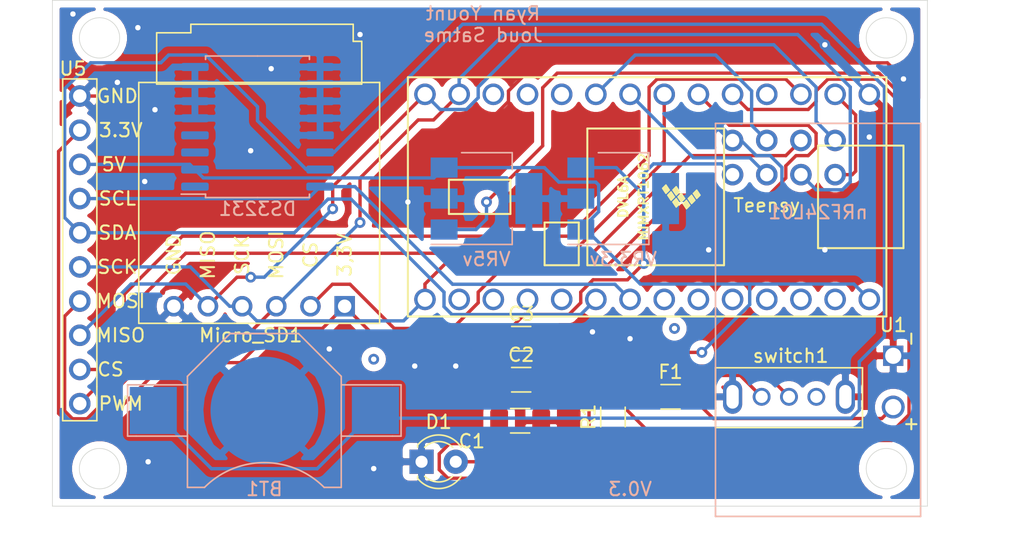
<source format=kicad_pcb>
(kicad_pcb (version 20171130) (host pcbnew "(5.1.12)-1")

  (general
    (thickness 1.6)
    (drawings 14)
    (tracks 296)
    (zones 0)
    (modules 16)
    (nets 39)
  )

  (page A4)
  (layers
    (0 F.Cu signal)
    (31 B.Cu signal)
    (32 B.Adhes user)
    (33 F.Adhes user)
    (34 B.Paste user)
    (35 F.Paste user)
    (36 B.SilkS user)
    (37 F.SilkS user)
    (38 B.Mask user)
    (39 F.Mask user)
    (40 Dwgs.User user)
    (41 Cmts.User user)
    (42 Eco1.User user)
    (43 Eco2.User user)
    (44 Edge.Cuts user)
    (45 Margin user)
    (46 B.CrtYd user)
    (47 F.CrtYd user)
    (48 B.Fab user)
    (49 F.Fab user)
  )

  (setup
    (last_trace_width 0.25)
    (trace_clearance 0.2)
    (zone_clearance 0.508)
    (zone_45_only no)
    (trace_min 0.2)
    (via_size 0.8)
    (via_drill 0.4)
    (via_min_size 0.4)
    (via_min_drill 0.3)
    (uvia_size 0.3)
    (uvia_drill 0.1)
    (uvias_allowed no)
    (uvia_min_size 0.2)
    (uvia_min_drill 0.1)
    (edge_width 0.05)
    (segment_width 0.2)
    (pcb_text_width 0.3)
    (pcb_text_size 1.5 1.5)
    (mod_edge_width 0.12)
    (mod_text_size 1 1)
    (mod_text_width 0.15)
    (pad_size 1.524 1.524)
    (pad_drill 0.762)
    (pad_to_mask_clearance 0)
    (aux_axis_origin 0 0)
    (visible_elements 7FFFFFFF)
    (pcbplotparams
      (layerselection 0x010fc_ffffffff)
      (usegerberextensions false)
      (usegerberattributes true)
      (usegerberadvancedattributes true)
      (creategerberjobfile true)
      (excludeedgelayer true)
      (linewidth 0.100000)
      (plotframeref false)
      (viasonmask false)
      (mode 1)
      (useauxorigin false)
      (hpglpennumber 1)
      (hpglpenspeed 20)
      (hpglpendiameter 15.000000)
      (psnegative false)
      (psa4output false)
      (plotreference true)
      (plotvalue true)
      (plotinvisibletext false)
      (padsonsilk false)
      (subtractmaskfromsilk false)
      (outputformat 1)
      (mirror false)
      (drillshape 1)
      (scaleselection 1)
      (outputdirectory ""))
  )

  (net 0 "")
  (net 1 GND)
  (net 2 "Net-(C1-Pad1)")
  (net 3 "Net-(C2-Pad1)")
  (net 4 "Net-(C3-Pad1)")
  (net 5 "Net-(D1-Pad2)")
  (net 6 "Net-(F1-Pad1)")
  (net 7 "Net-(F1-Pad2)")
  (net 8 "Net-(Micro_SD1-Pad4)")
  (net 9 "Net-(Micro_SD1-Pad3)")
  (net 10 "Net-(Micro_SD1-Pad2)")
  (net 11 "Net-(R1-Pad2)")
  (net 12 "Net-(switch1-Pad3)")
  (net 13 "Net-(U2-Pad25)")
  (net 14 "Net-(U2-Pad26)")
  (net 15 "Net-(U2-Pad9)")
  (net 16 "Net-(U2-Pad8)")
  (net 17 "Net-(U2-Pad7)")
  (net 18 "Net-(U2-Pad3)")
  (net 19 "Net-(U2-Pad2)")
  (net 20 "Net-(BT1-Pad1)")
  (net 21 "Net-(U7-Pad1)")
  (net 22 "Net-(U7-Pad3)")
  (net 23 "Net-(U7-Pad4)")
  (net 24 "Net-(U2-Pad11)")
  (net 25 "Net-(U2-Pad12)")
  (net 26 "Net-(U2-Pad32)")
  (net 27 "Net-(U2-Pad28)")
  (net 28 "Net-(U2-Pad23)")
  (net 29 "Net-(U2-Pad30)")
  (net 30 "Net-(U2-Pad27)")
  (net 31 "Net-(U2-Pad24)")
  (net 32 "Net-(U2-Pad21)")
  (net 33 "Net-(U2-Pad29)")
  (net 34 "Net-(U2-Pad4)")
  (net 35 "Net-(U2-Pad10)")
  (net 36 "Net-(U2-Pad31)")
  (net 37 "Net-(U2-Pad22)")
  (net 38 "Net-(Micro_SD1-Pad5)")

  (net_class Default "This is the default net class."
    (clearance 0.2)
    (trace_width 0.25)
    (via_dia 0.8)
    (via_drill 0.4)
    (uvia_dia 0.3)
    (uvia_drill 0.1)
    (add_net GND)
    (add_net "Net-(BT1-Pad1)")
    (add_net "Net-(C1-Pad1)")
    (add_net "Net-(C2-Pad1)")
    (add_net "Net-(C3-Pad1)")
    (add_net "Net-(D1-Pad2)")
    (add_net "Net-(F1-Pad1)")
    (add_net "Net-(F1-Pad2)")
    (add_net "Net-(Micro_SD1-Pad2)")
    (add_net "Net-(Micro_SD1-Pad3)")
    (add_net "Net-(Micro_SD1-Pad4)")
    (add_net "Net-(Micro_SD1-Pad5)")
    (add_net "Net-(R1-Pad2)")
    (add_net "Net-(U2-Pad10)")
    (add_net "Net-(U2-Pad11)")
    (add_net "Net-(U2-Pad12)")
    (add_net "Net-(U2-Pad2)")
    (add_net "Net-(U2-Pad21)")
    (add_net "Net-(U2-Pad22)")
    (add_net "Net-(U2-Pad23)")
    (add_net "Net-(U2-Pad24)")
    (add_net "Net-(U2-Pad25)")
    (add_net "Net-(U2-Pad26)")
    (add_net "Net-(U2-Pad27)")
    (add_net "Net-(U2-Pad28)")
    (add_net "Net-(U2-Pad29)")
    (add_net "Net-(U2-Pad3)")
    (add_net "Net-(U2-Pad30)")
    (add_net "Net-(U2-Pad31)")
    (add_net "Net-(U2-Pad32)")
    (add_net "Net-(U2-Pad4)")
    (add_net "Net-(U2-Pad7)")
    (add_net "Net-(U2-Pad8)")
    (add_net "Net-(U2-Pad9)")
    (add_net "Net-(U7-Pad1)")
    (add_net "Net-(U7-Pad3)")
    (add_net "Net-(U7-Pad4)")
    (add_net "Net-(switch1-Pad3)")
  )

  (module custom:small_microSD_v2 (layer B.Cu) (tedit 60B7DCFC) (tstamp 62A7EF33)
    (at 132.588 111.252)
    (path /62911122)
    (fp_text reference Micro_SD1 (at 0 -1.016) (layer F.SilkS)
      (effects (font (size 1 1) (thickness 0.15)))
    )
    (fp_text value microSD_small (at 0.508 -21.336 -180) (layer F.Fab)
      (effects (font (size 1 1) (thickness 0.15)))
    )
    (fp_line (start -4.445 -23.495) (end -6.985 -23.495) (layer F.SilkS) (width 0.12))
    (fp_line (start 8.255 -19.685) (end -6.985 -19.685) (layer F.SilkS) (width 0.12))
    (fp_line (start 9.585 -1.905) (end 9.585 -19.805) (layer F.SilkS) (width 0.12))
    (fp_line (start -4.445 -24.13) (end -4.445 -23.495) (layer F.SilkS) (width 0.12))
    (fp_line (start 8.255 -19.685) (end 8.255 -22.86) (layer F.SilkS) (width 0.12))
    (fp_line (start 8.255 -22.86) (end 7.62 -22.86) (layer F.SilkS) (width 0.12))
    (fp_line (start -6.985 -19.685) (end -6.985 -23.495) (layer F.SilkS) (width 0.12))
    (fp_line (start 9.585 -1.905) (end -8.315 -1.905) (layer F.SilkS) (width 0.12))
    (fp_line (start -8.315 -1.905) (end -8.315 -19.805) (layer F.SilkS) (width 0.12))
    (fp_line (start -8.315 -19.805) (end 9.585 -19.805) (layer F.SilkS) (width 0.12))
    (fp_line (start 7.62 -24.13) (end -4.445 -24.13) (layer F.SilkS) (width 0.12))
    (fp_line (start 7.62 -22.86) (end 7.62 -24.13) (layer F.SilkS) (width 0.12))
    (fp_text user GND (at -5.715 -6.985 -90) (layer F.SilkS)
      (effects (font (size 1 1) (thickness 0.15)))
    )
    (fp_text user SCK (at -0.635 -6.985 -90) (layer F.SilkS)
      (effects (font (size 1 1) (thickness 0.15)))
    )
    (fp_text user 3,3V (at 6.985 -6.985 -90) (layer F.SilkS)
      (effects (font (size 1 1) (thickness 0.15)))
    )
    (fp_text user MOSI (at 1.905 -6.985 -90) (layer F.SilkS)
      (effects (font (size 1 1) (thickness 0.15)))
    )
    (fp_text user CS (at 4.445 -6.985 -90) (layer F.SilkS)
      (effects (font (size 1 1) (thickness 0.15)))
    )
    (fp_text user MISO (at -3.175 -6.985 -90) (layer F.SilkS)
      (effects (font (size 1 1) (thickness 0.15)))
    )
    (pad 6 thru_hole circle (at -5.715 -3.175) (size 1.524 1.524) (drill 1) (layers *.Cu *.Mask)
      (net 1 GND))
    (pad 4 thru_hole circle (at -0.635 -3.175) (size 1.524 1.524) (drill 1) (layers *.Cu *.Mask)
      (net 8 "Net-(Micro_SD1-Pad4)"))
    (pad 3 thru_hole circle (at 1.905 -3.175) (size 1.524 1.524) (drill 1) (layers *.Cu *.Mask)
      (net 9 "Net-(Micro_SD1-Pad3)"))
    (pad 1 thru_hole rect (at 6.985 -3.175) (size 1.524 1.524) (drill 1) (layers *.Cu *.Mask)
      (net 4 "Net-(C3-Pad1)"))
    (pad 2 thru_hole circle (at 4.445 -3.175) (size 1.524 1.524) (drill 1) (layers *.Cu *.Mask)
      (net 10 "Net-(Micro_SD1-Pad2)"))
    (pad 5 thru_hole circle (at -3.175 -3.175) (size 1.524 1.524) (drill 1) (layers *.Cu *.Mask)
      (net 38 "Net-(Micro_SD1-Pad5)"))
  )

  (module custom:top_rail (layer F.Cu) (tedit 5F69317C) (tstamp 62A7EFED)
    (at 119.888 105.156 90)
    (path /629135F7)
    (fp_text reference U5 (at 14.732 -0.508 180) (layer F.SilkS)
      (effects (font (size 1 1) (thickness 0.15)))
    )
    (fp_text value main_board_top_rail (at 0 -5.08 90) (layer F.Fab)
      (effects (font (size 1 1) (thickness 0.15)))
    )
    (fp_line (start -11.43 1.27) (end -8.89 1.27) (layer F.SilkS) (width 0.12))
    (fp_line (start -11.43 -1.27) (end -11.43 1.27) (layer F.SilkS) (width 0.12))
    (fp_line (start -8.89 -1.27) (end -11.43 -1.27) (layer F.SilkS) (width 0.12))
    (fp_line (start -8.89 1.27) (end 13.97 1.27) (layer F.SilkS) (width 0.12))
    (fp_line (start 13.97 1.27) (end 13.97 -1.27) (layer F.SilkS) (width 0.12))
    (fp_line (start 13.97 -1.27) (end -8.89 -1.27) (layer F.SilkS) (width 0.12))
    (fp_text user PWM (at -10.16 3.048) (layer F.SilkS)
      (effects (font (size 1 1) (thickness 0.15)))
    )
    (fp_text user GND (at 12.7 2.794) (layer F.SilkS)
      (effects (font (size 1 1) (thickness 0.15)))
    )
    (fp_text user 3.3V (at 10.16 3.048) (layer F.SilkS)
      (effects (font (size 1 1) (thickness 0.15)))
    )
    (fp_text user 5V (at 7.62 2.54) (layer F.SilkS)
      (effects (font (size 1 1) (thickness 0.15)))
    )
    (fp_text user SCL (at 5.08 2.794) (layer F.SilkS)
      (effects (font (size 1 1) (thickness 0.15)))
    )
    (fp_text user SDA (at 2.54 2.794) (layer F.SilkS)
      (effects (font (size 1 1) (thickness 0.15)))
    )
    (fp_text user SCK (at 0 2.794) (layer F.SilkS)
      (effects (font (size 1 1) (thickness 0.15)))
    )
    (fp_text user MOSI (at -2.54 3.048) (layer F.SilkS)
      (effects (font (size 1 1) (thickness 0.15)))
    )
    (fp_text user MISO (at -5.08 3.048) (layer F.SilkS)
      (effects (font (size 1 1) (thickness 0.15)))
    )
    (fp_text user CS (at -7.62 2.286) (layer F.SilkS)
      (effects (font (size 1 1) (thickness 0.15)))
    )
    (pad 10 thru_hole circle (at -10.16 0 90) (size 1.6 1.6) (drill 1) (layers *.Cu *.Mask)
      (net 17 "Net-(U2-Pad7)"))
    (pad 9 thru_hole circle (at 12.7 0 90) (size 1.6 1.6) (drill 1) (layers *.Cu *.Mask)
      (net 1 GND))
    (pad 8 thru_hole circle (at 10.16 0 90) (size 1.6 1.6) (drill 1) (layers *.Cu *.Mask)
      (net 4 "Net-(C3-Pad1)"))
    (pad 7 thru_hole circle (at 7.62 0 90) (size 1.6 1.6) (drill 1) (layers *.Cu *.Mask)
      (net 3 "Net-(C2-Pad1)"))
    (pad 6 thru_hole circle (at 5.08 0 90) (size 1.6 1.6) (drill 1) (layers *.Cu *.Mask)
      (net 14 "Net-(U2-Pad26)"))
    (pad 5 thru_hole circle (at 2.54 0 90) (size 1.6 1.6) (drill 1) (layers *.Cu *.Mask)
      (net 13 "Net-(U2-Pad25)"))
    (pad 4 thru_hole circle (at 0 0 90) (size 1.6 1.6) (drill 1) (layers *.Cu *.Mask)
      (net 8 "Net-(Micro_SD1-Pad4)"))
    (pad 3 thru_hole circle (at -2.54 0 90) (size 1.6 1.6) (drill 1) (layers *.Cu *.Mask)
      (net 9 "Net-(Micro_SD1-Pad3)"))
    (pad 2 thru_hole circle (at -5.08 0 90) (size 1.6 1.6) (drill 1) (layers *.Cu *.Mask)
      (net 38 "Net-(Micro_SD1-Pad5)"))
    (pad 1 thru_hole circle (at -7.62 0 90) (size 1.6 1.6) (drill 1) (layers *.Cu *.Mask)
      (net 18 "Net-(U2-Pad3)"))
  )

  (module Package_TO_SOT_SMD:SOT-223-3_TabPin2 (layer B.Cu) (tedit 5A02FF57) (tstamp 62AC9588)
    (at 160.274 100.076)
    (descr "module CMS SOT223 4 pins")
    (tags "CMS SOT")
    (path /62B2EE61)
    (attr smd)
    (fp_text reference VR3.3v (at 0 4.5) (layer B.SilkS)
      (effects (font (size 1 1) (thickness 0.15)) (justify mirror))
    )
    (fp_text value AP7361C-33E (at 0 -4.5) (layer B.Fab)
      (effects (font (size 1 1) (thickness 0.15)) (justify mirror))
    )
    (fp_line (start 1.85 3.35) (end 1.85 -3.35) (layer B.Fab) (width 0.1))
    (fp_line (start -1.85 -3.35) (end 1.85 -3.35) (layer B.Fab) (width 0.1))
    (fp_line (start -4.1 3.41) (end 1.91 3.41) (layer B.SilkS) (width 0.12))
    (fp_line (start -0.85 3.35) (end 1.85 3.35) (layer B.Fab) (width 0.1))
    (fp_line (start -1.85 -3.41) (end 1.91 -3.41) (layer B.SilkS) (width 0.12))
    (fp_line (start -1.85 2.35) (end -1.85 -3.35) (layer B.Fab) (width 0.1))
    (fp_line (start -1.85 2.35) (end -0.85 3.35) (layer B.Fab) (width 0.1))
    (fp_line (start -4.4 3.6) (end -4.4 -3.6) (layer B.CrtYd) (width 0.05))
    (fp_line (start -4.4 -3.6) (end 4.4 -3.6) (layer B.CrtYd) (width 0.05))
    (fp_line (start 4.4 -3.6) (end 4.4 3.6) (layer B.CrtYd) (width 0.05))
    (fp_line (start 4.4 3.6) (end -4.4 3.6) (layer B.CrtYd) (width 0.05))
    (fp_line (start 1.91 3.41) (end 1.91 2.15) (layer B.SilkS) (width 0.12))
    (fp_line (start 1.91 -3.41) (end 1.91 -2.15) (layer B.SilkS) (width 0.12))
    (fp_text user %R (at 0 0 -90) (layer B.Fab)
      (effects (font (size 0.8 0.8) (thickness 0.12)) (justify mirror))
    )
    (pad 1 smd rect (at -3.15 2.3) (size 2 1.5) (layers B.Cu B.Paste B.Mask)
      (net 3 "Net-(C2-Pad1)"))
    (pad 3 smd rect (at -3.15 -2.3) (size 2 1.5) (layers B.Cu B.Paste B.Mask)
      (net 4 "Net-(C3-Pad1)"))
    (pad 2 smd rect (at -3.15 0) (size 2 1.5) (layers B.Cu B.Paste B.Mask)
      (net 1 GND))
    (pad 2 smd rect (at 3.15 0) (size 2 3.8) (layers B.Cu B.Paste B.Mask)
      (net 1 GND))
    (model ${KISYS3DMOD}/Package_TO_SOT_SMD.3dshapes/SOT-223.wrl
      (at (xyz 0 0 0))
      (scale (xyz 1 1 1))
      (rotate (xyz 0 0 0))
    )
  )

  (module Package_TO_SOT_SMD:SOT-223-3_TabPin2 (layer B.Cu) (tedit 5A02FF57) (tstamp 62AC9572)
    (at 150.114 100.076)
    (descr "module CMS SOT223 4 pins")
    (tags "CMS SOT")
    (path /62B2E2F7)
    (attr smd)
    (fp_text reference VR5v (at 0 4.5) (layer B.SilkS)
      (effects (font (size 1 1) (thickness 0.15)) (justify mirror))
    )
    (fp_text value AP7361C-33E (at 0 -4.5) (layer B.Fab)
      (effects (font (size 1 1) (thickness 0.15)) (justify mirror))
    )
    (fp_line (start 1.91 -3.41) (end 1.91 -2.15) (layer B.SilkS) (width 0.12))
    (fp_line (start 1.91 3.41) (end 1.91 2.15) (layer B.SilkS) (width 0.12))
    (fp_line (start 4.4 3.6) (end -4.4 3.6) (layer B.CrtYd) (width 0.05))
    (fp_line (start 4.4 -3.6) (end 4.4 3.6) (layer B.CrtYd) (width 0.05))
    (fp_line (start -4.4 -3.6) (end 4.4 -3.6) (layer B.CrtYd) (width 0.05))
    (fp_line (start -4.4 3.6) (end -4.4 -3.6) (layer B.CrtYd) (width 0.05))
    (fp_line (start -1.85 2.35) (end -0.85 3.35) (layer B.Fab) (width 0.1))
    (fp_line (start -1.85 2.35) (end -1.85 -3.35) (layer B.Fab) (width 0.1))
    (fp_line (start -1.85 -3.41) (end 1.91 -3.41) (layer B.SilkS) (width 0.12))
    (fp_line (start -0.85 3.35) (end 1.85 3.35) (layer B.Fab) (width 0.1))
    (fp_line (start -4.1 3.41) (end 1.91 3.41) (layer B.SilkS) (width 0.12))
    (fp_line (start -1.85 -3.35) (end 1.85 -3.35) (layer B.Fab) (width 0.1))
    (fp_line (start 1.85 3.35) (end 1.85 -3.35) (layer B.Fab) (width 0.1))
    (fp_text user %R (at 0 0 -90) (layer B.Fab)
      (effects (font (size 0.8 0.8) (thickness 0.12)) (justify mirror))
    )
    (pad 2 smd rect (at 3.15 0) (size 2 3.8) (layers B.Cu B.Paste B.Mask)
      (net 1 GND))
    (pad 2 smd rect (at -3.15 0) (size 2 1.5) (layers B.Cu B.Paste B.Mask)
      (net 1 GND))
    (pad 3 smd rect (at -3.15 -2.3) (size 2 1.5) (layers B.Cu B.Paste B.Mask)
      (net 3 "Net-(C2-Pad1)"))
    (pad 1 smd rect (at -3.15 2.3) (size 2 1.5) (layers B.Cu B.Paste B.Mask)
      (net 2 "Net-(C1-Pad1)"))
    (model ${KISYS3DMOD}/Package_TO_SOT_SMD.3dshapes/SOT-223.wrl
      (at (xyz 0 0 0))
      (scale (xyz 1 1 1))
      (rotate (xyz 0 0 0))
    )
  )

  (module custom:grounded_switch (layer F.Cu) (tedit 5F6E12A6) (tstamp 62A7EF51)
    (at 172.593 109.728)
    (path /629E7EFF)
    (fp_text reference switch1 (at 0.127 2.032) (layer F.SilkS)
      (effects (font (size 1 1) (thickness 0.15)))
    )
    (fp_text value grounded_DIP_switch (at 0.635 8.128) (layer F.Fab)
      (effects (font (size 1 1) (thickness 0.15)))
    )
    (fp_line (start -5.461 2.921) (end 5.461 2.921) (layer F.SilkS) (width 0.12))
    (fp_line (start -5.461 7.366) (end 5.461 7.366) (layer F.SilkS) (width 0.12))
    (fp_line (start 5.461 2.921) (end 5.461 7.366) (layer F.SilkS) (width 0.12))
    (fp_line (start -5.461 2.921) (end -5.461 7.366) (layer F.SilkS) (width 0.12))
    (pad 1 thru_hole circle (at -2.032 5.08) (size 1.324 1.324) (drill 0.914) (layers *.Cu *.Mask)
      (net 6 "Net-(F1-Pad1)"))
    (pad 2 thru_hole circle (at 0 5.08) (size 1.324 1.324) (drill 0.914) (layers *.Cu *.Mask)
      (net 2 "Net-(C1-Pad1)"))
    (pad 3 thru_hole circle (at 2.032 5.08) (size 1.324 1.324) (drill 0.914) (layers *.Cu *.Mask)
      (net 12 "Net-(switch1-Pad3)"))
    (pad 4 thru_hole oval (at -4.191 5.08 90) (size 2.524 1.424) (drill oval 1.76 0.914) (layers *.Cu *.Mask)
      (net 1 GND))
    (pad 5 thru_hole oval (at 4.191 5.08 90) (size 2.524 1.424) (drill oval 1.76 0.914) (layers *.Cu *.Mask)
      (net 1 GND))
  )

  (module Capacitor_SMD:C_1206_3216Metric_Pad1.33x1.80mm_HandSolder (layer F.Cu) (tedit 5F68FEEF) (tstamp 62A7EED1)
    (at 152.6155 116.586)
    (descr "Capacitor SMD 1206 (3216 Metric), square (rectangular) end terminal, IPC_7351 nominal with elongated pad for handsoldering. (Body size source: IPC-SM-782 page 76, https://www.pcb-3d.com/wordpress/wp-content/uploads/ipc-sm-782a_amendment_1_and_2.pdf), generated with kicad-footprint-generator")
    (tags "capacitor handsolder")
    (path /62AA8A79)
    (attr smd)
    (fp_text reference C1 (at -3.5945 1.524) (layer F.SilkS)
      (effects (font (size 1 1) (thickness 0.15)))
    )
    (fp_text value C (at 0 1.85) (layer F.Fab)
      (effects (font (size 1 1) (thickness 0.15)))
    )
    (fp_line (start 2.48 1.15) (end -2.48 1.15) (layer F.CrtYd) (width 0.05))
    (fp_line (start 2.48 -1.15) (end 2.48 1.15) (layer F.CrtYd) (width 0.05))
    (fp_line (start -2.48 -1.15) (end 2.48 -1.15) (layer F.CrtYd) (width 0.05))
    (fp_line (start -2.48 1.15) (end -2.48 -1.15) (layer F.CrtYd) (width 0.05))
    (fp_line (start -0.711252 0.91) (end 0.711252 0.91) (layer F.SilkS) (width 0.12))
    (fp_line (start -0.711252 -0.91) (end 0.711252 -0.91) (layer F.SilkS) (width 0.12))
    (fp_line (start 1.6 0.8) (end -1.6 0.8) (layer F.Fab) (width 0.1))
    (fp_line (start 1.6 -0.8) (end 1.6 0.8) (layer F.Fab) (width 0.1))
    (fp_line (start -1.6 -0.8) (end 1.6 -0.8) (layer F.Fab) (width 0.1))
    (fp_line (start -1.6 0.8) (end -1.6 -0.8) (layer F.Fab) (width 0.1))
    (fp_text user %R (at 0 0) (layer F.Fab)
      (effects (font (size 0.8 0.8) (thickness 0.12)))
    )
    (pad 2 smd roundrect (at 1.5625 0) (size 1.325 1.8) (layers F.Cu F.Paste F.Mask) (roundrect_rratio 0.188679)
      (net 1 GND))
    (pad 1 smd roundrect (at -1.5625 0) (size 1.325 1.8) (layers F.Cu F.Paste F.Mask) (roundrect_rratio 0.188679)
      (net 2 "Net-(C1-Pad1)"))
    (model ${KISYS3DMOD}/Capacitor_SMD.3dshapes/C_1206_3216Metric.wrl
      (at (xyz 0 0 0))
      (scale (xyz 1 1 1))
      (rotate (xyz 0 0 0))
    )
  )

  (module Capacitor_SMD:C_1206_3216Metric_Pad1.33x1.80mm_HandSolder (layer F.Cu) (tedit 5F68FEEF) (tstamp 62A7EEE2)
    (at 152.6925 113.538)
    (descr "Capacitor SMD 1206 (3216 Metric), square (rectangular) end terminal, IPC_7351 nominal with elongated pad for handsoldering. (Body size source: IPC-SM-782 page 76, https://www.pcb-3d.com/wordpress/wp-content/uploads/ipc-sm-782a_amendment_1_and_2.pdf), generated with kicad-footprint-generator")
    (tags "capacitor handsolder")
    (path /62AA97E3)
    (attr smd)
    (fp_text reference C2 (at 0 -1.85) (layer F.SilkS)
      (effects (font (size 1 1) (thickness 0.15)))
    )
    (fp_text value C (at 0 1.85) (layer F.Fab)
      (effects (font (size 1 1) (thickness 0.15)))
    )
    (fp_line (start -1.6 0.8) (end -1.6 -0.8) (layer F.Fab) (width 0.1))
    (fp_line (start -1.6 -0.8) (end 1.6 -0.8) (layer F.Fab) (width 0.1))
    (fp_line (start 1.6 -0.8) (end 1.6 0.8) (layer F.Fab) (width 0.1))
    (fp_line (start 1.6 0.8) (end -1.6 0.8) (layer F.Fab) (width 0.1))
    (fp_line (start -0.711252 -0.91) (end 0.711252 -0.91) (layer F.SilkS) (width 0.12))
    (fp_line (start -0.711252 0.91) (end 0.711252 0.91) (layer F.SilkS) (width 0.12))
    (fp_line (start -2.48 1.15) (end -2.48 -1.15) (layer F.CrtYd) (width 0.05))
    (fp_line (start -2.48 -1.15) (end 2.48 -1.15) (layer F.CrtYd) (width 0.05))
    (fp_line (start 2.48 -1.15) (end 2.48 1.15) (layer F.CrtYd) (width 0.05))
    (fp_line (start 2.48 1.15) (end -2.48 1.15) (layer F.CrtYd) (width 0.05))
    (fp_text user %R (at 0 0) (layer F.Fab)
      (effects (font (size 0.8 0.8) (thickness 0.12)))
    )
    (pad 1 smd roundrect (at -1.5625 0) (size 1.325 1.8) (layers F.Cu F.Paste F.Mask) (roundrect_rratio 0.188679)
      (net 3 "Net-(C2-Pad1)"))
    (pad 2 smd roundrect (at 1.5625 0) (size 1.325 1.8) (layers F.Cu F.Paste F.Mask) (roundrect_rratio 0.188679)
      (net 1 GND))
    (model ${KISYS3DMOD}/Capacitor_SMD.3dshapes/C_1206_3216Metric.wrl
      (at (xyz 0 0 0))
      (scale (xyz 1 1 1))
      (rotate (xyz 0 0 0))
    )
  )

  (module Capacitor_SMD:C_1206_3216Metric_Pad1.33x1.80mm_HandSolder (layer F.Cu) (tedit 5F68FEEF) (tstamp 62A7EEF3)
    (at 152.6925 110.49)
    (descr "Capacitor SMD 1206 (3216 Metric), square (rectangular) end terminal, IPC_7351 nominal with elongated pad for handsoldering. (Body size source: IPC-SM-782 page 76, https://www.pcb-3d.com/wordpress/wp-content/uploads/ipc-sm-782a_amendment_1_and_2.pdf), generated with kicad-footprint-generator")
    (tags "capacitor handsolder")
    (path /62AAA1A5)
    (attr smd)
    (fp_text reference C3 (at 0 -1.85) (layer F.SilkS)
      (effects (font (size 1 1) (thickness 0.15)))
    )
    (fp_text value C (at 0 1.85) (layer F.Fab)
      (effects (font (size 1 1) (thickness 0.15)))
    )
    (fp_line (start 2.48 1.15) (end -2.48 1.15) (layer F.CrtYd) (width 0.05))
    (fp_line (start 2.48 -1.15) (end 2.48 1.15) (layer F.CrtYd) (width 0.05))
    (fp_line (start -2.48 -1.15) (end 2.48 -1.15) (layer F.CrtYd) (width 0.05))
    (fp_line (start -2.48 1.15) (end -2.48 -1.15) (layer F.CrtYd) (width 0.05))
    (fp_line (start -0.711252 0.91) (end 0.711252 0.91) (layer F.SilkS) (width 0.12))
    (fp_line (start -0.711252 -0.91) (end 0.711252 -0.91) (layer F.SilkS) (width 0.12))
    (fp_line (start 1.6 0.8) (end -1.6 0.8) (layer F.Fab) (width 0.1))
    (fp_line (start 1.6 -0.8) (end 1.6 0.8) (layer F.Fab) (width 0.1))
    (fp_line (start -1.6 -0.8) (end 1.6 -0.8) (layer F.Fab) (width 0.1))
    (fp_line (start -1.6 0.8) (end -1.6 -0.8) (layer F.Fab) (width 0.1))
    (fp_text user %R (at 0 0) (layer F.Fab)
      (effects (font (size 0.8 0.8) (thickness 0.12)))
    )
    (pad 2 smd roundrect (at 1.5625 0) (size 1.325 1.8) (layers F.Cu F.Paste F.Mask) (roundrect_rratio 0.188679)
      (net 1 GND))
    (pad 1 smd roundrect (at -1.5625 0) (size 1.325 1.8) (layers F.Cu F.Paste F.Mask) (roundrect_rratio 0.188679)
      (net 4 "Net-(C3-Pad1)"))
    (model ${KISYS3DMOD}/Capacitor_SMD.3dshapes/C_1206_3216Metric.wrl
      (at (xyz 0 0 0))
      (scale (xyz 1 1 1))
      (rotate (xyz 0 0 0))
    )
  )

  (module LED_THT:LED_D3.0mm (layer F.Cu) (tedit 587A3A7B) (tstamp 62A7EF06)
    (at 145.288 119.634)
    (descr "LED, diameter 3.0mm, 2 pins")
    (tags "LED diameter 3.0mm 2 pins")
    (path /6297D60E)
    (fp_text reference D1 (at 1.27 -2.96) (layer F.SilkS)
      (effects (font (size 1 1) (thickness 0.15)))
    )
    (fp_text value LED (at 1.27 2.96) (layer F.Fab)
      (effects (font (size 1 1) (thickness 0.15)))
    )
    (fp_circle (center 1.27 0) (end 2.77 0) (layer F.Fab) (width 0.1))
    (fp_line (start -0.23 -1.16619) (end -0.23 1.16619) (layer F.Fab) (width 0.1))
    (fp_line (start -0.29 -1.236) (end -0.29 -1.08) (layer F.SilkS) (width 0.12))
    (fp_line (start -0.29 1.08) (end -0.29 1.236) (layer F.SilkS) (width 0.12))
    (fp_line (start -1.15 -2.25) (end -1.15 2.25) (layer F.CrtYd) (width 0.05))
    (fp_line (start -1.15 2.25) (end 3.7 2.25) (layer F.CrtYd) (width 0.05))
    (fp_line (start 3.7 2.25) (end 3.7 -2.25) (layer F.CrtYd) (width 0.05))
    (fp_line (start 3.7 -2.25) (end -1.15 -2.25) (layer F.CrtYd) (width 0.05))
    (fp_arc (start 1.27 0) (end -0.23 -1.16619) (angle 284.3) (layer F.Fab) (width 0.1))
    (fp_arc (start 1.27 0) (end -0.29 -1.235516) (angle 108.8) (layer F.SilkS) (width 0.12))
    (fp_arc (start 1.27 0) (end -0.29 1.235516) (angle -108.8) (layer F.SilkS) (width 0.12))
    (fp_arc (start 1.27 0) (end 0.229039 -1.08) (angle 87.9) (layer F.SilkS) (width 0.12))
    (fp_arc (start 1.27 0) (end 0.229039 1.08) (angle -87.9) (layer F.SilkS) (width 0.12))
    (pad 1 thru_hole rect (at 0 0) (size 1.8 1.8) (drill 0.9) (layers *.Cu *.Mask)
      (net 1 GND))
    (pad 2 thru_hole circle (at 2.54 0) (size 1.8 1.8) (drill 0.9) (layers *.Cu *.Mask)
      (net 5 "Net-(D1-Pad2)"))
    (model ${KISYS3DMOD}/LED_THT.3dshapes/LED_D3.0mm.wrl
      (at (xyz 0 0 0))
      (scale (xyz 1 1 1))
      (rotate (xyz 0 0 0))
    )
  )

  (module Capacitor_SMD:C_1206_3216Metric_Pad1.33x1.80mm_HandSolder (layer F.Cu) (tedit 5F68FEEF) (tstamp 62A7EF17)
    (at 163.7915 114.808)
    (descr "Capacitor SMD 1206 (3216 Metric), square (rectangular) end terminal, IPC_7351 nominal with elongated pad for handsoldering. (Body size source: IPC-SM-782 page 76, https://www.pcb-3d.com/wordpress/wp-content/uploads/ipc-sm-782a_amendment_1_and_2.pdf), generated with kicad-footprint-generator")
    (tags "capacitor handsolder")
    (path /629E72CE)
    (attr smd)
    (fp_text reference F1 (at 0 -1.85) (layer F.SilkS)
      (effects (font (size 1 1) (thickness 0.15)))
    )
    (fp_text value Fuse (at 0 1.85) (layer F.Fab)
      (effects (font (size 1 1) (thickness 0.15)))
    )
    (fp_line (start -1.6 0.8) (end -1.6 -0.8) (layer F.Fab) (width 0.1))
    (fp_line (start -1.6 -0.8) (end 1.6 -0.8) (layer F.Fab) (width 0.1))
    (fp_line (start 1.6 -0.8) (end 1.6 0.8) (layer F.Fab) (width 0.1))
    (fp_line (start 1.6 0.8) (end -1.6 0.8) (layer F.Fab) (width 0.1))
    (fp_line (start -0.711252 -0.91) (end 0.711252 -0.91) (layer F.SilkS) (width 0.12))
    (fp_line (start -0.711252 0.91) (end 0.711252 0.91) (layer F.SilkS) (width 0.12))
    (fp_line (start -2.48 1.15) (end -2.48 -1.15) (layer F.CrtYd) (width 0.05))
    (fp_line (start -2.48 -1.15) (end 2.48 -1.15) (layer F.CrtYd) (width 0.05))
    (fp_line (start 2.48 -1.15) (end 2.48 1.15) (layer F.CrtYd) (width 0.05))
    (fp_line (start 2.48 1.15) (end -2.48 1.15) (layer F.CrtYd) (width 0.05))
    (fp_text user %R (at 0 0) (layer F.Fab)
      (effects (font (size 0.8 0.8) (thickness 0.12)))
    )
    (pad 1 smd roundrect (at -1.5625 0) (size 1.325 1.8) (layers F.Cu F.Paste F.Mask) (roundrect_rratio 0.188679)
      (net 6 "Net-(F1-Pad1)"))
    (pad 2 smd roundrect (at 1.5625 0) (size 1.325 1.8) (layers F.Cu F.Paste F.Mask) (roundrect_rratio 0.188679)
      (net 7 "Net-(F1-Pad2)"))
    (model ${KISYS3DMOD}/Capacitor_SMD.3dshapes/C_1206_3216Metric.wrl
      (at (xyz 0 0 0))
      (scale (xyz 1 1 1))
      (rotate (xyz 0 0 0))
    )
  )

  (module Resistor_SMD:R_1206_3216Metric_Pad1.30x1.75mm_HandSolder (layer F.Cu) (tedit 5F68FEEE) (tstamp 62A7EF44)
    (at 159.512 116.306 90)
    (descr "Resistor SMD 1206 (3216 Metric), square (rectangular) end terminal, IPC_7351 nominal with elongated pad for handsoldering. (Body size source: IPC-SM-782 page 72, https://www.pcb-3d.com/wordpress/wp-content/uploads/ipc-sm-782a_amendment_1_and_2.pdf), generated with kicad-footprint-generator")
    (tags "resistor handsolder")
    (path /629808D5)
    (attr smd)
    (fp_text reference R1 (at 0 -1.82 90) (layer F.SilkS)
      (effects (font (size 1 1) (thickness 0.15)))
    )
    (fp_text value R (at 0 1.82 90) (layer F.Fab)
      (effects (font (size 1 1) (thickness 0.15)))
    )
    (fp_line (start -1.6 0.8) (end -1.6 -0.8) (layer F.Fab) (width 0.1))
    (fp_line (start -1.6 -0.8) (end 1.6 -0.8) (layer F.Fab) (width 0.1))
    (fp_line (start 1.6 -0.8) (end 1.6 0.8) (layer F.Fab) (width 0.1))
    (fp_line (start 1.6 0.8) (end -1.6 0.8) (layer F.Fab) (width 0.1))
    (fp_line (start -0.727064 -0.91) (end 0.727064 -0.91) (layer F.SilkS) (width 0.12))
    (fp_line (start -0.727064 0.91) (end 0.727064 0.91) (layer F.SilkS) (width 0.12))
    (fp_line (start -2.45 1.12) (end -2.45 -1.12) (layer F.CrtYd) (width 0.05))
    (fp_line (start -2.45 -1.12) (end 2.45 -1.12) (layer F.CrtYd) (width 0.05))
    (fp_line (start 2.45 -1.12) (end 2.45 1.12) (layer F.CrtYd) (width 0.05))
    (fp_line (start 2.45 1.12) (end -2.45 1.12) (layer F.CrtYd) (width 0.05))
    (fp_text user %R (at 0 0 90) (layer F.Fab)
      (effects (font (size 0.8 0.8) (thickness 0.12)))
    )
    (pad 1 smd roundrect (at -1.55 0 90) (size 1.3 1.75) (layers F.Cu F.Paste F.Mask) (roundrect_rratio 0.192308)
      (net 5 "Net-(D1-Pad2)"))
    (pad 2 smd roundrect (at 1.55 0 90) (size 1.3 1.75) (layers F.Cu F.Paste F.Mask) (roundrect_rratio 0.192308)
      (net 11 "Net-(R1-Pad2)"))
    (model ${KISYS3DMOD}/Resistor_SMD.3dshapes/R_1206_3216Metric.wrl
      (at (xyz 0 0 0))
      (scale (xyz 1 1 1))
      (rotate (xyz 0 0 0))
    )
  )

  (module custom:XT60PW (layer F.Cu) (tedit 5FB48F3E) (tstamp 62A7EF59)
    (at 182.88 114.3 270)
    (path /629E65AA)
    (fp_text reference U1 (at -4.826 2.54 180) (layer F.SilkS)
      (effects (font (size 1 1) (thickness 0.15)))
    )
    (fp_text value power_input (at 0 -6.35 90) (layer F.Fab)
      (effects (font (size 1 1) (thickness 0.15)))
    )
    (fp_text user + (at 2.54 1.27 90) (layer F.SilkS)
      (effects (font (size 1 1) (thickness 0.15)))
    )
    (fp_text user - (at -3.81 1.27 90) (layer F.SilkS)
      (effects (font (size 1 1) (thickness 0.15)))
    )
    (pad 2 thru_hole circle (at 1.27 2.54 270) (size 1.7 1.7) (drill 1.2) (layers *.Cu *.Mask)
      (net 7 "Net-(F1-Pad2)"))
    (pad 1 thru_hole rect (at -2.54 2.54 270) (size 1.5 1.5) (drill 1.2) (layers *.Cu *.Mask)
      (net 1 GND))
  )

  (module custom:battery_holder_10mm (layer B.Cu) (tedit 5FB48E09) (tstamp 62EDB6D6)
    (at 133.604 115.824)
    (path /62EC8089)
    (fp_text reference BT1 (at 0 5.842) (layer B.SilkS)
      (effects (font (size 1 1) (thickness 0.15)) (justify mirror))
    )
    (fp_text value Battery_Cell (at 0 9.525) (layer B.Fab)
      (effects (font (size 1 1) (thickness 0.15)) (justify mirror))
    )
    (fp_circle (center 0 0) (end -5.08 0.635) (layer Dwgs.User) (width 0.12))
    (fp_line (start -5.715 0) (end -5.715 5.715) (layer B.SilkS) (width 0.12))
    (fp_line (start 5.715 5.715) (end 4.445 5.715) (layer B.SilkS) (width 0.12))
    (fp_line (start -5.715 5.715) (end -4.445 5.715) (layer B.SilkS) (width 0.12))
    (fp_line (start 0 -5.715) (end -2.54 -5.715) (layer B.SilkS) (width 0.12))
    (fp_line (start -2.54 -5.715) (end 2.54 -5.715) (layer B.SilkS) (width 0.12))
    (fp_line (start 2.54 -5.715) (end 5.715 -2.54) (layer B.SilkS) (width 0.12))
    (fp_line (start -2.54 -5.715) (end -5.715 -2.54) (layer B.SilkS) (width 0.12))
    (fp_line (start -5.715 0) (end -5.715 -2.54) (layer B.SilkS) (width 0.12))
    (fp_line (start 5.715 5.715) (end 5.715 -2.54) (layer B.SilkS) (width 0.12))
    (fp_line (start 5.715 1.905) (end 9.525 1.905) (layer B.SilkS) (width 0.12))
    (fp_line (start 9.525 -1.905) (end 5.715 -1.905) (layer B.SilkS) (width 0.12))
    (fp_line (start -5.715 1.905) (end -9.525 1.905) (layer B.SilkS) (width 0.12))
    (fp_line (start -9.525 -1.905) (end -5.715 -1.905) (layer B.SilkS) (width 0.12))
    (fp_line (start 9.525 1.905) (end 10.16 1.905) (layer B.SilkS) (width 0.12))
    (fp_line (start 10.16 1.905) (end 10.16 -1.905) (layer B.SilkS) (width 0.12))
    (fp_line (start 10.16 -1.905) (end 9.525 -1.905) (layer B.SilkS) (width 0.12))
    (fp_line (start -9.525 1.905) (end -10.16 1.905) (layer B.SilkS) (width 0.12))
    (fp_line (start -10.16 1.905) (end -10.16 -1.905) (layer B.SilkS) (width 0.12))
    (fp_line (start -10.16 -1.905) (end -9.525 -1.905) (layer B.SilkS) (width 0.12))
    (fp_arc (start 0 10.16) (end -4.444999 5.715001) (angle 90) (layer B.SilkS) (width 0.12))
    (pad 1 smd rect (at 8.255 0 90) (size 3.5 3.5) (layers B.Cu B.Mask)
      (net 20 "Net-(BT1-Pad1)"))
    (pad 1 smd rect (at -8.255 0 90) (size 3.5 3.5) (layers B.Cu B.Mask)
      (net 20 "Net-(BT1-Pad1)"))
    (pad 2 smd circle (at 0 0 90) (size 8 8) (layers B.Cu B.Mask)
      (net 1 GND))
  )

  (module custom:nRF24L01+ (layer F.Cu) (tedit 5F68E937) (tstamp 62EDB6E6)
    (at 174.752 107.188 180)
    (path /62C72ED1)
    (fp_text reference nRF24L01 (at 0 6.096) (layer B.SilkS)
      (effects (font (size 1 1) (thickness 0.15)) (justify mirror))
    )
    (fp_text value nRF24L01+ (at 0 -3.81) (layer F.Fab)
      (effects (font (size 1 1) (thickness 0.15)))
    )
    (fp_line (start -7.62 12.7) (end -7.62 -16.51) (layer B.SilkS) (width 0.12))
    (fp_line (start 7.62 12.7) (end -7.62 12.7) (layer B.SilkS) (width 0.12))
    (fp_line (start 7.62 -16.51) (end 7.62 12.7) (layer B.SilkS) (width 0.12))
    (fp_line (start -7.62 -16.51) (end 7.62 -16.51) (layer B.SilkS) (width 0.12))
    (pad 8 thru_hole circle (at -1.27 11.43 180) (size 1.6 1.6) (drill 1) (layers *.Cu *.Mask)
      (net 38 "Net-(Micro_SD1-Pad5)"))
    (pad 4 thru_hole circle (at -1.27 8.89 180) (size 1.6 1.6) (drill 1) (layers *.Cu *.Mask)
      (net 19 "Net-(U2-Pad2)"))
    (pad 1 thru_hole circle (at 6.35 8.89 180) (size 1.6 1.6) (drill 1) (layers *.Cu *.Mask)
      (net 4 "Net-(C3-Pad1)"))
    (pad 2 thru_hole circle (at 3.81 8.89 180) (size 1.6 1.6) (drill 1) (layers *.Cu *.Mask)
      (net 16 "Net-(U2-Pad8)"))
    (pad 6 thru_hole circle (at 3.81 11.43 180) (size 1.6 1.6) (drill 1) (layers *.Cu *.Mask)
      (net 15 "Net-(U2-Pad9)"))
    (pad 5 thru_hole circle (at 6.35 11.43 180) (size 1.6 1.6) (drill 1) (layers *.Cu *.Mask)
      (net 1 GND))
    (pad 7 thru_hole circle (at 1.27 11.43 180) (size 1.6 1.6) (drill 1) (layers *.Cu *.Mask)
      (net 8 "Net-(Micro_SD1-Pad4)"))
    (pad 3 thru_hole circle (at 1.27 8.89 180) (size 1.6 1.6) (drill 1) (layers *.Cu *.Mask)
      (net 9 "Net-(Micro_SD1-Pad3)"))
  )

  (module Package_SO:SOIC-16W_7.5x10.3mm_P1.27mm (layer B.Cu) (tedit 5D9F72B1) (tstamp 62EDB70D)
    (at 133.096 94.742)
    (descr "SOIC, 16 Pin (JEDEC MS-013AA, https://www.analog.com/media/en/package-pcb-resources/package/pkg_pdf/soic_wide-rw/rw_16.pdf), generated with kicad-footprint-generator ipc_gullwing_generator.py")
    (tags "SOIC SO")
    (path /62EC2776)
    (attr smd)
    (fp_text reference DS3231 (at 0 6.1) (layer B.SilkS)
      (effects (font (size 1 1) (thickness 0.15)) (justify mirror))
    )
    (fp_text value DS3231M (at 0 -6.1) (layer B.Fab)
      (effects (font (size 1 1) (thickness 0.15)) (justify mirror))
    )
    (fp_line (start 0 -5.26) (end 3.86 -5.26) (layer B.SilkS) (width 0.12))
    (fp_line (start 3.86 -5.26) (end 3.86 -5.005) (layer B.SilkS) (width 0.12))
    (fp_line (start 0 -5.26) (end -3.86 -5.26) (layer B.SilkS) (width 0.12))
    (fp_line (start -3.86 -5.26) (end -3.86 -5.005) (layer B.SilkS) (width 0.12))
    (fp_line (start 0 5.26) (end 3.86 5.26) (layer B.SilkS) (width 0.12))
    (fp_line (start 3.86 5.26) (end 3.86 5.005) (layer B.SilkS) (width 0.12))
    (fp_line (start 0 5.26) (end -3.86 5.26) (layer B.SilkS) (width 0.12))
    (fp_line (start -3.86 5.26) (end -3.86 5.005) (layer B.SilkS) (width 0.12))
    (fp_line (start -3.86 5.005) (end -5.675 5.005) (layer B.SilkS) (width 0.12))
    (fp_line (start -2.75 5.15) (end 3.75 5.15) (layer B.Fab) (width 0.1))
    (fp_line (start 3.75 5.15) (end 3.75 -5.15) (layer B.Fab) (width 0.1))
    (fp_line (start 3.75 -5.15) (end -3.75 -5.15) (layer B.Fab) (width 0.1))
    (fp_line (start -3.75 -5.15) (end -3.75 4.15) (layer B.Fab) (width 0.1))
    (fp_line (start -3.75 4.15) (end -2.75 5.15) (layer B.Fab) (width 0.1))
    (fp_line (start -5.93 5.4) (end -5.93 -5.4) (layer B.CrtYd) (width 0.05))
    (fp_line (start -5.93 -5.4) (end 5.93 -5.4) (layer B.CrtYd) (width 0.05))
    (fp_line (start 5.93 -5.4) (end 5.93 5.4) (layer B.CrtYd) (width 0.05))
    (fp_line (start 5.93 5.4) (end -5.93 5.4) (layer B.CrtYd) (width 0.05))
    (fp_text user %R (at 0 0) (layer B.Fab)
      (effects (font (size 1 1) (thickness 0.15)) (justify mirror))
    )
    (pad 1 smd roundrect (at -4.65 4.445) (size 2.05 0.6) (layers B.Cu B.Paste B.Mask) (roundrect_rratio 0.25)
      (net 21 "Net-(U7-Pad1)"))
    (pad 2 smd roundrect (at -4.65 3.175) (size 2.05 0.6) (layers B.Cu B.Paste B.Mask) (roundrect_rratio 0.25)
      (net 3 "Net-(C2-Pad1)"))
    (pad 3 smd roundrect (at -4.65 1.905) (size 2.05 0.6) (layers B.Cu B.Paste B.Mask) (roundrect_rratio 0.25)
      (net 22 "Net-(U7-Pad3)"))
    (pad 4 smd roundrect (at -4.65 0.635) (size 2.05 0.6) (layers B.Cu B.Paste B.Mask) (roundrect_rratio 0.25)
      (net 23 "Net-(U7-Pad4)"))
    (pad 5 smd roundrect (at -4.65 -0.635) (size 2.05 0.6) (layers B.Cu B.Paste B.Mask) (roundrect_rratio 0.25)
      (net 1 GND))
    (pad 6 smd roundrect (at -4.65 -1.905) (size 2.05 0.6) (layers B.Cu B.Paste B.Mask) (roundrect_rratio 0.25)
      (net 1 GND))
    (pad 7 smd roundrect (at -4.65 -3.175) (size 2.05 0.6) (layers B.Cu B.Paste B.Mask) (roundrect_rratio 0.25)
      (net 1 GND))
    (pad 8 smd roundrect (at -4.65 -4.445) (size 2.05 0.6) (layers B.Cu B.Paste B.Mask) (roundrect_rratio 0.25)
      (net 1 GND))
    (pad 9 smd roundrect (at 4.65 -4.445) (size 2.05 0.6) (layers B.Cu B.Paste B.Mask) (roundrect_rratio 0.25)
      (net 1 GND))
    (pad 10 smd roundrect (at 4.65 -3.175) (size 2.05 0.6) (layers B.Cu B.Paste B.Mask) (roundrect_rratio 0.25)
      (net 1 GND))
    (pad 11 smd roundrect (at 4.65 -1.905) (size 2.05 0.6) (layers B.Cu B.Paste B.Mask) (roundrect_rratio 0.25)
      (net 1 GND))
    (pad 12 smd roundrect (at 4.65 -0.635) (size 2.05 0.6) (layers B.Cu B.Paste B.Mask) (roundrect_rratio 0.25)
      (net 1 GND))
    (pad 13 smd roundrect (at 4.65 0.635) (size 2.05 0.6) (layers B.Cu B.Paste B.Mask) (roundrect_rratio 0.25)
      (net 1 GND))
    (pad 14 smd roundrect (at 4.65 1.905) (size 2.05 0.6) (layers B.Cu B.Paste B.Mask) (roundrect_rratio 0.25)
      (net 20 "Net-(BT1-Pad1)"))
    (pad 15 smd roundrect (at 4.65 3.175) (size 2.05 0.6) (layers B.Cu B.Paste B.Mask) (roundrect_rratio 0.25)
      (net 13 "Net-(U2-Pad25)"))
    (pad 16 smd roundrect (at 4.65 4.445) (size 2.05 0.6) (layers B.Cu B.Paste B.Mask) (roundrect_rratio 0.25)
      (net 14 "Net-(U2-Pad26)"))
    (model ${KISYS3DMOD}/Package_SO.3dshapes/SOIC-16W_7.5x10.3mm_P1.27mm.wrl
      (at (xyz 0 0 0))
      (scale (xyz 1 1 1))
      (rotate (xyz 0 0 0))
    )
  )

  (module custom:teensy4.0 (layer F.Cu) (tedit 5F8646C4) (tstamp 62EDB9BF)
    (at 162.052 100.584 180)
    (path /6290ED71)
    (fp_text reference Teensy (at -8.89 0 180) (layer F.SilkS)
      (effects (font (size 1 1) (thickness 0.15)))
    )
    (fp_text value Teensy4.0-teensy (at 0 -11.43) (layer F.Fab)
      (effects (font (size 1 1) (thickness 0.15)))
    )
    (fp_line (start -19.05 4.445) (end -19.05 -3.175) (layer F.SilkS) (width 0.15))
    (fp_line (start 4.445 -4.445) (end -5.715 -4.445) (layer F.SilkS) (width 0.15))
    (fp_line (start 4.445 5.715) (end 4.445 -4.445) (layer F.SilkS) (width 0.15))
    (fp_poly (pts (xy -3.175 0) (xy -2.921 -0.254) (xy -2.667 0.127) (xy -2.921 0.381)) (layer F.SilkS) (width 0.1))
    (fp_line (start 10.16 -0.635) (end 14.732 -0.635) (layer F.SilkS) (width 0.15))
    (fp_line (start -12.7 4.445) (end -17.78 4.445) (layer F.SilkS) (width 0.15))
    (fp_poly (pts (xy -2.794 0.508) (xy -2.54 0.254) (xy -2.286 0.635) (xy -2.54 0.889)) (layer F.SilkS) (width 0.1))
    (fp_line (start -19.05 -3.175) (end -17.78 -3.175) (layer F.SilkS) (width 0.15))
    (fp_poly (pts (xy -3.937 0.762) (xy -3.683 0.508) (xy -3.429 0.889) (xy -3.683 1.143)) (layer F.SilkS) (width 0.1))
    (fp_line (start -17.78 4.445) (end -19.05 4.445) (layer F.SilkS) (width 0.15))
    (fp_line (start 7.62 -4.445) (end 7.62 -1.27) (layer F.SilkS) (width 0.15))
    (fp_poly (pts (xy -2.413 1.016) (xy -2.159 0.762) (xy -1.905 1.143) (xy -2.159 1.397)) (layer F.SilkS) (width 0.1))
    (fp_line (start -12.7 -3.175) (end -17.78 -3.175) (layer F.SilkS) (width 0.15))
    (fp_line (start 17.78 9.525) (end -17.78 9.525) (layer F.SilkS) (width 0.15))
    (fp_line (start -12.7 4.445) (end -12.7 -3.175) (layer F.SilkS) (width 0.15))
    (fp_line (start 14.732 -0.635) (end 14.732 1.905) (layer F.SilkS) (width 0.15))
    (fp_line (start 14.732 1.905) (end 10.16 1.905) (layer F.SilkS) (width 0.15))
    (fp_line (start 4.445 5.715) (end -5.715 5.715) (layer F.SilkS) (width 0.15))
    (fp_line (start 5.08 -4.445) (end 7.62 -4.445) (layer F.SilkS) (width 0.15))
    (fp_line (start 7.62 -1.27) (end 5.08 -1.27) (layer F.SilkS) (width 0.15))
    (fp_poly (pts (xy -3.556 0.381) (xy -3.302 0.127) (xy -3.048 0.508) (xy -3.302 0.762)) (layer F.SilkS) (width 0.1))
    (fp_line (start 5.08 -1.27) (end 5.08 -4.445) (layer F.SilkS) (width 0.15))
    (fp_line (start -17.78 -8.255) (end 17.78 -8.255) (layer F.SilkS) (width 0.15))
    (fp_poly (pts (xy -1.651 1.143) (xy -1.397 0.889) (xy -1.143 1.27) (xy -1.397 1.524)) (layer F.SilkS) (width 0.1))
    (fp_line (start 17.78 -8.255) (end 17.78 9.525) (layer F.SilkS) (width 0.15))
    (fp_line (start -17.78 9.525) (end -17.78 -8.255) (layer F.SilkS) (width 0.15))
    (fp_line (start 10.16 1.905) (end 10.16 -0.635) (layer F.SilkS) (width 0.15))
    (fp_poly (pts (xy -2.032 0.635) (xy -1.778 0.381) (xy -1.524 0.762) (xy -1.778 1.016)) (layer F.SilkS) (width 0.1))
    (fp_poly (pts (xy -2.413 0.127) (xy -2.159 -0.127) (xy -1.905 0.254) (xy -2.159 0.508)) (layer F.SilkS) (width 0.1))
    (fp_line (start -5.715 -4.445) (end -5.715 5.715) (layer F.SilkS) (width 0.15))
    (fp_text user MIMXRT1062 (at 0.254 0.635 90) (layer F.SilkS)
      (effects (font (size 0.7 0.7) (thickness 0.15)))
    )
    (fp_text user DVL6A (at 1.778 0.635 90) (layer F.SilkS)
      (effects (font (size 0.7 0.7) (thickness 0.15)))
    )
    (pad 1 thru_hole circle (at -16.51 8.255 180) (size 1.6 1.6) (drill 1.1) (layers *.Cu *.Mask)
      (net 1 GND))
    (pad 26 thru_hole circle (at 1.27 -6.985 180) (size 1.6 1.6) (drill 1.1) (layers *.Cu *.Mask)
      (net 14 "Net-(U2-Pad26)"))
    (pad 7 thru_hole circle (at -1.27 8.255 180) (size 1.6 1.6) (drill 1.1) (layers *.Cu *.Mask)
      (net 17 "Net-(U2-Pad7)"))
    (pad 11 thru_hole circle (at 8.89 8.255 180) (size 1.6 1.6) (drill 1.1) (layers *.Cu *.Mask)
      (net 24 "Net-(U2-Pad11)"))
    (pad 12 thru_hole circle (at 11.43 8.255 180) (size 1.6 1.6) (drill 1.1) (layers *.Cu *.Mask)
      (net 25 "Net-(U2-Pad12)"))
    (pad 14 thru_hole circle (at 16.51 8.255 180) (size 1.6 1.6) (drill 1.1) (layers *.Cu *.Mask)
      (net 38 "Net-(Micro_SD1-Pad5)"))
    (pad 32 thru_hole circle (at -13.97 -6.985 180) (size 1.6 1.6) (drill 1.1) (layers *.Cu *.Mask)
      (net 26 "Net-(U2-Pad32)"))
    (pad 28 thru_hole circle (at -3.81 -6.985 180) (size 1.6 1.6) (drill 1.1) (layers *.Cu *.Mask)
      (net 27 "Net-(U2-Pad28)"))
    (pad 23 thru_hole circle (at 8.89 -6.985 180) (size 1.6 1.6) (drill 1.1) (layers *.Cu *.Mask)
      (net 28 "Net-(U2-Pad23)"))
    (pad 13 thru_hole circle (at 13.97 8.255 180) (size 1.6 1.6) (drill 1.1) (layers *.Cu *.Mask)
      (net 9 "Net-(Micro_SD1-Pad3)"))
    (pad 33 thru_hole circle (at -16.51 -6.985 180) (size 1.6 1.6) (drill 1.1) (layers *.Cu *.Mask)
      (net 3 "Net-(C2-Pad1)"))
    (pad 30 thru_hole circle (at -8.89 -6.985 180) (size 1.6 1.6) (drill 1.1) (layers *.Cu *.Mask)
      (net 29 "Net-(U2-Pad30)"))
    (pad 27 thru_hole circle (at -1.27 -6.985 180) (size 1.6 1.6) (drill 1.1) (layers *.Cu *.Mask)
      (net 30 "Net-(U2-Pad27)"))
    (pad 25 thru_hole circle (at 3.81 -6.985 180) (size 1.6 1.6) (drill 1.1) (layers *.Cu *.Mask)
      (net 13 "Net-(U2-Pad25)"))
    (pad 24 thru_hole circle (at 6.35 -6.985 180) (size 1.6 1.6) (drill 1.1) (layers *.Cu *.Mask)
      (net 31 "Net-(U2-Pad24)"))
    (pad 20 thru_hole circle (at 16.51 -6.985 180) (size 1.6 1.6) (drill 1.1) (layers *.Cu *.Mask)
      (net 8 "Net-(Micro_SD1-Pad4)"))
    (pad 2 thru_hole circle (at -13.97 8.255 180) (size 1.6 1.6) (drill 1.1) (layers *.Cu *.Mask)
      (net 19 "Net-(U2-Pad2)"))
    (pad 21 thru_hole circle (at 13.97 -6.985 180) (size 1.6 1.6) (drill 1.1) (layers *.Cu *.Mask)
      (net 32 "Net-(U2-Pad21)"))
    (pad 29 thru_hole circle (at -6.35 -6.985 180) (size 1.6 1.6) (drill 1.1) (layers *.Cu *.Mask)
      (net 33 "Net-(U2-Pad29)"))
    (pad 3 thru_hole circle (at -11.43 8.255 180) (size 1.6 1.6) (drill 1.1) (layers *.Cu *.Mask)
      (net 18 "Net-(U2-Pad3)"))
    (pad 4 thru_hole circle (at -8.89 8.255 180) (size 1.6 1.6) (drill 1.1) (layers *.Cu *.Mask)
      (net 34 "Net-(U2-Pad4)"))
    (pad 5 thru_hole circle (at -6.35 8.255 180) (size 1.6 1.6) (drill 1.1) (layers *.Cu *.Mask)
      (net 11 "Net-(R1-Pad2)"))
    (pad 9 thru_hole circle (at 3.81 8.255 180) (size 1.6 1.6) (drill 1.1) (layers *.Cu *.Mask)
      (net 15 "Net-(U2-Pad9)"))
    (pad 6 thru_hole circle (at -3.81 8.255 180) (size 1.6 1.6) (drill 1.1) (layers *.Cu *.Mask)
      (net 10 "Net-(Micro_SD1-Pad2)"))
    (pad 8 thru_hole circle (at 1.27 8.255 180) (size 1.6 1.6) (drill 1.1) (layers *.Cu *.Mask)
      (net 16 "Net-(U2-Pad8)"))
    (pad 10 thru_hole circle (at 6.35 8.255 180) (size 1.6 1.6) (drill 1.1) (layers *.Cu *.Mask)
      (net 35 "Net-(U2-Pad10)"))
    (pad 31 thru_hole circle (at -11.43 -6.985 180) (size 1.6 1.6) (drill 1.1) (layers *.Cu *.Mask)
      (net 36 "Net-(U2-Pad31)"))
    (pad 22 thru_hole circle (at 11.43 -6.985 180) (size 1.6 1.6) (drill 1.1) (layers *.Cu *.Mask)
      (net 37 "Net-(U2-Pad22)"))
  )

  (gr_text "Ryan Yount\nJoud Satme" (at 149.86 87.122) (layer B.SilkS)
    (effects (font (size 1 1) (thickness 0.15)) (justify mirror))
  )
  (gr_circle (center 121.356 88.134) (end 122.856 88.134) (layer Edge.Cuts) (width 0.05))
  (gr_circle (center 121.356 120.146) (end 122.856 120.146) (layer Edge.Cuts) (width 0.05))
  (gr_text V0.3 (at 160.782 121.666) (layer B.SilkS)
    (effects (font (size 1 1) (thickness 0.15)) (justify mirror))
  )
  (gr_line (start 182.856 85.344) (end 182.88 85.344) (layer Edge.Cuts) (width 0.05) (tstamp 62A8BE56))
  (gr_circle (center 179.832 120.146) (end 181.332 120.146) (layer Edge.Cuts) (width 0.05))
  (gr_circle (center 179.832 88.134) (end 181.332 88.134) (layer Edge.Cuts) (width 0.05))
  (gr_line (start 182.856 122.936) (end 182.88 122.936) (layer Edge.Cuts) (width 0.05) (tstamp 62A801A3))
  (gr_line (start 182.88 85.386) (end 182.88 85.344) (layer Edge.Cuts) (width 0.05) (tstamp 62A8019F))
  (gr_line (start 182.88 85.386) (end 182.88 122.936) (layer Edge.Cuts) (width 0.05) (tstamp 62A8019E))
  (gr_line (start 117.856 85.386) (end 117.856 85.344) (layer Edge.Cuts) (width 0.05) (tstamp 62A80195))
  (gr_line (start 117.856 85.344) (end 182.856 85.344) (layer Edge.Cuts) (width 0.05) (tstamp 62A8018E))
  (gr_line (start 117.856 85.386) (end 117.856 122.936) (layer Edge.Cuts) (width 0.05) (tstamp 62A80183))
  (gr_line (start 117.856 122.936) (end 182.856 122.936) (layer Edge.Cuts) (width 0.05))

  (via (at 141.732 112.014) (size 0.8) (drill 0.4) (layers F.Cu B.Cu) (net 0))
  (via (at 164.084 109.728) (size 0.8) (drill 0.4) (layers F.Cu B.Cu) (net 0))
  (segment (start 167.68499 114.09099) (end 168.402 114.808) (width 0.25) (layer F.Cu) (net 1))
  (segment (start 167.894 114.3) (end 168.402 114.808) (width 0.25) (layer B.Cu) (net 1))
  (via (at 138.43 111.252) (size 0.8) (drill 0.4) (layers F.Cu B.Cu) (net 1))
  (segment (start 138.176 111.252) (end 138.43 111.252) (width 0.25) (layer B.Cu) (net 1))
  (segment (start 133.604 115.824) (end 138.176 111.252) (width 0.25) (layer B.Cu) (net 1))
  (via (at 144.78 112.522) (size 0.8) (drill 0.4) (layers F.Cu B.Cu) (net 1))
  (via (at 147.828 112.522) (size 0.8) (drill 0.4) (layers F.Cu B.Cu) (net 1))
  (via (at 157.988 109.982) (size 0.8) (drill 0.4) (layers F.Cu B.Cu) (net 1))
  (via (at 181.102 91.186) (size 0.8) (drill 0.4) (layers F.Cu B.Cu) (net 1))
  (via (at 124.206 87.376) (size 0.8) (drill 0.4) (layers F.Cu B.Cu) (net 1))
  (via (at 122.682 91.44) (size 0.8) (drill 0.4) (layers F.Cu B.Cu) (net 1))
  (via (at 124.968 119.634) (size 0.8) (drill 0.4) (layers F.Cu B.Cu) (net 1))
  (via (at 125.476 93.472) (size 0.8) (drill 0.4) (layers F.Cu B.Cu) (net 1))
  (via (at 124.714 98.806) (size 0.8) (drill 0.4) (layers F.Cu B.Cu) (net 1))
  (via (at 141.732 120.142) (size 0.8) (drill 0.4) (layers F.Cu B.Cu) (net 1))
  (via (at 160.782 110.49) (size 0.8) (drill 0.4) (layers F.Cu B.Cu) (net 1))
  (segment (start 121.666 92.456) (end 122.682 91.44) (width 0.25) (layer F.Cu) (net 1))
  (segment (start 119.888 92.456) (end 121.666 92.456) (width 0.25) (layer F.Cu) (net 1))
  (via (at 119.38 86.36) (size 0.8) (drill 0.4) (layers F.Cu B.Cu) (net 1))
  (segment (start 178.562 92.329) (end 178.562 91.948) (width 0.25) (layer B.Cu) (net 1))
  (via (at 178.562 95.504) (size 0.8) (drill 0.4) (layers F.Cu B.Cu) (net 1))
  (segment (start 170.163411 96.883001) (end 169.03841 95.758) (width 0.25) (layer B.Cu) (net 1))
  (segment (start 171.192003 96.883001) (end 170.163411 96.883001) (width 0.25) (layer B.Cu) (net 1))
  (segment (start 172.067001 97.757999) (end 171.192003 96.883001) (width 0.25) (layer B.Cu) (net 1))
  (segment (start 172.067001 99.127999) (end 172.067001 97.757999) (width 0.25) (layer B.Cu) (net 1))
  (segment (start 169.03841 95.758) (end 168.402 95.758) (width 0.25) (layer B.Cu) (net 1))
  (segment (start 171.119 100.076) (end 172.067001 99.127999) (width 0.25) (layer B.Cu) (net 1))
  (segment (start 163.424 100.076) (end 171.119 100.076) (width 0.25) (layer B.Cu) (net 1))
  (segment (start 150.06549 114.42618) (end 150.40232 114.76301) (width 0.25) (layer F.Cu) (net 1))
  (segment (start 150.06549 112.64982) (end 150.06549 114.42618) (width 0.25) (layer F.Cu) (net 1))
  (segment (start 151.0003 111.71501) (end 150.06549 112.64982) (width 0.25) (layer F.Cu) (net 1))
  (segment (start 153.02999 111.71501) (end 151.0003 111.71501) (width 0.25) (layer F.Cu) (net 1))
  (segment (start 154.255 110.49) (end 153.02999 111.71501) (width 0.25) (layer F.Cu) (net 1))
  (segment (start 153.264 100.076) (end 157.124 100.076) (width 0.25) (layer B.Cu) (net 1))
  (via (at 144.272 100.33) (size 0.8) (drill 0.4) (layers F.Cu B.Cu) (net 1))
  (segment (start 151.747001 92.078997) (end 153.909998 89.916) (width 0.25) (layer F.Cu) (net 1))
  (segment (start 151.747001 92.854999) (end 151.747001 92.078997) (width 0.25) (layer F.Cu) (net 1))
  (segment (start 144.272 100.33) (end 151.747001 92.854999) (width 0.25) (layer F.Cu) (net 1))
  (segment (start 179.905736 89.989736) (end 181.102 91.186) (width 0.25) (layer F.Cu) (net 1))
  (segment (start 153.983734 89.989736) (end 179.905736 89.989736) (width 0.25) (layer F.Cu) (net 1))
  (segment (start 153.909998 89.916) (end 153.983734 89.989736) (width 0.25) (layer F.Cu) (net 1))
  (via (at 175.26 88.646) (size 0.8) (drill 0.4) (layers F.Cu B.Cu) (net 1))
  (segment (start 175.26 89.027) (end 175.26 88.646) (width 0.25) (layer B.Cu) (net 1))
  (segment (start 178.562 92.329) (end 175.26 89.027) (width 0.25) (layer B.Cu) (net 1))
  (via (at 132.588 96.52) (size 0.8) (drill 0.4) (layers F.Cu B.Cu) (net 1))
  (via (at 140.716 87.884) (size 0.8) (drill 0.4) (layers F.Cu B.Cu) (net 1))
  (via (at 134.112 90.424) (size 0.8) (drill 0.4) (layers F.Cu B.Cu) (net 1))
  (via (at 166.624 103.886) (size 0.8) (drill 0.4) (layers F.Cu B.Cu) (net 1))
  (via (at 175.26 103.886) (size 0.8) (drill 0.4) (layers F.Cu B.Cu) (net 1))
  (segment (start 150.40232 114.76301) (end 152.95299 114.76301) (width 0.25) (layer F.Cu) (net 1))
  (segment (start 152.95299 114.76301) (end 154.178 113.538) (width 0.25) (layer F.Cu) (net 1))
  (segment (start 151.053 118.287) (end 151.053 116.586) (width 0.25) (layer F.Cu) (net 2))
  (segment (start 151.638 118.872) (end 151.053 118.287) (width 0.25) (layer F.Cu) (net 2))
  (segment (start 156.972 118.872) (end 151.638 118.872) (width 0.25) (layer F.Cu) (net 2))
  (segment (start 157.734 118.11) (end 156.972 118.872) (width 0.25) (layer F.Cu) (net 2))
  (segment (start 157.734 114.69581) (end 157.734 118.11) (width 0.25) (layer F.Cu) (net 2))
  (segment (start 159.90781 112.522) (end 157.734 114.69581) (width 0.25) (layer F.Cu) (net 2))
  (segment (start 170.307 112.522) (end 159.90781 112.522) (width 0.25) (layer F.Cu) (net 2))
  (segment (start 172.593 114.808) (end 170.307 112.522) (width 0.25) (layer F.Cu) (net 2))
  (segment (start 154.287001 91.838999) (end 155.372011 90.753989) (width 0.25) (layer F.Cu) (net 2))
  (segment (start 181.96501 93.430598) (end 181.965011 116.320401) (width 0.25) (layer F.Cu) (net 2))
  (segment (start 179.288401 90.753989) (end 181.96501 93.430598) (width 0.25) (layer F.Cu) (net 2))
  (segment (start 181.965011 116.320401) (end 180.233403 118.052009) (width 0.25) (layer F.Cu) (net 2))
  (segment (start 155.372011 90.753989) (end 179.288401 90.753989) (width 0.25) (layer F.Cu) (net 2))
  (segment (start 147.239999 120.859001) (end 146.602999 120.222001) (width 0.25) (layer F.Cu) (net 2))
  (segment (start 180.233403 118.052009) (end 178.36599 118.05201) (width 0.25) (layer F.Cu) (net 2))
  (segment (start 178.36599 118.05201) (end 175.558999 120.859001) (width 0.25) (layer F.Cu) (net 2))
  (segment (start 175.558999 120.859001) (end 147.239999 120.859001) (width 0.25) (layer F.Cu) (net 2))
  (segment (start 147.361998 118.287) (end 151.053 118.287) (width 0.25) (layer F.Cu) (net 2))
  (segment (start 146.602999 119.045999) (end 147.361998 118.287) (width 0.25) (layer F.Cu) (net 2))
  (segment (start 146.602999 120.222001) (end 146.602999 119.045999) (width 0.25) (layer F.Cu) (net 2))
  (segment (start 154.287001 91.838999) (end 154.287001 96.156999) (width 0.25) (layer F.Cu) (net 2))
  (segment (start 154.287001 96.156999) (end 150.114 100.33) (width 0.25) (layer F.Cu) (net 2))
  (segment (start 150.114 100.33) (end 150.114 100.33) (width 0.25) (layer F.Cu) (net 2) (tstamp 62F28FC9))
  (via (at 150.114 100.33) (size 0.8) (drill 0.4) (layers F.Cu B.Cu) (net 2))
  (segment (start 150.114 100.33) (end 150.114 101.6) (width 0.25) (layer B.Cu) (net 2))
  (segment (start 149.338 102.376) (end 146.964 102.376) (width 0.25) (layer B.Cu) (net 2))
  (segment (start 150.114 101.6) (end 149.338 102.376) (width 0.25) (layer B.Cu) (net 2))
  (segment (start 128.065 97.536) (end 128.446 97.917) (width 0.25) (layer B.Cu) (net 3))
  (segment (start 119.888 97.536) (end 128.065 97.536) (width 0.25) (layer B.Cu) (net 3))
  (segment (start 128.446 97.917) (end 129.07101 98.54201) (width 0.25) (layer B.Cu) (net 3))
  (segment (start 177.419 106.426) (end 178.562 107.569) (width 0.25) (layer B.Cu) (net 3))
  (segment (start 152.27801 112.31299) (end 158.19701 112.31299) (width 0.25) (layer F.Cu) (net 3))
  (segment (start 151.053 113.538) (end 152.27801 112.31299) (width 0.25) (layer F.Cu) (net 3))
  (segment (start 158.19701 112.31299) (end 159.004 111.506) (width 0.25) (layer F.Cu) (net 3))
  (segment (start 159.004 111.506) (end 166.116 111.506) (width 0.25) (layer F.Cu) (net 3))
  (segment (start 166.116 111.506) (end 166.116 111.506) (width 0.25) (layer F.Cu) (net 3) (tstamp 62F27F58))
  (via (at 166.116 111.506) (size 0.8) (drill 0.4) (layers F.Cu B.Cu) (net 3))
  (segment (start 169.672 107.95) (end 169.672 106.426) (width 0.25) (layer B.Cu) (net 3))
  (segment (start 166.116 111.506) (end 169.672 107.95) (width 0.25) (layer B.Cu) (net 3))
  (segment (start 169.672 106.426) (end 177.419 106.426) (width 0.25) (layer B.Cu) (net 3))
  (segment (start 161.544 106.426) (end 169.672 106.426) (width 0.25) (layer B.Cu) (net 3))
  (segment (start 146.19799 98.54201) (end 146.964 97.776) (width 0.25) (layer B.Cu) (net 3))
  (segment (start 129.07101 98.54201) (end 146.19799 98.54201) (width 0.25) (layer B.Cu) (net 3))
  (segment (start 146.964 97.776) (end 154.418 97.776) (width 0.25) (layer B.Cu) (net 3))
  (segment (start 157.494 102.376) (end 161.544 106.426) (width 0.25) (layer B.Cu) (net 3))
  (segment (start 157.124 102.376) (end 157.494 102.376) (width 0.25) (layer B.Cu) (net 3))
  (segment (start 158.449001 101.050999) (end 157.124 102.376) (width 0.25) (layer B.Cu) (net 3))
  (segment (start 155.493001 98.851001) (end 158.234003 98.851001) (width 0.25) (layer B.Cu) (net 3))
  (segment (start 158.449001 99.065999) (end 158.449001 101.050999) (width 0.25) (layer B.Cu) (net 3))
  (segment (start 158.234003 98.851001) (end 158.449001 99.065999) (width 0.25) (layer B.Cu) (net 3))
  (segment (start 154.418 97.776) (end 155.493001 98.851001) (width 0.25) (layer B.Cu) (net 3))
  (segment (start 139.573 107.569) (end 139.573 108.077) (width 0.25) (layer B.Cu) (net 4))
  (segment (start 141.986 110.49) (end 151.13 110.49) (width 0.25) (layer F.Cu) (net 4))
  (segment (start 139.573 108.077) (end 141.986 110.49) (width 0.25) (layer F.Cu) (net 4))
  (segment (start 119.161599 116.891011) (end 121.614989 116.891011) (width 0.25) (layer F.Cu) (net 4))
  (segment (start 118.31299 116.042402) (end 119.161599 116.891011) (width 0.25) (layer F.Cu) (net 4))
  (segment (start 118.31299 96.57101) (end 118.31299 116.042402) (width 0.25) (layer F.Cu) (net 4))
  (segment (start 119.888 94.996) (end 118.31299 96.57101) (width 0.25) (layer F.Cu) (net 4))
  (segment (start 121.614989 116.891011) (end 126.238 112.268) (width 0.25) (layer F.Cu) (net 4))
  (segment (start 126.238 112.268) (end 131.826 112.268) (width 0.25) (layer F.Cu) (net 4))
  (segment (start 131.826 112.268) (end 134.366 109.728) (width 0.25) (layer F.Cu) (net 4))
  (segment (start 137.922 109.728) (end 139.573 108.077) (width 0.25) (layer F.Cu) (net 4))
  (segment (start 134.366 109.728) (end 137.922 109.728) (width 0.25) (layer F.Cu) (net 4))
  (segment (start 168.402 98.298) (end 167.602001 97.498001) (width 0.25) (layer B.Cu) (net 4))
  (segment (start 158.031988 106.11401) (end 160.58599 106.11401) (width 0.25) (layer F.Cu) (net 4))
  (segment (start 157.116999 107.028999) (end 158.031988 106.11401) (width 0.25) (layer F.Cu) (net 4))
  (segment (start 157.116999 107.819003) (end 157.116999 107.028999) (width 0.25) (layer F.Cu) (net 4))
  (segment (start 156.242001 108.694001) (end 157.116999 107.819003) (width 0.25) (layer F.Cu) (net 4))
  (segment (start 152.925999 108.694001) (end 156.242001 108.694001) (width 0.25) (layer F.Cu) (net 4))
  (segment (start 151.13 110.49) (end 152.925999 108.694001) (width 0.25) (layer F.Cu) (net 4))
  (segment (start 160.58599 106.11401) (end 161.798 104.902) (width 0.25) (layer F.Cu) (net 4))
  (segment (start 161.798 104.902) (end 161.798 104.902) (width 0.25) (layer F.Cu) (net 4) (tstamp 62F27F22))
  (via (at 161.798 104.902) (size 0.8) (drill 0.4) (layers F.Cu B.Cu) (net 4))
  (segment (start 161.798 104.902) (end 161.798 99.814) (width 0.25) (layer B.Cu) (net 4))
  (segment (start 159.76 97.776) (end 161.798 99.814) (width 0.25) (layer B.Cu) (net 4))
  (segment (start 157.124 97.776) (end 159.76 97.776) (width 0.25) (layer B.Cu) (net 4))
  (segment (start 162.516997 97.498001) (end 167.602001 97.498001) (width 0.25) (layer B.Cu) (net 4))
  (segment (start 161.798 98.216998) (end 162.516997 97.498001) (width 0.25) (layer B.Cu) (net 4))
  (segment (start 161.798 99.814) (end 161.798 98.216998) (width 0.25) (layer B.Cu) (net 4))
  (segment (start 157.734 119.634) (end 159.512 117.856) (width 0.25) (layer F.Cu) (net 5))
  (segment (start 147.828 119.634) (end 157.734 119.634) (width 0.25) (layer F.Cu) (net 5))
  (segment (start 162.229 114.808) (end 162.229 114.123) (width 0.25) (layer F.Cu) (net 6))
  (segment (start 168.97399 113.22099) (end 170.561 114.808) (width 0.25) (layer F.Cu) (net 6))
  (segment (start 163.13101 113.22099) (end 168.97399 113.22099) (width 0.25) (layer F.Cu) (net 6))
  (segment (start 162.229 114.123) (end 163.13101 113.22099) (width 0.25) (layer F.Cu) (net 6))
  (segment (start 179.490001 116.419999) (end 166.965999 116.419999) (width 0.25) (layer F.Cu) (net 7))
  (segment (start 166.965999 116.419999) (end 165.354 114.808) (width 0.25) (layer F.Cu) (net 7))
  (segment (start 180.34 115.57) (end 179.490001 116.419999) (width 0.25) (layer F.Cu) (net 7))
  (segment (start 145.542 107.569) (end 145.542 106.426) (width 0.25) (layer F.Cu) (net 8))
  (segment (start 145.542 106.426) (end 147.066 104.902) (width 0.25) (layer F.Cu) (net 8))
  (segment (start 147.066 104.902) (end 157.226 104.902) (width 0.25) (layer F.Cu) (net 8))
  (segment (start 172.356999 96.883001) (end 173.482 95.758) (width 0.25) (layer F.Cu) (net 8))
  (segment (start 165.244999 96.883001) (end 172.356999 96.883001) (width 0.25) (layer F.Cu) (net 8))
  (segment (start 157.226 104.902) (end 165.244999 96.883001) (width 0.25) (layer F.Cu) (net 8))
  (segment (start 131.021762 108.077) (end 131.953 108.077) (width 0.25) (layer B.Cu) (net 8))
  (segment (start 128.100762 105.156) (end 131.021762 108.077) (width 0.25) (layer B.Cu) (net 8))
  (segment (start 119.888 105.156) (end 128.100762 105.156) (width 0.25) (layer B.Cu) (net 8))
  (segment (start 143.946999 109.164001) (end 145.542 107.569) (width 0.25) (layer B.Cu) (net 8))
  (segment (start 133.040001 109.164001) (end 143.946999 109.164001) (width 0.25) (layer B.Cu) (net 8))
  (segment (start 131.953 108.077) (end 133.040001 109.164001) (width 0.25) (layer B.Cu) (net 8))
  (segment (start 120.428001 116.441001) (end 125.476 111.393002) (width 0.25) (layer F.Cu) (net 9))
  (segment (start 119.347999 116.441001) (end 120.428001 116.441001) (width 0.25) (layer F.Cu) (net 9))
  (segment (start 118.762999 115.856001) (end 119.347999 116.441001) (width 0.25) (layer F.Cu) (net 9))
  (segment (start 118.762999 108.821001) (end 118.762999 115.856001) (width 0.25) (layer F.Cu) (net 9))
  (segment (start 119.888 107.696) (end 118.762999 108.821001) (width 0.25) (layer F.Cu) (net 9))
  (segment (start 131.176998 111.393002) (end 134.493 108.077) (width 0.25) (layer F.Cu) (net 9))
  (segment (start 125.476 111.393002) (end 131.176998 111.393002) (width 0.25) (layer F.Cu) (net 9))
  (segment (start 134.493 108.077) (end 136.126001 106.443999) (width 0.25) (layer B.Cu) (net 9))
  (segment (start 136.126001 106.443999) (end 140.716 101.854) (width 0.25) (layer B.Cu) (net 9))
  (segment (start 140.716 101.854) (end 140.716 101.854) (width 0.25) (layer B.Cu) (net 9) (tstamp 62F1574D))
  (via (at 140.716 101.854) (size 0.8) (drill 0.4) (layers F.Cu B.Cu) (net 9))
  (segment (start 140.716 101.854) (end 140.716 98.552) (width 0.25) (layer F.Cu) (net 9))
  (segment (start 140.716 98.552) (end 145.034 94.234) (width 0.25) (layer F.Cu) (net 9))
  (segment (start 146.177 94.234) (end 148.082 92.329) (width 0.25) (layer F.Cu) (net 9))
  (segment (start 145.034 94.234) (end 146.177 94.234) (width 0.25) (layer F.Cu) (net 9))
  (segment (start 177.147001 98.838001) (end 176.562001 99.423001) (width 0.25) (layer B.Cu) (net 9))
  (segment (start 177.147001 91.788999) (end 177.147001 98.838001) (width 0.25) (layer B.Cu) (net 9))
  (segment (start 176.562001 99.423001) (end 174.607001 99.423001) (width 0.25) (layer B.Cu) (net 9))
  (segment (start 173.242002 87.884) (end 177.147001 91.788999) (width 0.25) (layer B.Cu) (net 9))
  (segment (start 151.384 87.884) (end 173.242002 87.884) (width 0.25) (layer B.Cu) (net 9))
  (segment (start 148.082 91.186) (end 151.384 87.884) (width 0.25) (layer B.Cu) (net 9))
  (segment (start 174.607001 99.423001) (end 173.482 98.298) (width 0.25) (layer B.Cu) (net 9))
  (segment (start 148.082 92.329) (end 148.082 91.186) (width 0.25) (layer B.Cu) (net 9))
  (segment (start 174.607001 96.298001) (end 174.607001 95.217999) (width 0.25) (layer F.Cu) (net 10))
  (segment (start 174.022001 96.883001) (end 174.607001 96.298001) (width 0.25) (layer F.Cu) (net 10))
  (segment (start 173.118999 96.883001) (end 174.022001 96.883001) (width 0.25) (layer F.Cu) (net 10))
  (segment (start 137.033 108.077) (end 138.666001 106.443999) (width 0.25) (layer F.Cu) (net 10))
  (segment (start 138.666001 106.443999) (end 139.971999 106.443999) (width 0.25) (layer F.Cu) (net 10))
  (segment (start 171.083002 99.822) (end 172.356999 98.548003) (width 0.25) (layer F.Cu) (net 10))
  (segment (start 139.971999 106.443999) (end 143.256 109.728) (width 0.25) (layer F.Cu) (net 10))
  (segment (start 143.256 109.728) (end 147.588002 109.728) (width 0.25) (layer F.Cu) (net 10))
  (segment (start 147.588002 109.728) (end 149.496999 107.819003) (width 0.25) (layer F.Cu) (net 10))
  (segment (start 149.496999 107.819003) (end 149.496999 107.028999) (width 0.25) (layer F.Cu) (net 10))
  (segment (start 164.338 99.822) (end 171.083002 99.822) (width 0.25) (layer F.Cu) (net 10))
  (segment (start 149.496999 107.028999) (end 150.861998 105.664) (width 0.25) (layer F.Cu) (net 10))
  (segment (start 150.861998 105.664) (end 158.496 105.664) (width 0.25) (layer F.Cu) (net 10))
  (segment (start 158.496 105.664) (end 164.338 99.822) (width 0.25) (layer F.Cu) (net 10))
  (segment (start 172.356999 98.548003) (end 172.356999 97.645001) (width 0.25) (layer F.Cu) (net 10))
  (segment (start 172.356999 97.645001) (end 173.118999 96.883001) (width 0.25) (layer F.Cu) (net 10))
  (segment (start 168.165999 94.632999) (end 165.862 92.329) (width 0.25) (layer F.Cu) (net 10))
  (segment (start 174.022001 94.632999) (end 168.165999 94.632999) (width 0.25) (layer F.Cu) (net 10))
  (segment (start 174.607001 95.217999) (end 174.022001 94.632999) (width 0.25) (layer F.Cu) (net 10))
  (segment (start 159.512 114.756) (end 162.358 117.602) (width 0.25) (layer F.Cu) (net 11))
  (segment (start 174.607001 92.869001) (end 174.022001 93.454001) (width 0.25) (layer F.Cu) (net 11))
  (segment (start 174.607001 92.078997) (end 174.607001 92.869001) (width 0.25) (layer F.Cu) (net 11))
  (segment (start 181.515001 93.616999) (end 179.102001 91.203999) (width 0.25) (layer F.Cu) (net 11))
  (segment (start 169.527001 93.454001) (end 168.402 92.329) (width 0.25) (layer F.Cu) (net 11))
  (segment (start 181.515001 116.134001) (end 181.515001 93.616999) (width 0.25) (layer F.Cu) (net 11))
  (segment (start 174.022001 93.454001) (end 169.527001 93.454001) (width 0.25) (layer F.Cu) (net 11))
  (segment (start 175.481999 91.203999) (end 174.607001 92.078997) (width 0.25) (layer F.Cu) (net 11))
  (segment (start 180.047002 117.602) (end 181.515001 116.134001) (width 0.25) (layer F.Cu) (net 11))
  (segment (start 179.102001 91.203999) (end 175.481999 91.203999) (width 0.25) (layer F.Cu) (net 11))
  (segment (start 162.358 117.602) (end 180.047002 117.602) (width 0.25) (layer F.Cu) (net 11))
  (segment (start 120.695486 89.983512) (end 125.916488 89.983512) (width 0.25) (layer B.Cu) (net 13))
  (segment (start 118.762999 91.915999) (end 120.695486 89.983512) (width 0.25) (layer B.Cu) (net 13))
  (segment (start 118.762999 101.490999) (end 118.762999 91.915999) (width 0.25) (layer B.Cu) (net 13))
  (segment (start 119.888 102.616) (end 118.762999 101.490999) (width 0.25) (layer B.Cu) (net 13))
  (segment (start 125.916488 89.983512) (end 126.492 89.408) (width 0.25) (layer B.Cu) (net 13))
  (segment (start 138.172768 97.917) (end 137.746 97.917) (width 0.25) (layer B.Cu) (net 13))
  (segment (start 129.253768 89.408) (end 133.096 93.250232) (width 0.25) (layer B.Cu) (net 13))
  (segment (start 126.492 89.408) (end 129.253768 89.408) (width 0.25) (layer B.Cu) (net 13))
  (segment (start 136.721 97.917) (end 137.746 97.917) (width 0.25) (layer B.Cu) (net 13))
  (segment (start 133.096 94.292) (end 136.721 97.917) (width 0.25) (layer B.Cu) (net 13))
  (segment (start 133.096 93.250232) (end 133.096 94.292) (width 0.25) (layer B.Cu) (net 13))
  (segment (start 157.116999 108.694001) (end 158.242 107.569) (width 0.25) (layer B.Cu) (net 13))
  (segment (start 146.956999 108.109001) (end 147.541999 108.694001) (width 0.25) (layer B.Cu) (net 13))
  (segment (start 146.956999 107.028999) (end 146.956999 108.109001) (width 0.25) (layer B.Cu) (net 13))
  (segment (start 140.040999 100.112999) (end 146.956999 107.028999) (width 0.25) (layer B.Cu) (net 13))
  (segment (start 138.335999 100.112999) (end 140.040999 100.112999) (width 0.25) (layer B.Cu) (net 13))
  (segment (start 135.832998 102.616) (end 138.335999 100.112999) (width 0.25) (layer B.Cu) (net 13))
  (segment (start 147.541999 108.694001) (end 157.116999 108.694001) (width 0.25) (layer B.Cu) (net 13))
  (segment (start 119.888 102.616) (end 135.832998 102.616) (width 0.25) (layer B.Cu) (net 13))
  (segment (start 136.857 100.076) (end 137.746 99.187) (width 0.25) (layer B.Cu) (net 14))
  (segment (start 119.888 100.076) (end 136.857 100.076) (width 0.25) (layer B.Cu) (net 14))
  (segment (start 159.656999 106.443999) (end 160.782 107.569) (width 0.25) (layer B.Cu) (net 14))
  (segment (start 147.591999 106.443999) (end 159.656999 106.443999) (width 0.25) (layer B.Cu) (net 14))
  (segment (start 140.335 99.187) (end 147.591999 106.443999) (width 0.25) (layer B.Cu) (net 14))
  (segment (start 137.746 99.187) (end 140.335 99.187) (width 0.25) (layer B.Cu) (net 14))
  (segment (start 169.816999 94.632999) (end 170.942 95.758) (width 0.25) (layer B.Cu) (net 15))
  (segment (start 167.146002 89.408) (end 169.816999 92.078997) (width 0.25) (layer B.Cu) (net 15))
  (segment (start 169.816999 92.078997) (end 169.816999 94.632999) (width 0.25) (layer B.Cu) (net 15))
  (segment (start 161.163 89.408) (end 167.146002 89.408) (width 0.25) (layer B.Cu) (net 15))
  (segment (start 158.242 92.329) (end 161.163 89.408) (width 0.25) (layer B.Cu) (net 15))
  (segment (start 165.500991 97.047991) (end 160.782 92.329) (width 0.25) (layer B.Cu) (net 16))
  (segment (start 169.691991 97.047991) (end 165.500991 97.047991) (width 0.25) (layer B.Cu) (net 16))
  (segment (start 170.942 98.298) (end 169.691991 97.047991) (width 0.25) (layer B.Cu) (net 16))
  (segment (start 163.322 97.282) (end 163.322 92.329) (width 0.25) (layer F.Cu) (net 17))
  (segment (start 156.464 104.14) (end 163.322 97.282) (width 0.25) (layer F.Cu) (net 17))
  (segment (start 127.762 104.14) (end 156.464 104.14) (width 0.25) (layer F.Cu) (net 17))
  (segment (start 124.206 107.696) (end 127.762 104.14) (width 0.25) (layer F.Cu) (net 17))
  (segment (start 124.206 110.998) (end 124.206 107.696) (width 0.25) (layer F.Cu) (net 17))
  (segment (start 119.888 115.316) (end 124.206 110.998) (width 0.25) (layer F.Cu) (net 17))
  (segment (start 119.888 112.776) (end 121.158 112.776) (width 0.25) (layer F.Cu) (net 18))
  (segment (start 121.158 112.776) (end 123.19 110.744) (width 0.25) (layer F.Cu) (net 18))
  (segment (start 123.19 110.744) (end 123.19 107.188) (width 0.25) (layer F.Cu) (net 18))
  (segment (start 127.508 102.87) (end 156.21 102.87) (width 0.25) (layer F.Cu) (net 18))
  (segment (start 123.19 107.188) (end 127.508 102.87) (width 0.25) (layer F.Cu) (net 18))
  (segment (start 172.356999 91.203999) (end 173.482 92.329) (width 0.25) (layer F.Cu) (net 18))
  (segment (start 162.781999 91.203999) (end 172.356999 91.203999) (width 0.25) (layer F.Cu) (net 18))
  (segment (start 162.196999 91.788999) (end 162.781999 91.203999) (width 0.25) (layer F.Cu) (net 18))
  (segment (start 162.196999 96.883001) (end 162.196999 91.788999) (width 0.25) (layer F.Cu) (net 18))
  (segment (start 156.21 102.87) (end 162.196999 96.883001) (width 0.25) (layer F.Cu) (net 18))
  (segment (start 176.022 98.298) (end 177.292 98.298) (width 0.25) (layer F.Cu) (net 19))
  (segment (start 177.292 98.298) (end 177.546 98.044) (width 0.25) (layer F.Cu) (net 19))
  (segment (start 177.546 93.853) (end 176.022 92.329) (width 0.25) (layer F.Cu) (net 19))
  (segment (start 177.546 98.044) (end 177.546 93.853) (width 0.25) (layer F.Cu) (net 19))
  (segment (start 137.533999 120.149001) (end 141.859 115.824) (width 0.25) (layer B.Cu) (net 20))
  (segment (start 129.674001 120.149001) (end 137.533999 120.149001) (width 0.25) (layer B.Cu) (net 20))
  (segment (start 125.349 115.824) (end 129.674001 120.149001) (width 0.25) (layer B.Cu) (net 20))
  (segment (start 177.82101 115.787543) (end 177.213543 116.39501) (width 0.25) (layer B.Cu) (net 20))
  (segment (start 179.687001 110.327997) (end 177.82101 112.193988) (width 0.25) (layer B.Cu) (net 20))
  (segment (start 179.687001 91.788999) (end 179.687001 110.327997) (width 0.25) (layer B.Cu) (net 20))
  (segment (start 177.213543 116.39501) (end 142.43001 116.39501) (width 0.25) (layer B.Cu) (net 20))
  (segment (start 148.336 87.122) (end 175.020002 87.122) (width 0.25) (layer B.Cu) (net 20))
  (segment (start 147.066 88.392) (end 148.336 87.122) (width 0.25) (layer B.Cu) (net 20))
  (segment (start 177.82101 112.193988) (end 177.82101 115.787543) (width 0.25) (layer B.Cu) (net 20))
  (segment (start 175.020002 87.122) (end 179.687001 91.788999) (width 0.25) (layer B.Cu) (net 20))
  (segment (start 147.026 88.392) (end 147.066 88.392) (width 0.25) (layer B.Cu) (net 20))
  (segment (start 138.771 96.647) (end 147.026 88.392) (width 0.25) (layer B.Cu) (net 20))
  (segment (start 142.43001 116.39501) (end 141.859 115.824) (width 0.25) (layer B.Cu) (net 20))
  (segment (start 137.746 96.647) (end 138.771 96.647) (width 0.25) (layer B.Cu) (net 20))
  (segment (start 119.888 110.236) (end 123.698 106.426) (width 0.25) (layer B.Cu) (net 38))
  (segment (start 127.762 106.426) (end 129.413 108.077) (width 0.25) (layer B.Cu) (net 38))
  (segment (start 123.698 106.426) (end 127.762 106.426) (width 0.25) (layer B.Cu) (net 38))
  (segment (start 129.413 108.077) (end 131.572 105.918) (width 0.25) (layer F.Cu) (net 38))
  (segment (start 131.572 105.918) (end 132.588 105.918) (width 0.25) (layer F.Cu) (net 38))
  (segment (start 132.588 105.918) (end 132.588 105.918) (width 0.25) (layer F.Cu) (net 38) (tstamp 62F156E1))
  (via (at 132.588 105.918) (size 0.8) (drill 0.4) (layers F.Cu B.Cu) (net 38))
  (segment (start 132.588 105.918) (end 133.604 105.918) (width 0.25) (layer B.Cu) (net 38))
  (segment (start 133.604 105.918) (end 138.684 100.838) (width 0.25) (layer B.Cu) (net 38))
  (segment (start 138.684 100.838) (end 138.684 100.838) (width 0.25) (layer B.Cu) (net 38) (tstamp 62F1570A))
  (via (at 138.684 100.838) (size 0.8) (drill 0.4) (layers F.Cu B.Cu) (net 38))
  (segment (start 138.684 99.187) (end 145.542 92.329) (width 0.25) (layer F.Cu) (net 38))
  (segment (start 138.684 100.838) (end 138.684 99.187) (width 0.25) (layer F.Cu) (net 38))
  (segment (start 174.607001 91.788999) (end 174.607001 94.343001) (width 0.25) (layer B.Cu) (net 38))
  (segment (start 171.464002 88.646) (end 174.607001 91.788999) (width 0.25) (layer B.Cu) (net 38))
  (segment (start 149.496999 91.788999) (end 152.639998 88.646) (width 0.25) (layer B.Cu) (net 38))
  (segment (start 174.607001 94.343001) (end 176.022 95.758) (width 0.25) (layer B.Cu) (net 38))
  (segment (start 152.639998 88.646) (end 171.464002 88.646) (width 0.25) (layer B.Cu) (net 38))
  (segment (start 149.496999 92.579003) (end 149.496999 91.788999) (width 0.25) (layer B.Cu) (net 38))
  (segment (start 148.622001 93.454001) (end 149.496999 92.579003) (width 0.25) (layer B.Cu) (net 38))
  (segment (start 146.667001 93.454001) (end 148.622001 93.454001) (width 0.25) (layer B.Cu) (net 38))
  (segment (start 145.542 92.329) (end 146.667001 93.454001) (width 0.25) (layer B.Cu) (net 38))

  (zone (net 1) (net_name GND) (layer F.Cu) (tstamp 62F2965D) (hatch edge 0.508)
    (connect_pads (clearance 0.508))
    (min_thickness 0.254)
    (fill yes (arc_segments 32) (thermal_gap 0.508) (thermal_bridge_width 0.508))
    (polygon
      (pts
        (xy 182.88 122.936) (xy 117.856 122.936) (xy 117.856 85.344) (xy 182.88 85.344)
      )
    )
    (filled_polygon
      (pts
        (xy 141.422201 111.001003) (xy 141.435847 111.017631) (xy 141.430102 111.018774) (xy 141.241744 111.096795) (xy 141.072226 111.210063)
        (xy 140.928063 111.354226) (xy 140.814795 111.523744) (xy 140.736774 111.712102) (xy 140.697 111.912061) (xy 140.697 112.115939)
        (xy 140.736774 112.315898) (xy 140.814795 112.504256) (xy 140.928063 112.673774) (xy 141.072226 112.817937) (xy 141.241744 112.931205)
        (xy 141.430102 113.009226) (xy 141.630061 113.049) (xy 141.833939 113.049) (xy 142.033898 113.009226) (xy 142.222256 112.931205)
        (xy 142.391774 112.817937) (xy 142.535937 112.673774) (xy 142.649205 112.504256) (xy 142.727226 112.315898) (xy 142.767 112.115939)
        (xy 142.767 111.912061) (xy 142.727226 111.712102) (xy 142.649205 111.523744) (xy 142.535937 111.354226) (xy 142.431711 111.25)
        (xy 149.840262 111.25) (xy 149.846492 111.313255) (xy 149.897028 111.479851) (xy 149.979095 111.633387) (xy 150.089538 111.767962)
        (xy 150.224113 111.878405) (xy 150.377649 111.960472) (xy 150.540264 112.0098) (xy 150.467245 112.016992) (xy 150.300649 112.067528)
        (xy 150.147113 112.149595) (xy 150.012538 112.260038) (xy 149.902095 112.394613) (xy 149.820028 112.548149) (xy 149.769492 112.714745)
        (xy 149.752428 112.887999) (xy 149.752428 114.188001) (xy 149.769492 114.361255) (xy 149.820028 114.527851) (xy 149.902095 114.681387)
        (xy 150.012538 114.815962) (xy 150.147113 114.926405) (xy 150.300649 115.008472) (xy 150.467245 115.059008) (xy 150.497623 115.062)
        (xy 150.467245 115.064992) (xy 150.300649 115.115528) (xy 150.147113 115.197595) (xy 150.012538 115.308038) (xy 149.902095 115.442613)
        (xy 149.820028 115.596149) (xy 149.769492 115.762745) (xy 149.752428 115.935999) (xy 149.752428 117.236001) (xy 149.769492 117.409255)
        (xy 149.805209 117.527) (xy 147.399323 117.527) (xy 147.361998 117.523324) (xy 147.324673 117.527) (xy 147.324665 117.527)
        (xy 147.213012 117.537997) (xy 147.069751 117.581454) (xy 146.937722 117.652026) (xy 146.821997 117.746999) (xy 146.798199 117.775998)
        (xy 146.430276 118.14392) (xy 146.312482 118.108188) (xy 146.188 118.095928) (xy 145.57375 118.099) (xy 145.415 118.25775)
        (xy 145.415 119.507) (xy 145.435 119.507) (xy 145.435 119.761) (xy 145.415 119.761) (xy 145.415 121.01025)
        (xy 145.57375 121.169) (xy 146.188 121.172072) (xy 146.312482 121.159812) (xy 146.430276 121.12408) (xy 146.676199 121.370003)
        (xy 146.699998 121.399002) (xy 146.728996 121.4228) (xy 146.815722 121.493975) (xy 146.881206 121.528977) (xy 146.947752 121.564547)
        (xy 147.091013 121.608004) (xy 147.202666 121.619001) (xy 147.202675 121.619001) (xy 147.239998 121.622677) (xy 147.277321 121.619001)
        (xy 175.521677 121.619001) (xy 175.558999 121.622677) (xy 175.596321 121.619001) (xy 175.596332 121.619001) (xy 175.707985 121.608004)
        (xy 175.851246 121.564547) (xy 175.983275 121.493975) (xy 176.099 121.399002) (xy 176.122803 121.369998) (xy 177.687828 119.804973)
        (xy 177.662497 119.932323) (xy 177.662497 120.359677) (xy 177.74587 120.778821) (xy 177.909412 121.173645) (xy 178.146837 121.528977)
        (xy 178.449023 121.831163) (xy 178.804355 122.068588) (xy 179.199179 122.23213) (xy 179.419728 122.276) (xy 121.768272 122.276)
        (xy 121.988821 122.23213) (xy 122.383645 122.068588) (xy 122.738977 121.831163) (xy 123.041163 121.528977) (xy 123.278588 121.173645)
        (xy 123.44213 120.778821) (xy 123.490827 120.534) (xy 143.749928 120.534) (xy 143.762188 120.658482) (xy 143.798498 120.77818)
        (xy 143.857463 120.888494) (xy 143.936815 120.985185) (xy 144.033506 121.064537) (xy 144.14382 121.123502) (xy 144.263518 121.159812)
        (xy 144.388 121.172072) (xy 145.00225 121.169) (xy 145.161 121.01025) (xy 145.161 119.761) (xy 143.91175 119.761)
        (xy 143.753 119.91975) (xy 143.749928 120.534) (xy 123.490827 120.534) (xy 123.525503 120.359677) (xy 123.525503 119.932323)
        (xy 123.44213 119.513179) (xy 123.278588 119.118355) (xy 123.041163 118.763023) (xy 123.01214 118.734) (xy 143.749928 118.734)
        (xy 143.753 119.34825) (xy 143.91175 119.507) (xy 145.161 119.507) (xy 145.161 118.25775) (xy 145.00225 118.099)
        (xy 144.388 118.095928) (xy 144.263518 118.108188) (xy 144.14382 118.144498) (xy 144.033506 118.203463) (xy 143.936815 118.282815)
        (xy 143.857463 118.379506) (xy 143.798498 118.48982) (xy 143.762188 118.609518) (xy 143.749928 118.734) (xy 123.01214 118.734)
        (xy 122.738977 118.460837) (xy 122.383645 118.223412) (xy 121.988821 118.05987) (xy 121.569677 117.976497) (xy 121.142323 117.976497)
        (xy 120.723179 118.05987) (xy 120.328355 118.223412) (xy 119.973023 118.460837) (xy 119.670837 118.763023) (xy 119.433412 119.118355)
        (xy 119.26987 119.513179) (xy 119.186497 119.932323) (xy 119.186497 120.359677) (xy 119.26987 120.778821) (xy 119.433412 121.173645)
        (xy 119.670837 121.528977) (xy 119.973023 121.831163) (xy 120.328355 122.068588) (xy 120.723179 122.23213) (xy 120.943728 122.276)
        (xy 118.516 122.276) (xy 118.516 117.320214) (xy 118.5978 117.402014) (xy 118.621598 117.431012) (xy 118.737323 117.525985)
        (xy 118.869352 117.596557) (xy 119.012613 117.640014) (xy 119.124266 117.651011) (xy 119.124275 117.651011) (xy 119.161598 117.654687)
        (xy 119.198921 117.651011) (xy 121.577667 117.651011) (xy 121.614989 117.654687) (xy 121.652311 117.651011) (xy 121.652322 117.651011)
        (xy 121.763975 117.640014) (xy 121.907236 117.596557) (xy 122.039265 117.525985) (xy 122.15499 117.431012) (xy 122.178793 117.402008)
        (xy 126.552802 113.028) (xy 131.788678 113.028) (xy 131.826 113.031676) (xy 131.863322 113.028) (xy 131.863333 113.028)
        (xy 131.974986 113.017003) (xy 132.118247 112.973546) (xy 132.250276 112.902974) (xy 132.366001 112.808001) (xy 132.389804 112.778997)
        (xy 134.680803 110.488) (xy 137.884678 110.488) (xy 137.922 110.491676) (xy 137.959322 110.488) (xy 137.959333 110.488)
        (xy 138.070986 110.477003) (xy 138.214247 110.433546) (xy 138.346276 110.362974) (xy 138.462001 110.268001) (xy 138.485804 110.238997)
        (xy 139.247729 109.477072) (xy 139.898271 109.477072)
      )
    )
    (filled_polygon
      (pts
        (xy 157.223003 114.132006) (xy 157.193999 114.155809) (xy 157.144603 114.215999) (xy 157.099026 114.271534) (xy 157.085416 114.296997)
        (xy 157.028454 114.403564) (xy 156.984997 114.546825) (xy 156.974 114.658478) (xy 156.974 114.658488) (xy 156.970324 114.69581)
        (xy 156.974 114.733133) (xy 156.974001 117.795197) (xy 156.657199 118.112) (xy 154.963073 118.112) (xy 154.964982 118.111812)
        (xy 155.08468 118.075502) (xy 155.194994 118.016537) (xy 155.291685 117.937185) (xy 155.371037 117.840494) (xy 155.430002 117.73018)
        (xy 155.466312 117.610482) (xy 155.478572 117.486) (xy 155.4755 116.87175) (xy 155.31675 116.713) (xy 154.305 116.713)
        (xy 154.305 116.733) (xy 154.051 116.733) (xy 154.051 116.713) (xy 153.03925 116.713) (xy 152.8805 116.87175)
        (xy 152.877428 117.486) (xy 152.889688 117.610482) (xy 152.925998 117.73018) (xy 152.984963 117.840494) (xy 153.064315 117.937185)
        (xy 153.161006 118.016537) (xy 153.27132 118.075502) (xy 153.391018 118.111812) (xy 153.392927 118.112) (xy 151.952802 118.112)
        (xy 151.865254 118.024453) (xy 151.958887 117.974405) (xy 152.093462 117.863962) (xy 152.203905 117.729387) (xy 152.285972 117.575851)
        (xy 152.336508 117.409255) (xy 152.353572 117.236001) (xy 152.353572 115.935999) (xy 152.336508 115.762745) (xy 152.285972 115.596149)
        (xy 152.203905 115.442613) (xy 152.093462 115.308038) (xy 151.958887 115.197595) (xy 151.805351 115.115528) (xy 151.638755 115.064992)
        (xy 151.608377 115.062) (xy 151.638755 115.059008) (xy 151.805351 115.008472) (xy 151.958887 114.926405) (xy 152.093462 114.815962)
        (xy 152.203905 114.681387) (xy 152.285972 114.527851) (xy 152.313227 114.438) (xy 152.877428 114.438) (xy 152.889688 114.562482)
        (xy 152.925998 114.68218) (xy 152.984963 114.792494) (xy 153.064315 114.889185) (xy 153.161006 114.968537) (xy 153.27132 115.027502)
        (xy 153.385045 115.062) (xy 153.27132 115.096498) (xy 153.161006 115.155463) (xy 153.064315 115.234815) (xy 152.984963 115.331506)
        (xy 152.925998 115.44182) (xy 152.889688 115.561518) (xy 152.877428 115.686) (xy 152.8805 116.30025) (xy 153.03925 116.459)
        (xy 154.051 116.459) (xy 154.051 115.20975) (xy 153.90325 115.062) (xy 154.051 114.91425) (xy 154.051 113.665)
        (xy 154.305 113.665) (xy 154.305 114.91425) (xy 154.45275 115.062) (xy 154.305 115.20975) (xy 154.305 116.459)
        (xy 155.31675 116.459) (xy 155.4755 116.30025) (xy 155.478572 115.686) (xy 155.466312 115.561518) (xy 155.430002 115.44182)
        (xy 155.371037 115.331506) (xy 155.291685 115.234815) (xy 155.194994 115.155463) (xy 155.08468 115.096498) (xy 154.970955 115.062)
        (xy 155.08468 115.027502) (xy 155.194994 114.968537) (xy 155.291685 114.889185) (xy 155.371037 114.792494) (xy 155.430002 114.68218)
        (xy 155.466312 114.562482) (xy 155.478572 114.438) (xy 155.4755 113.82375) (xy 155.31675 113.665) (xy 154.305 113.665)
        (xy 154.051 113.665) (xy 153.03925 113.665) (xy 152.8805 113.82375) (xy 152.877428 114.438) (xy 152.313227 114.438)
        (xy 152.336508 114.361255) (xy 152.353572 114.188001) (xy 152.353572 113.31223) (xy 152.592812 113.07299) (xy 152.879603 113.07299)
        (xy 152.8805 113.25225) (xy 153.03925 113.411) (xy 154.051 113.411) (xy 154.051 113.391) (xy 154.305 113.391)
        (xy 154.305 113.411) (xy 155.31675 113.411) (xy 155.4755 113.25225) (xy 155.476397 113.07299) (xy 158.159688 113.07299)
        (xy 158.19701 113.076666) (xy 158.234332 113.07299) (xy 158.234343 113.07299) (xy 158.287227 113.067781)
      )
    )
    (filled_polygon
      (pts
        (xy 178.755748 92.314858) (xy 178.741605 92.329) (xy 179.554702 93.142097) (xy 179.798671 93.070514) (xy 179.829198 93.005998)
        (xy 180.755002 93.931802) (xy 180.755001 110.374145) (xy 180.62575 110.375) (xy 180.467 110.53375) (xy 180.467 111.633)
        (xy 180.487 111.633) (xy 180.487 111.887) (xy 180.467 111.887) (xy 180.467 112.98625) (xy 180.62575 113.145)
        (xy 180.755001 113.145855) (xy 180.755001 114.138456) (xy 180.48626 114.085) (xy 180.19374 114.085) (xy 179.906842 114.142068)
        (xy 179.636589 114.25401) (xy 179.393368 114.416525) (xy 179.186525 114.623368) (xy 179.02401 114.866589) (xy 178.912068 115.136842)
        (xy 178.855 115.42374) (xy 178.855 115.659999) (xy 178.096948 115.659999) (xy 178.131 115.485) (xy 178.131 114.935)
        (xy 176.911 114.935) (xy 176.911 114.955) (xy 176.657 114.955) (xy 176.657 114.935) (xy 176.637 114.935)
        (xy 176.637 114.681) (xy 176.657 114.681) (xy 176.657 113.076556) (xy 176.911 113.076556) (xy 176.911 114.681)
        (xy 178.131 114.681) (xy 178.131 114.131) (xy 178.080341 113.870654) (xy 177.979865 113.625193) (xy 177.833432 113.404051)
        (xy 177.64667 113.215725) (xy 177.426756 113.067453) (xy 177.182141 112.964934) (xy 177.119215 112.953377) (xy 176.911 113.076556)
        (xy 176.657 113.076556) (xy 176.448785 112.953377) (xy 176.385859 112.964934) (xy 176.141244 113.067453) (xy 175.92133 113.215725)
        (xy 175.734568 113.404051) (xy 175.588135 113.625193) (xy 175.497601 113.846365) (xy 175.45179 113.800554) (xy 175.23936 113.658613)
        (xy 175.003321 113.560843) (xy 174.752743 113.511) (xy 174.497257 113.511) (xy 174.246679 113.560843) (xy 174.01064 113.658613)
        (xy 173.79821 113.800554) (xy 173.617554 113.98121) (xy 173.609 113.994012) (xy 173.600446 113.98121) (xy 173.41979 113.800554)
        (xy 173.20736 113.658613) (xy 172.971321 113.560843) (xy 172.720743 113.511) (xy 172.465257 113.511) (xy 172.386473 113.526671)
        (xy 171.369802 112.51) (xy 178.951928 112.51) (xy 178.964188 112.634482) (xy 179.000498 112.75418) (xy 179.059463 112.864494)
        (xy 179.138815 112.961185) (xy 179.235506 113.040537) (xy 179.34582 113.099502) (xy 179.465518 113.135812) (xy 179.59 113.148072)
        (xy 180.05425 113.145) (xy 180.213 112.98625) (xy 180.213 111.887) (xy 179.11375 111.887) (xy 178.955 112.04575)
        (xy 178.951928 112.51) (xy 171.369802 112.51) (xy 170.870804 112.011003) (xy 170.847001 111.981999) (xy 170.731276 111.887026)
        (xy 170.599247 111.816454) (xy 170.455986 111.772997) (xy 170.344333 111.762) (xy 170.344322 111.762) (xy 170.307 111.758324)
        (xy 170.269678 111.762) (xy 167.120356 111.762) (xy 167.151 111.607939) (xy 167.151 111.404061) (xy 167.111226 111.204102)
        (xy 167.033205 111.015744) (xy 167.029367 111.01) (xy 178.951928 111.01) (xy 178.955 111.47425) (xy 179.11375 111.633)
        (xy 180.213 111.633) (xy 180.213 110.53375) (xy 180.05425 110.375) (xy 179.59 110.371928) (xy 179.465518 110.384188)
        (xy 179.34582 110.420498) (xy 179.235506 110.479463) (xy 179.138815 110.558815) (xy 179.059463 110.655506) (xy 179.000498 110.76582)
        (xy 178.964188 110.885518) (xy 178.951928 111.01) (xy 167.029367 111.01) (xy 166.919937 110.846226) (xy 166.775774 110.702063)
        (xy 166.606256 110.588795) (xy 166.417898 110.510774) (xy 166.217939 110.471) (xy 166.014061 110.471) (xy 165.814102 110.510774)
        (xy 165.625744 110.588795) (xy 165.456226 110.702063) (xy 165.412289 110.746) (xy 164.271404 110.746) (xy 164.385898 110.723226)
        (xy 164.574256 110.645205) (xy 164.743774 110.531937) (xy 164.887937 110.387774) (xy 165.001205 110.218256) (xy 165.079226 110.029898)
        (xy 165.119 109.829939) (xy 165.119 109.626061) (xy 165.079226 109.426102) (xy 165.001205 109.237744) (xy 164.887937 109.068226)
        (xy 164.743774 108.924063) (xy 164.574256 108.810795) (xy 164.385898 108.732774) (xy 164.214303 108.698642) (xy 164.236759 108.683637)
        (xy 164.436637 108.483759) (xy 164.592 108.251241) (xy 164.747363 108.483759) (xy 164.947241 108.683637) (xy 165.182273 108.84068)
        (xy 165.443426 108.948853) (xy 165.720665 109.004) (xy 166.003335 109.004) (xy 166.280574 108.948853) (xy 166.541727 108.84068)
        (xy 166.776759 108.683637) (xy 166.976637 108.483759) (xy 167.132 108.251241) (xy 167.287363 108.483759) (xy 167.487241 108.683637)
        (xy 167.722273 108.84068) (xy 167.983426 108.948853) (xy 168.260665 109.004) (xy 168.543335 109.004) (xy 168.820574 108.948853)
        (xy 169.081727 108.84068) (xy 169.316759 108.683637) (xy 169.516637 108.483759) (xy 169.672 108.251241) (xy 169.827363 108.483759)
        (xy 170.027241 108.683637) (xy 170.262273 108.84068) (xy 170.523426 108.948853) (xy 170.800665 109.004) (xy 171.083335 109.004)
        (xy 171.360574 108.948853) (xy 171.621727 108.84068) (xy 171.856759 108.683637) (xy 172.056637 108.483759) (xy 172.212 108.251241)
        (xy 172.367363 108.483759) (xy 172.567241 108.683637) (xy 172.802273 108.84068) (xy 173.063426 108.948853) (xy 173.340665 109.004)
        (xy 173.623335 109.004) (xy 173.900574 108.948853) (xy 174.161727 108.84068) (xy 174.396759 108.683637) (xy 174.596637 108.483759)
        (xy 174.752 108.251241) (xy 174.907363 108.483759) (xy 175.107241 108.683637) (xy 175.342273 108.84068) (xy 175.603426 108.948853)
        (xy 175.880665 109.004) (xy 176.163335 109.004) (xy 176.440574 108.948853) (xy 176.701727 108.84068) (xy 176.936759 108.683637)
        (xy 177.136637 108.483759) (xy 177.292 108.251241) (xy 177.447363 108.483759) (xy 177.647241 108.683637) (xy 177.882273 108.84068)
        (xy 178.143426 108.948853) (xy 178.420665 109.004) (xy 178.703335 109.004) (xy 178.980574 108.948853) (xy 179.241727 108.84068)
        (xy 179.476759 108.683637) (xy 179.676637 108.483759) (xy 179.83368 108.248727) (xy 179.941853 107.987574) (xy 179.997 107.710335)
        (xy 179.997 107.427665) (xy 179.941853 107.150426) (xy 179.83368 106.889273) (xy 179.676637 106.654241) (xy 179.476759 106.454363)
        (xy 179.241727 106.29732) (xy 178.980574 106.189147) (xy 178.703335 106.134) (xy 178.420665 106.134) (xy 178.143426 106.189147)
        (xy 177.882273 106.29732) (xy 177.647241 106.454363) (xy 177.447363 106.654241) (xy 177.292 106.886759) (xy 177.136637 106.654241)
        (xy 176.936759 106.454363) (xy 176.701727 106.29732) (xy 176.440574 106.189147) (xy 176.163335 106.134) (xy 175.880665 106.134)
        (xy 175.603426 106.189147) (xy 175.342273 106.29732) (xy 175.107241 106.454363) (xy 174.907363 106.654241) (xy 174.752 106.886759)
        (xy 174.596637 106.654241) (xy 174.396759 106.454363) (xy 174.161727 106.29732) (xy 173.900574 106.189147) (xy 173.623335 106.134)
        (xy 173.340665 106.134) (xy 173.063426 106.189147) (xy 172.802273 106.29732) (xy 172.567241 106.454363) (xy 172.367363 106.654241)
        (xy 172.212 106.886759) (xy 172.056637 106.654241) (xy 171.856759 106.454363) (xy 171.621727 106.29732) (xy 171.360574 106.189147)
        (xy 171.083335 106.134) (xy 170.800665 106.134) (xy 170.523426 106.189147) (xy 170.262273 106.29732) (xy 170.027241 106.454363)
        (xy 169.827363 106.654241) (xy 169.672 106.886759) (xy 169.516637 106.654241) (xy 169.316759 106.454363) (xy 169.081727 106.29732)
        (xy 168.820574 106.189147) (xy 168.543335 106.134) (xy 168.260665 106.134) (xy 167.983426 106.189147) (xy 167.722273 106.29732)
        (xy 167.487241 106.454363) (xy 167.287363 106.654241) (xy 167.132 106.886759) (xy 166.976637 106.654241) (xy 166.776759 106.454363)
        (xy 166.541727 106.29732) (xy 166.280574 106.189147) (xy 166.003335 106.134) (xy 165.720665 106.134) (xy 165.443426 106.189147)
        (xy 165.182273 106.29732) (xy 164.947241 106.454363) (xy 164.747363 106.654241) (xy 164.592 106.886759) (xy 164.436637 106.654241)
        (xy 164.236759 106.454363) (xy 164.001727 106.29732) (xy 163.740574 106.189147) (xy 163.463335 106.134) (xy 163.180665 106.134)
        (xy 162.903426 106.189147) (xy 162.642273 106.29732) (xy 162.407241 106.454363) (xy 162.207363 106.654241) (xy 162.052 106.886759)
        (xy 161.896637 106.654241) (xy 161.696759 106.454363) (xy 161.471171 106.30363) (xy 161.837802 105.937) (xy 161.899939 105.937)
        (xy 162.099898 105.897226) (xy 162.288256 105.819205) (xy 162.457774 105.705937) (xy 162.601937 105.561774) (xy 162.715205 105.392256)
        (xy 162.793226 105.203898) (xy 162.833 105.003939) (xy 162.833 104.800061) (xy 162.793226 104.600102) (xy 162.715205 104.411744)
        (xy 162.601937 104.242226) (xy 162.457774 104.098063) (xy 162.288256 103.984795) (xy 162.099898 103.906774) (xy 161.899939 103.867)
        (xy 161.696061 103.867) (xy 161.496102 103.906774) (xy 161.307744 103.984795) (xy 161.138226 104.098063) (xy 160.994063 104.242226)
        (xy 160.880795 104.411744) (xy 160.802774 104.600102) (xy 160.763 104.800061) (xy 160.763 104.862198) (xy 160.271189 105.35401)
        (xy 159.880791 105.35401) (xy 164.652802 100.582) (xy 171.04568 100.582) (xy 171.083002 100.585676) (xy 171.120324 100.582)
        (xy 171.120335 100.582) (xy 171.231988 100.571003) (xy 171.375249 100.527546) (xy 171.507278 100.456974) (xy 171.623003 100.362001)
        (xy 171.646806 100.332997) (xy 172.567204 99.4126) (xy 172.567241 99.412637) (xy 172.802273 99.56968) (xy 173.063426 99.677853)
        (xy 173.340665 99.733) (xy 173.623335 99.733) (xy 173.900574 99.677853) (xy 174.161727 99.56968) (xy 174.396759 99.412637)
        (xy 174.596637 99.212759) (xy 174.752 98.980241) (xy 174.907363 99.212759) (xy 175.107241 99.412637) (xy 175.342273 99.56968)
        (xy 175.603426 99.677853) (xy 175.880665 99.733) (xy 176.163335 99.733) (xy 176.440574 99.677853) (xy 176.701727 99.56968)
        (xy 176.936759 99.412637) (xy 177.136637 99.212759) (xy 177.240043 99.058) (xy 177.254678 99.058) (xy 177.292 99.061676)
        (xy 177.329322 99.058) (xy 177.329333 99.058) (xy 177.440986 99.047003) (xy 177.584247 99.003546) (xy 177.716276 98.932974)
        (xy 177.832001 98.838001) (xy 177.855804 98.808997) (xy 178.056998 98.607803) (xy 178.086001 98.584001) (xy 178.180974 98.468276)
        (xy 178.251546 98.336247) (xy 178.295003 98.192986) (xy 178.306 98.081333) (xy 178.306 98.081324) (xy 178.309676 98.044001)
        (xy 178.306 98.006678) (xy 178.306 93.890322) (xy 178.309676 93.852999) (xy 178.306 93.815676) (xy 178.306 93.815667)
        (xy 178.298785 93.742416) (xy 178.350184 93.7553) (xy 178.632512 93.769217) (xy 178.91213 93.727787) (xy 179.178292 93.632603)
        (xy 179.303514 93.565671) (xy 179.375097 93.321702) (xy 178.562 92.508605) (xy 178.547858 92.522748) (xy 178.368253 92.343143)
        (xy 178.382395 92.329) (xy 178.368253 92.314858) (xy 178.547858 92.135253) (xy 178.562 92.149395) (xy 178.576143 92.135253)
      )
    )
    (filled_polygon
      (pts
        (xy 167.055 114.131) (xy 167.055 114.681) (xy 168.275 114.681) (xy 168.275 114.661) (xy 168.529 114.661)
        (xy 168.529 114.681) (xy 168.549 114.681) (xy 168.549 114.935) (xy 168.529 114.935) (xy 168.529 114.955)
        (xy 168.275 114.955) (xy 168.275 114.935) (xy 167.055 114.935) (xy 167.055 115.434198) (xy 166.654572 115.033771)
        (xy 166.654572 114.157999) (xy 166.637508 113.984745) (xy 166.636369 113.98099) (xy 167.084189 113.98099)
      )
    )
    (filled_polygon
      (pts
        (xy 120.723179 86.04787) (xy 120.328355 86.211412) (xy 119.973023 86.448837) (xy 119.670837 86.751023) (xy 119.433412 87.106355)
        (xy 119.26987 87.501179) (xy 119.186497 87.920323) (xy 119.186497 88.347677) (xy 119.26987 88.766821) (xy 119.433412 89.161645)
        (xy 119.670837 89.516977) (xy 119.973023 89.819163) (xy 120.328355 90.056588) (xy 120.723179 90.22013) (xy 121.142323 90.303503)
        (xy 121.569677 90.303503) (xy 121.988821 90.22013) (xy 122.383645 90.056588) (xy 122.738977 89.819163) (xy 123.041163 89.516977)
        (xy 123.278588 89.161645) (xy 123.44213 88.766821) (xy 123.525503 88.347677) (xy 123.525503 87.920323) (xy 123.44213 87.501179)
        (xy 123.278588 87.106355) (xy 123.041163 86.751023) (xy 122.738977 86.448837) (xy 122.383645 86.211412) (xy 121.988821 86.04787)
        (xy 121.768272 86.004) (xy 179.419728 86.004) (xy 179.199179 86.04787) (xy 178.804355 86.211412) (xy 178.449023 86.448837)
        (xy 178.146837 86.751023) (xy 177.909412 87.106355) (xy 177.74587 87.501179) (xy 177.662497 87.920323) (xy 177.662497 88.347677)
        (xy 177.74587 88.766821) (xy 177.909412 89.161645) (xy 178.146837 89.516977) (xy 178.449023 89.819163) (xy 178.710669 89.993989)
        (xy 155.409334 89.993989) (xy 155.372011 89.990313) (xy 155.334688 89.993989) (xy 155.334678 89.993989) (xy 155.223025 90.004986)
        (xy 155.079764 90.048443) (xy 154.947735 90.119015) (xy 154.83201 90.213988) (xy 154.808212 90.242986) (xy 153.932935 91.118263)
        (xy 153.841727 91.05732) (xy 153.580574 90.949147) (xy 153.303335 90.894) (xy 153.020665 90.894) (xy 152.743426 90.949147)
        (xy 152.482273 91.05732) (xy 152.247241 91.214363) (xy 152.047363 91.414241) (xy 151.892 91.646759) (xy 151.736637 91.414241)
        (xy 151.536759 91.214363) (xy 151.301727 91.05732) (xy 151.040574 90.949147) (xy 150.763335 90.894) (xy 150.480665 90.894)
        (xy 150.203426 90.949147) (xy 149.942273 91.05732) (xy 149.707241 91.214363) (xy 149.507363 91.414241) (xy 149.352 91.646759)
        (xy 149.196637 91.414241) (xy 148.996759 91.214363) (xy 148.761727 91.05732) (xy 148.500574 90.949147) (xy 148.223335 90.894)
        (xy 147.940665 90.894) (xy 147.663426 90.949147) (xy 147.402273 91.05732) (xy 147.167241 91.214363) (xy 146.967363 91.414241)
        (xy 146.812 91.646759) (xy 146.656637 91.414241) (xy 146.456759 91.214363) (xy 146.221727 91.05732) (xy 145.960574 90.949147)
        (xy 145.683335 90.894) (xy 145.400665 90.894) (xy 145.123426 90.949147) (xy 144.862273 91.05732) (xy 144.627241 91.214363)
        (xy 144.427363 91.414241) (xy 144.27032 91.649273) (xy 144.162147 91.910426) (xy 144.107 92.187665) (xy 144.107 92.470335)
        (xy 144.143312 92.652886) (xy 138.172998 98.623201) (xy 138.144 98.646999) (xy 138.120202 98.675997) (xy 138.120201 98.675998)
        (xy 138.049026 98.762724) (xy 137.978454 98.894754) (xy 137.94818 98.994558) (xy 137.934998 99.038014) (xy 137.930074 99.088004)
        (xy 137.920324 99.187) (xy 137.924001 99.224332) (xy 137.924 100.134289) (xy 137.880063 100.178226) (xy 137.766795 100.347744)
        (xy 137.688774 100.536102) (xy 137.649 100.736061) (xy 137.649 100.939939) (xy 137.688774 101.139898) (xy 137.766795 101.328256)
        (xy 137.880063 101.497774) (xy 138.024226 101.641937) (xy 138.193744 101.755205) (xy 138.382102 101.833226) (xy 138.582061 101.873)
        (xy 138.785939 101.873) (xy 138.985898 101.833226) (xy 139.174256 101.755205) (xy 139.343774 101.641937) (xy 139.487937 101.497774)
        (xy 139.601205 101.328256) (xy 139.679226 101.139898) (xy 139.719 100.939939) (xy 139.719 100.736061) (xy 139.679226 100.536102)
        (xy 139.601205 100.347744) (xy 139.487937 100.178226) (xy 139.444 100.134289) (xy 139.444 99.501801) (xy 139.956001 98.9898)
        (xy 139.956 101.150289) (xy 139.912063 101.194226) (xy 139.798795 101.363744) (xy 139.720774 101.552102) (xy 139.681 101.752061)
        (xy 139.681 101.955939) (xy 139.711644 102.11) (xy 127.545322 102.11) (xy 127.507999 102.106324) (xy 127.470676 102.11)
        (xy 127.470667 102.11) (xy 127.359014 102.120997) (xy 127.215753 102.164454) (xy 127.083724 102.235026) (xy 126.967999 102.329999)
        (xy 126.944201 102.358997) (xy 122.678998 106.624201) (xy 122.65 106.647999) (xy 122.626202 106.676997) (xy 122.626201 106.676998)
        (xy 122.555026 106.763724) (xy 122.484454 106.895754) (xy 122.440998 107.039015) (xy 122.426324 107.188) (xy 122.430001 107.225332)
        (xy 122.43 110.429198) (xy 121.000297 111.858901) (xy 120.802759 111.661363) (xy 120.570241 111.506) (xy 120.802759 111.350637)
        (xy 121.002637 111.150759) (xy 121.15968 110.915727) (xy 121.267853 110.654574) (xy 121.323 110.377335) (xy 121.323 110.094665)
        (xy 121.267853 109.817426) (xy 121.15968 109.556273) (xy 121.002637 109.321241) (xy 120.802759 109.121363) (xy 120.570241 108.966)
        (xy 120.802759 108.810637) (xy 121.002637 108.610759) (xy 121.15968 108.375727) (xy 121.267853 108.114574) (xy 121.323 107.837335)
        (xy 121.323 107.554665) (xy 121.267853 107.277426) (xy 121.15968 107.016273) (xy 121.002637 106.781241) (xy 120.802759 106.581363)
        (xy 120.570241 106.426) (xy 120.802759 106.270637) (xy 121.002637 106.070759) (xy 121.15968 105.835727) (xy 121.267853 105.574574)
        (xy 121.323 105.297335) (xy 121.323 105.014665) (xy 121.267853 104.737426) (xy 121.15968 104.476273) (xy 121.002637 104.241241)
        (xy 120.802759 104.041363) (xy 120.570241 103.886) (xy 120.802759 103.730637) (xy 121.002637 103.530759) (xy 121.15968 103.295727)
        (xy 121.267853 103.034574) (xy 121.323 102.757335) (xy 121.323 102.474665) (xy 121.267853 102.197426) (xy 121.15968 101.936273)
        (xy 121.002637 101.701241) (xy 120.802759 101.501363) (xy 120.570241 101.346) (xy 120.802759 101.190637) (xy 121.002637 100.990759)
        (xy 121.15968 100.755727) (xy 121.267853 100.494574) (xy 121.323 100.217335) (xy 121.323 99.934665) (xy 121.267853 99.657426)
        (xy 121.15968 99.396273) (xy 121.002637 99.161241) (xy 120.802759 98.961363) (xy 120.570241 98.806) (xy 120.802759 98.650637)
        (xy 121.002637 98.450759) (xy 121.15968 98.215727) (xy 121.267853 97.954574) (xy 121.323 97.677335) (xy 121.323 97.394665)
        (xy 121.267853 97.117426) (xy 121.15968 96.856273) (xy 121.002637 96.621241) (xy 120.802759 96.421363) (xy 120.570241 96.266)
        (xy 120.802759 96.110637) (xy 121.002637 95.910759) (xy 121.15968 95.675727) (xy 121.267853 95.414574) (xy 121.323 95.137335)
        (xy 121.323 94.854665) (xy 121.267853 94.577426) (xy 121.15968 94.316273) (xy 121.002637 94.081241) (xy 120.802759 93.881363)
        (xy 120.568872 93.725085) (xy 120.629514 93.692671) (xy 120.701097 93.448702) (xy 119.888 92.635605) (xy 119.074903 93.448702)
        (xy 119.146486 93.692671) (xy 119.210992 93.723194) (xy 119.208273 93.72432) (xy 118.973241 93.881363) (xy 118.773363 94.081241)
        (xy 118.61632 94.316273) (xy 118.516 94.558467) (xy 118.516 92.881034) (xy 118.584397 93.072292) (xy 118.651329 93.197514)
        (xy 118.895298 93.269097) (xy 119.708395 92.456) (xy 120.067605 92.456) (xy 120.880702 93.269097) (xy 121.124671 93.197514)
        (xy 121.245571 92.942004) (xy 121.3143 92.667816) (xy 121.328217 92.385488) (xy 121.286787 92.10587) (xy 121.191603 91.839708)
        (xy 121.124671 91.714486) (xy 120.880702 91.642903) (xy 120.067605 92.456) (xy 119.708395 92.456) (xy 118.895298 91.642903)
        (xy 118.651329 91.714486) (xy 118.530429 91.969996) (xy 118.516 92.027559) (xy 118.516 91.463298) (xy 119.074903 91.463298)
        (xy 119.888 92.276395) (xy 120.701097 91.463298) (xy 120.629514 91.219329) (xy 120.374004 91.098429) (xy 120.099816 91.0297)
        (xy 119.817488 91.015783) (xy 119.53787 91.057213) (xy 119.271708 91.152397) (xy 119.146486 91.219329) (xy 119.074903 91.463298)
        (xy 118.516 91.463298) (xy 118.516 86.004) (xy 120.943728 86.004)
      )
    )
    (filled_polygon
      (pts
        (xy 162.207363 108.483759) (xy 162.407241 108.683637) (xy 162.642273 108.84068) (xy 162.903426 108.948853) (xy 163.180665 109.004)
        (xy 163.344289 109.004) (xy 163.280063 109.068226) (xy 163.166795 109.237744) (xy 163.088774 109.426102) (xy 163.049 109.626061)
        (xy 163.049 109.829939) (xy 163.088774 110.029898) (xy 163.166795 110.218256) (xy 163.280063 110.387774) (xy 163.424226 110.531937)
        (xy 163.593744 110.645205) (xy 163.782102 110.723226) (xy 163.896596 110.746) (xy 159.041322 110.746) (xy 159.003999 110.742324)
        (xy 158.966676 110.746) (xy 158.966667 110.746) (xy 158.855014 110.756997) (xy 158.711753 110.800454) (xy 158.579724 110.871026)
        (xy 158.463999 110.965999) (xy 158.440201 110.994998) (xy 157.882209 111.55299) (xy 155.531631 111.55299) (xy 155.543312 111.514482)
        (xy 155.555572 111.39) (xy 155.5525 110.77575) (xy 155.39375 110.617) (xy 154.382 110.617) (xy 154.382 110.637)
        (xy 154.128 110.637) (xy 154.128 110.617) (xy 153.11625 110.617) (xy 152.9575 110.77575) (xy 152.954428 111.39)
        (xy 152.966688 111.514482) (xy 152.978369 111.55299) (xy 152.323878 111.55299) (xy 152.362972 111.479851) (xy 152.413508 111.313255)
        (xy 152.430572 111.140001) (xy 152.430572 110.264229) (xy 152.955176 109.739625) (xy 152.9575 110.20425) (xy 153.11625 110.363)
        (xy 154.128 110.363) (xy 154.128 110.343) (xy 154.382 110.343) (xy 154.382 110.363) (xy 155.39375 110.363)
        (xy 155.5525 110.20425) (xy 155.555572 109.59) (xy 155.543312 109.465518) (xy 155.539818 109.454001) (xy 156.204679 109.454001)
        (xy 156.242001 109.457677) (xy 156.279323 109.454001) (xy 156.279334 109.454001) (xy 156.390987 109.443004) (xy 156.534248 109.399547)
        (xy 156.666277 109.328975) (xy 156.782002 109.234002) (xy 156.805804 109.204999) (xy 157.327204 108.6836) (xy 157.327241 108.683637)
        (xy 157.562273 108.84068) (xy 157.823426 108.948853) (xy 158.100665 109.004) (xy 158.383335 109.004) (xy 158.660574 108.948853)
        (xy 158.921727 108.84068) (xy 159.156759 108.683637) (xy 159.356637 108.483759) (xy 159.512 108.251241) (xy 159.667363 108.483759)
        (xy 159.867241 108.683637) (xy 160.102273 108.84068) (xy 160.363426 108.948853) (xy 160.640665 109.004) (xy 160.923335 109.004)
        (xy 161.200574 108.948853) (xy 161.461727 108.84068) (xy 161.696759 108.683637) (xy 161.896637 108.483759) (xy 162.052 108.251241)
      )
    )
    (filled_polygon
      (pts
        (xy 132.286102 104.922774) (xy 132.097744 105.000795) (xy 131.928226 105.114063) (xy 131.884289 105.158) (xy 131.609322 105.158)
        (xy 131.571999 105.154324) (xy 131.534676 105.158) (xy 131.534667 105.158) (xy 131.423014 105.168997) (xy 131.307959 105.203898)
        (xy 131.279753 105.212454) (xy 131.147723 105.283026) (xy 131.095022 105.326277) (xy 131.031999 105.377999) (xy 131.008201 105.406997)
        (xy 129.70457 106.710628) (xy 129.550592 106.68) (xy 129.275408 106.68) (xy 129.00551 106.733686) (xy 128.751273 106.838995)
        (xy 128.522465 106.99188) (xy 128.32788 107.186465) (xy 128.174995 107.415273) (xy 128.145308 107.486943) (xy 128.140636 107.473977)
        (xy 128.078656 107.35802) (xy 127.838565 107.29104) (xy 127.052605 108.077) (xy 127.838565 108.86296) (xy 128.078656 108.79598)
        (xy 128.142485 108.66024) (xy 128.174995 108.738727) (xy 128.32788 108.967535) (xy 128.522465 109.16212) (xy 128.751273 109.315005)
        (xy 129.00551 109.420314) (xy 129.275408 109.474) (xy 129.550592 109.474) (xy 129.82049 109.420314) (xy 130.074727 109.315005)
        (xy 130.303535 109.16212) (xy 130.49812 108.967535) (xy 130.651005 108.738727) (xy 130.683 108.661485) (xy 130.714995 108.738727)
        (xy 130.86788 108.967535) (xy 131.062465 109.16212) (xy 131.291273 109.315005) (xy 131.54551 109.420314) (xy 131.815408 109.474)
        (xy 132.021199 109.474) (xy 130.862197 110.633002) (xy 125.513325 110.633002) (xy 125.476 110.629326) (xy 125.438675 110.633002)
        (xy 125.438667 110.633002) (xy 125.327014 110.643999) (xy 125.183753 110.687456) (xy 125.051724 110.758028) (xy 124.966 110.82838)
        (xy 124.966 109.042565) (xy 126.08704 109.042565) (xy 126.15402 109.282656) (xy 126.403048 109.399756) (xy 126.670135 109.466023)
        (xy 126.945017 109.47891) (xy 127.217133 109.437922) (xy 127.476023 109.344636) (xy 127.59198 109.282656) (xy 127.65896 109.042565)
        (xy 126.873 108.256605) (xy 126.08704 109.042565) (xy 124.966 109.042565) (xy 124.966 108.010801) (xy 125.796597 107.180205)
        (xy 125.907433 107.291041) (xy 125.667344 107.35802) (xy 125.550244 107.607048) (xy 125.483977 107.874135) (xy 125.47109 108.149017)
        (xy 125.512078 108.421133) (xy 125.605364 108.680023) (xy 125.667344 108.79598) (xy 125.907435 108.86296) (xy 126.693395 108.077)
        (xy 126.679253 108.062858) (xy 126.858858 107.883253) (xy 126.873 107.897395) (xy 127.65896 107.111435) (xy 127.59198 106.871344)
        (xy 127.342952 106.754244) (xy 127.075865 106.687977) (xy 126.800983 106.67509) (xy 126.528867 106.716078) (xy 126.269977 106.809364)
        (xy 126.15402 106.871344) (xy 126.087041 107.111433) (xy 125.976205 107.000597) (xy 128.076803 104.9) (xy 132.400596 104.9)
      )
    )
    (filled_polygon
      (pts
        (xy 159.667363 93.243759) (xy 159.867241 93.443637) (xy 160.102273 93.60068) (xy 160.363426 93.708853) (xy 160.640665 93.764)
        (xy 160.923335 93.764) (xy 161.200574 93.708853) (xy 161.437 93.610922) (xy 161.436999 96.568199) (xy 155.895199 102.11)
        (xy 141.720356 102.11) (xy 141.751 101.955939) (xy 141.751 101.752061) (xy 141.711226 101.552102) (xy 141.633205 101.363744)
        (xy 141.519937 101.194226) (xy 141.476 101.150289) (xy 141.476 98.866801) (xy 145.348802 94.994) (xy 146.139678 94.994)
        (xy 146.177 94.997676) (xy 146.214322 94.994) (xy 146.214333 94.994) (xy 146.325986 94.983003) (xy 146.469247 94.939546)
        (xy 146.601276 94.868974) (xy 146.717001 94.774001) (xy 146.740804 94.744997) (xy 147.758114 93.727688) (xy 147.940665 93.764)
        (xy 148.223335 93.764) (xy 148.500574 93.708853) (xy 148.761727 93.60068) (xy 148.996759 93.443637) (xy 149.196637 93.243759)
        (xy 149.352 93.011241) (xy 149.507363 93.243759) (xy 149.707241 93.443637) (xy 149.942273 93.60068) (xy 150.203426 93.708853)
        (xy 150.480665 93.764) (xy 150.763335 93.764) (xy 151.040574 93.708853) (xy 151.301727 93.60068) (xy 151.536759 93.443637)
        (xy 151.736637 93.243759) (xy 151.892 93.011241) (xy 152.047363 93.243759) (xy 152.247241 93.443637) (xy 152.482273 93.60068)
        (xy 152.743426 93.708853) (xy 153.020665 93.764) (xy 153.303335 93.764) (xy 153.527001 93.719509) (xy 153.527002 95.842196)
        (xy 150.074199 99.295) (xy 150.012061 99.295) (xy 149.812102 99.334774) (xy 149.623744 99.412795) (xy 149.454226 99.526063)
        (xy 149.310063 99.670226) (xy 149.196795 99.839744) (xy 149.118774 100.028102) (xy 149.079 100.228061) (xy 149.079 100.431939)
        (xy 149.118774 100.631898) (xy 149.196795 100.820256) (xy 149.310063 100.989774) (xy 149.454226 101.133937) (xy 149.623744 101.247205)
        (xy 149.812102 101.325226) (xy 150.012061 101.365) (xy 150.215939 101.365) (xy 150.415898 101.325226) (xy 150.604256 101.247205)
        (xy 150.773774 101.133937) (xy 150.917937 100.989774) (xy 151.031205 100.820256) (xy 151.109226 100.631898) (xy 151.149 100.431939)
        (xy 151.149 100.369801) (xy 154.798004 96.720798) (xy 154.827002 96.697) (xy 154.921975 96.581275) (xy 154.992547 96.449246)
        (xy 155.036004 96.305985) (xy 155.047001 96.194332) (xy 155.050678 96.156999) (xy 155.047001 96.119666) (xy 155.047001 93.610923)
        (xy 155.283426 93.708853) (xy 155.560665 93.764) (xy 155.843335 93.764) (xy 156.120574 93.708853) (xy 156.381727 93.60068)
        (xy 156.616759 93.443637) (xy 156.816637 93.243759) (xy 156.972 93.011241) (xy 157.127363 93.243759) (xy 157.327241 93.443637)
        (xy 157.562273 93.60068) (xy 157.823426 93.708853) (xy 158.100665 93.764) (xy 158.383335 93.764) (xy 158.660574 93.708853)
        (xy 158.921727 93.60068) (xy 159.156759 93.443637) (xy 159.356637 93.243759) (xy 159.512 93.011241)
      )
    )
    (filled_polygon
      (pts
        (xy 168.595748 95.743858) (xy 168.581605 95.758) (xy 168.595748 95.772143) (xy 168.416143 95.951748) (xy 168.402 95.937605)
        (xy 168.387858 95.951748) (xy 168.208253 95.772143) (xy 168.222395 95.758) (xy 168.208253 95.743858) (xy 168.387858 95.564253)
        (xy 168.402 95.578395) (xy 168.416143 95.564253)
      )
    )
    (filled_polygon
      (pts
        (xy 182.22 92.610786) (xy 179.912716 90.303503) (xy 180.045677 90.303503) (xy 180.464821 90.22013) (xy 180.859645 90.056588)
        (xy 181.214977 89.819163) (xy 181.517163 89.516977) (xy 181.754588 89.161645) (xy 181.91813 88.766821) (xy 182.001503 88.347677)
        (xy 182.001503 87.920323) (xy 181.91813 87.501179) (xy 181.754588 87.106355) (xy 181.517163 86.751023) (xy 181.214977 86.448837)
        (xy 180.859645 86.211412) (xy 180.464821 86.04787) (xy 180.244272 86.004) (xy 182.22 86.004)
      )
    )
  )
  (zone (net 1) (net_name GND) (layer B.Cu) (tstamp 62F2965A) (hatch edge 0.508)
    (connect_pads (clearance 0.508))
    (min_thickness 0.254)
    (fill yes (arc_segments 32) (thermal_gap 0.508) (thermal_bridge_width 0.508))
    (polygon
      (pts
        (xy 182.88 122.936) (xy 117.856 122.936) (xy 117.856 85.344) (xy 182.88 85.344)
      )
    )
    (filled_polygon
      (pts
        (xy 182.220001 122.276) (xy 180.244272 122.276) (xy 180.464821 122.23213) (xy 180.859645 122.068588) (xy 181.214977 121.831163)
        (xy 181.517163 121.528977) (xy 181.754588 121.173645) (xy 181.91813 120.778821) (xy 182.001503 120.359677) (xy 182.001503 119.932323)
        (xy 181.91813 119.513179) (xy 181.754588 119.118355) (xy 181.517163 118.763023) (xy 181.214977 118.460837) (xy 180.859645 118.223412)
        (xy 180.464821 118.05987) (xy 180.045677 117.976497) (xy 179.618323 117.976497) (xy 179.199179 118.05987) (xy 178.804355 118.223412)
        (xy 178.449023 118.460837) (xy 178.146837 118.763023) (xy 177.909412 119.118355) (xy 177.74587 119.513179) (xy 177.662497 119.932323)
        (xy 177.662497 120.359677) (xy 177.74587 120.778821) (xy 177.909412 121.173645) (xy 178.146837 121.528977) (xy 178.449023 121.831163)
        (xy 178.804355 122.068588) (xy 179.199179 122.23213) (xy 179.419728 122.276) (xy 121.768272 122.276) (xy 121.988821 122.23213)
        (xy 122.383645 122.068588) (xy 122.738977 121.831163) (xy 123.041163 121.528977) (xy 123.278588 121.173645) (xy 123.44213 120.778821)
        (xy 123.525503 120.359677) (xy 123.525503 119.932323) (xy 123.44213 119.513179) (xy 123.278588 119.118355) (xy 123.041163 118.763023)
        (xy 122.738977 118.460837) (xy 122.383645 118.223412) (xy 121.988821 118.05987) (xy 121.569677 117.976497) (xy 121.142323 117.976497)
        (xy 120.723179 118.05987) (xy 120.328355 118.223412) (xy 119.973023 118.460837) (xy 119.670837 118.763023) (xy 119.433412 119.118355)
        (xy 119.26987 119.513179) (xy 119.186497 119.932323) (xy 119.186497 120.359677) (xy 119.26987 120.778821) (xy 119.433412 121.173645)
        (xy 119.670837 121.528977) (xy 119.973023 121.831163) (xy 120.328355 122.068588) (xy 120.723179 122.23213) (xy 120.943728 122.276)
        (xy 118.516 122.276) (xy 118.516 115.753533) (xy 118.61632 115.995727) (xy 118.773363 116.230759) (xy 118.973241 116.430637)
        (xy 119.208273 116.58768) (xy 119.469426 116.695853) (xy 119.746665 116.751) (xy 120.029335 116.751) (xy 120.306574 116.695853)
        (xy 120.567727 116.58768) (xy 120.802759 116.430637) (xy 121.002637 116.230759) (xy 121.15968 115.995727) (xy 121.267853 115.734574)
        (xy 121.323 115.457335) (xy 121.323 115.174665) (xy 121.267853 114.897426) (xy 121.15968 114.636273) (xy 121.002637 114.401241)
        (xy 120.802759 114.201363) (xy 120.570241 114.046) (xy 120.802759 113.890637) (xy 121.002637 113.690759) (xy 121.15968 113.455727)
        (xy 121.267853 113.194574) (xy 121.323 112.917335) (xy 121.323 112.634665) (xy 121.307039 112.55442) (xy 130.514025 112.55442)
        (xy 133.604 115.644395) (xy 136.693975 112.55442) (xy 136.237803 111.982815) (xy 136.109169 111.912061) (xy 140.697 111.912061)
        (xy 140.697 112.115939) (xy 140.736774 112.315898) (xy 140.814795 112.504256) (xy 140.928063 112.673774) (xy 141.072226 112.817937)
        (xy 141.241744 112.931205) (xy 141.430102 113.009226) (xy 141.630061 113.049) (xy 141.833939 113.049) (xy 142.033898 113.009226)
        (xy 142.222256 112.931205) (xy 142.391774 112.817937) (xy 142.535937 112.673774) (xy 142.649205 112.504256) (xy 142.727226 112.315898)
        (xy 142.767 112.115939) (xy 142.767 111.912061) (xy 142.727226 111.712102) (xy 142.649205 111.523744) (xy 142.535937 111.354226)
        (xy 142.391774 111.210063) (xy 142.222256 111.096795) (xy 142.033898 111.018774) (xy 141.833939 110.979) (xy 141.630061 110.979)
        (xy 141.430102 111.018774) (xy 141.241744 111.096795) (xy 141.072226 111.210063) (xy 140.928063 111.354226) (xy 140.814795 111.523744)
        (xy 140.736774 111.712102) (xy 140.697 111.912061) (xy 136.109169 111.912061) (xy 135.437817 111.542793) (xy 134.567359 111.267296)
        (xy 133.659879 111.166909) (xy 132.750252 111.245492) (xy 131.873434 111.500025) (xy 131.063121 111.920725) (xy 130.970197 111.982815)
        (xy 130.514025 112.55442) (xy 121.307039 112.55442) (xy 121.267853 112.357426) (xy 121.15968 112.096273) (xy 121.002637 111.861241)
        (xy 120.802759 111.661363) (xy 120.570241 111.506) (xy 120.802759 111.350637) (xy 121.002637 111.150759) (xy 121.15968 110.915727)
        (xy 121.267853 110.654574) (xy 121.323 110.377335) (xy 121.323 110.094665) (xy 121.286688 109.912113) (xy 122.156236 109.042565)
        (xy 126.08704 109.042565) (xy 126.15402 109.282656) (xy 126.403048 109.399756) (xy 126.670135 109.466023) (xy 126.945017 109.47891)
        (xy 127.217133 109.437922) (xy 127.476023 109.344636) (xy 127.59198 109.282656) (xy 127.65896 109.042565) (xy 126.873 108.256605)
        (xy 126.08704 109.042565) (xy 122.156236 109.042565) (xy 124.012802 107.186) (xy 125.802392 107.186) (xy 125.907433 107.291041)
        (xy 125.667344 107.35802) (xy 125.550244 107.607048) (xy 125.483977 107.874135) (xy 125.47109 108.149017) (xy 125.512078 108.421133)
        (xy 125.605364 108.680023) (xy 125.667344 108.79598) (xy 125.907435 108.86296) (xy 126.693395 108.077) (xy 126.679253 108.062858)
        (xy 126.858858 107.883253) (xy 126.873 107.897395) (xy 126.887143 107.883253) (xy 127.066748 108.062858) (xy 127.052605 108.077)
        (xy 127.838565 108.86296) (xy 128.078656 108.79598) (xy 128.142485 108.66024) (xy 128.174995 108.738727) (xy 128.32788 108.967535)
        (xy 128.522465 109.16212) (xy 128.751273 109.315005) (xy 129.00551 109.420314) (xy 129.275408 109.474) (xy 129.550592 109.474)
        (xy 129.82049 109.420314) (xy 130.074727 109.315005) (xy 130.303535 109.16212) (xy 130.49812 108.967535) (xy 130.650092 108.740093)
        (xy 130.729515 108.782546) (xy 130.748026 108.788161) (xy 130.86788 108.967535) (xy 131.062465 109.16212) (xy 131.291273 109.315005)
        (xy 131.54551 109.420314) (xy 131.815408 109.474) (xy 132.090592 109.474) (xy 132.24457 109.443372) (xy 132.476202 109.675004)
        (xy 132.5 109.704002) (xy 132.528998 109.7278) (xy 132.615725 109.798975) (xy 132.747754 109.869547) (xy 132.891015 109.913004)
        (xy 133.040001 109.927678) (xy 133.077334 109.924001) (xy 143.909677 109.924001) (xy 143.946999 109.927677) (xy 143.984321 109.924001)
        (xy 143.984332 109.924001) (xy 144.095985 109.913004) (xy 144.239246 109.869547) (xy 144.371275 109.798975) (xy 144.487 109.704002)
        (xy 144.510803 109.674998) (xy 145.218114 108.967688) (xy 145.400665 109.004) (xy 145.683335 109.004) (xy 145.960574 108.948853)
        (xy 146.221727 108.84068) (xy 146.456759 108.683637) (xy 146.456796 108.6836) (xy 146.978199 109.205003) (xy 147.001998 109.234002)
        (xy 147.030996 109.2578) (xy 147.117722 109.328975) (xy 147.193608 109.369537) (xy 147.249752 109.399547) (xy 147.393013 109.443004)
        (xy 147.504666 109.454001) (xy 147.504676 109.454001) (xy 147.541999 109.457677) (xy 147.579322 109.454001) (xy 157.079677 109.454001)
        (xy 157.116999 109.457677) (xy 157.154321 109.454001) (xy 157.154332 109.454001) (xy 157.265985 109.443004) (xy 157.409246 109.399547)
        (xy 157.541275 109.328975) (xy 157.657 109.234002) (xy 157.680803 109.204999) (xy 157.918113 108.967688) (xy 158.100665 109.004)
        (xy 158.383335 109.004) (xy 158.660574 108.948853) (xy 158.921727 108.84068) (xy 159.156759 108.683637) (xy 159.356637 108.483759)
        (xy 159.512 108.251241) (xy 159.667363 108.483759) (xy 159.867241 108.683637) (xy 160.102273 108.84068) (xy 160.363426 108.948853)
        (xy 160.640665 109.004) (xy 160.923335 109.004) (xy 161.200574 108.948853) (xy 161.461727 108.84068) (xy 161.696759 108.683637)
        (xy 161.896637 108.483759) (xy 162.052 108.251241) (xy 162.207363 108.483759) (xy 162.407241 108.683637) (xy 162.642273 108.84068)
        (xy 162.903426 108.948853) (xy 163.180665 109.004) (xy 163.344289 109.004) (xy 163.280063 109.068226) (xy 163.166795 109.237744)
        (xy 163.088774 109.426102) (xy 163.049 109.626061) (xy 163.049 109.829939) (xy 163.088774 110.029898) (xy 163.166795 110.218256)
        (xy 163.280063 110.387774) (xy 163.424226 110.531937) (xy 163.593744 110.645205) (xy 163.782102 110.723226) (xy 163.982061 110.763)
        (xy 164.185939 110.763) (xy 164.385898 110.723226) (xy 164.574256 110.645205) (xy 164.743774 110.531937) (xy 164.887937 110.387774)
        (xy 165.001205 110.218256) (xy 165.079226 110.029898) (xy 165.119 109.829939) (xy 165.119 109.626061) (xy 165.079226 109.426102)
        (xy 165.001205 109.237744) (xy 164.887937 109.068226) (xy 164.743774 108.924063) (xy 164.574256 108.810795) (xy 164.385898 108.732774)
        (xy 164.214303 108.698642) (xy 164.236759 108.683637) (xy 164.436637 108.483759) (xy 164.592 108.251241) (xy 164.747363 108.483759)
        (xy 164.947241 108.683637) (xy 165.182273 108.84068) (xy 165.443426 108.948853) (xy 165.720665 109.004) (xy 166.003335 109.004)
        (xy 166.280574 108.948853) (xy 166.541727 108.84068) (xy 166.776759 108.683637) (xy 166.976637 108.483759) (xy 167.132 108.251241)
        (xy 167.287363 108.483759) (xy 167.487241 108.683637) (xy 167.712828 108.834369) (xy 166.076199 110.471) (xy 166.014061 110.471)
        (xy 165.814102 110.510774) (xy 165.625744 110.588795) (xy 165.456226 110.702063) (xy 165.312063 110.846226) (xy 165.198795 111.015744)
        (xy 165.120774 111.204102) (xy 165.081 111.404061) (xy 165.081 111.607939) (xy 165.120774 111.807898) (xy 165.198795 111.996256)
        (xy 165.312063 112.165774) (xy 165.456226 112.309937) (xy 165.625744 112.423205) (xy 165.814102 112.501226) (xy 166.014061 112.541)
        (xy 166.217939 112.541) (xy 166.417898 112.501226) (xy 166.606256 112.423205) (xy 166.775774 112.309937) (xy 166.919937 112.165774)
        (xy 167.033205 111.996256) (xy 167.111226 111.807898) (xy 167.151 111.607939) (xy 167.151 111.545801) (xy 170.020203 108.676599)
        (xy 170.027241 108.683637) (xy 170.262273 108.84068) (xy 170.523426 108.948853) (xy 170.800665 109.004) (xy 171.083335 109.004)
        (xy 171.360574 108.948853) (xy 171.621727 108.84068) (xy 171.856759 108.683637) (xy 172.056637 108.483759) (xy 172.212 108.251241)
        (xy 172.367363 108.483759) (xy 172.567241 108.683637) (xy 172.802273 108.84068) (xy 173.063426 108.948853) (xy 173.340665 109.004)
        (xy 173.623335 109.004) (xy 173.900574 108.948853) (xy 174.161727 108.84068) (xy 174.396759 108.683637) (xy 174.596637 108.483759)
        (xy 174.752 108.251241) (xy 174.907363 108.483759) (xy 175.107241 108.683637) (xy 175.342273 108.84068) (xy 175.603426 108.948853)
        (xy 175.880665 109.004) (xy 176.163335 109.004) (xy 176.440574 108.948853) (xy 176.701727 108.84068) (xy 176.936759 108.683637)
        (xy 177.136637 108.483759) (xy 177.292 108.251241) (xy 177.447363 108.483759) (xy 177.647241 108.683637) (xy 177.882273 108.84068)
        (xy 178.143426 108.948853) (xy 178.420665 109.004) (xy 178.703335 109.004) (xy 178.927002 108.959509) (xy 178.927002 110.013194)
        (xy 177.310013 111.630184) (xy 177.281009 111.653987) (xy 177.233316 111.712102) (xy 177.186036 111.769712) (xy 177.123344 111.887)
        (xy 177.115464 111.901742) (xy 177.072007 112.045003) (xy 177.06101 112.156656) (xy 177.06101 112.156666) (xy 177.057334 112.193988)
        (xy 177.06101 112.231311) (xy 177.06101 112.987811) (xy 176.911 113.076556) (xy 176.911 114.681) (xy 176.931 114.681)
        (xy 176.931 114.935) (xy 176.911 114.935) (xy 176.911 114.955) (xy 176.657 114.955) (xy 176.657 114.935)
        (xy 176.637 114.935) (xy 176.637 114.681) (xy 176.657 114.681) (xy 176.657 113.076556) (xy 176.448785 112.953377)
        (xy 176.385859 112.964934) (xy 176.141244 113.067453) (xy 175.92133 113.215725) (xy 175.734568 113.404051) (xy 175.588135 113.625193)
        (xy 175.497601 113.846365) (xy 175.45179 113.800554) (xy 175.23936 113.658613) (xy 175.003321 113.560843) (xy 174.752743 113.511)
        (xy 174.497257 113.511) (xy 174.246679 113.560843) (xy 174.01064 113.658613) (xy 173.79821 113.800554) (xy 173.617554 113.98121)
        (xy 173.609 113.994012) (xy 173.600446 113.98121) (xy 173.41979 113.800554) (xy 173.20736 113.658613) (xy 172.971321 113.560843)
        (xy 172.720743 113.511) (xy 172.465257 113.511) (xy 172.214679 113.560843) (xy 171.97864 113.658613) (xy 171.76621 113.800554)
        (xy 171.585554 113.98121) (xy 171.577 113.994012) (xy 171.568446 113.98121) (xy 171.38779 113.800554) (xy 171.17536 113.658613)
        (xy 170.939321 113.560843) (xy 170.688743 113.511) (xy 170.433257 113.511) (xy 170.182679 113.560843) (xy 169.94664 113.658613)
        (xy 169.73421 113.800554) (xy 169.688399 113.846365) (xy 169.597865 113.625193) (xy 169.451432 113.404051) (xy 169.26467 113.215725)
        (xy 169.044756 113.067453) (xy 168.800141 112.964934) (xy 168.737215 112.953377) (xy 168.529 113.076556) (xy 168.529 114.681)
        (xy 168.549 114.681) (xy 168.549 114.935) (xy 168.529 114.935) (xy 168.529 114.955) (xy 168.275 114.955)
        (xy 168.275 114.935) (xy 167.055 114.935) (xy 167.055 115.485) (xy 167.084189 115.63501) (xy 144.247072 115.63501)
        (xy 144.247072 114.131) (xy 167.055 114.131) (xy 167.055 114.681) (xy 168.275 114.681) (xy 168.275 113.076556)
        (xy 168.066785 112.953377) (xy 168.003859 112.964934) (xy 167.759244 113.067453) (xy 167.53933 113.215725) (xy 167.352568 113.404051)
        (xy 167.206135 113.625193) (xy 167.105659 113.870654) (xy 167.055 114.131) (xy 144.247072 114.131) (xy 144.247072 114.074)
        (xy 144.234812 113.949518) (xy 144.198502 113.82982) (xy 144.139537 113.719506) (xy 144.060185 113.622815) (xy 143.963494 113.543463)
        (xy 143.85318 113.484498) (xy 143.733482 113.448188) (xy 143.609 113.435928) (xy 140.109 113.435928) (xy 139.984518 113.448188)
        (xy 139.86482 113.484498) (xy 139.754506 113.543463) (xy 139.657815 113.622815) (xy 139.578463 113.719506) (xy 139.519498 113.82982)
        (xy 139.483188 113.949518) (xy 139.470928 114.074) (xy 139.470928 117.13727) (xy 137.219198 119.389001) (xy 136.458213 119.389001)
        (xy 136.693975 119.09358) (xy 133.604 116.003605) (xy 130.514025 119.09358) (xy 130.749787 119.389001) (xy 129.988803 119.389001)
        (xy 127.737072 117.137271) (xy 127.737072 115.768121) (xy 128.946909 115.768121) (xy 129.025492 116.677748) (xy 129.280025 117.554566)
        (xy 129.700725 118.364879) (xy 129.762815 118.457803) (xy 130.33442 118.913975) (xy 133.424395 115.824) (xy 133.783605 115.824)
        (xy 136.87358 118.913975) (xy 137.445185 118.457803) (xy 137.885207 117.657817) (xy 138.160704 116.787359) (xy 138.261091 115.879879)
        (xy 138.182508 114.970252) (xy 137.927975 114.093434) (xy 137.507275 113.283121) (xy 137.445185 113.190197) (xy 136.87358 112.734025)
        (xy 133.783605 115.824) (xy 133.424395 115.824) (xy 130.33442 112.734025) (xy 129.762815 113.190197) (xy 129.322793 113.990183)
        (xy 129.047296 114.860641) (xy 128.946909 115.768121) (xy 127.737072 115.768121) (xy 127.737072 114.074) (xy 127.724812 113.949518)
        (xy 127.688502 113.82982) (xy 127.629537 113.719506) (xy 127.550185 113.622815) (xy 127.453494 113.543463) (xy 127.34318 113.484498)
        (xy 127.223482 113.448188) (xy 127.099 113.435928) (xy 123.599 113.435928) (xy 123.474518 113.448188) (xy 123.35482 113.484498)
        (xy 123.244506 113.543463) (xy 123.147815 113.622815) (xy 123.068463 113.719506) (xy 123.009498 113.82982) (xy 122.973188 113.949518)
        (xy 122.960928 114.074) (xy 122.960928 117.574) (xy 122.973188 117.698482) (xy 123.009498 117.81818) (xy 123.068463 117.928494)
        (xy 123.147815 118.025185) (xy 123.244506 118.104537) (xy 123.35482 118.163502) (xy 123.474518 118.199812) (xy 123.599 118.212072)
        (xy 126.662271 118.212072) (xy 129.110202 120.660004) (xy 129.134 120.689002) (xy 129.162998 120.7128) (xy 129.249724 120.783975)
        (xy 129.381754 120.854547) (xy 129.525015 120.898004) (xy 129.636668 120.909001) (xy 129.636677 120.909001) (xy 129.674 120.912677)
        (xy 129.711323 120.909001) (xy 137.496677 120.909001) (xy 137.533999 120.912677) (xy 137.571321 120.909001) (xy 137.571332 120.909001)
        (xy 137.682985 120.898004) (xy 137.826246 120.854547) (xy 137.958275 120.783975) (xy 138.074 120.689002) (xy 138.097803 120.659998)
        (xy 138.223801 120.534) (xy 143.749928 120.534) (xy 143.762188 120.658482) (xy 143.798498 120.77818) (xy 143.857463 120.888494)
        (xy 143.936815 120.985185) (xy 144.033506 121.064537) (xy 144.14382 121.123502) (xy 144.263518 121.159812) (xy 144.388 121.172072)
        (xy 145.00225 121.169) (xy 145.161 121.01025) (xy 145.161 119.761) (xy 143.91175 119.761) (xy 143.753 119.91975)
        (xy 143.749928 120.534) (xy 138.223801 120.534) (xy 140.023801 118.734) (xy 143.749928 118.734) (xy 143.753 119.34825)
        (xy 143.91175 119.507) (xy 145.161 119.507) (xy 145.161 118.25775) (xy 145.415 118.25775) (xy 145.415 119.507)
        (xy 145.435 119.507) (xy 145.435 119.761) (xy 145.415 119.761) (xy 145.415 121.01025) (xy 145.57375 121.169)
        (xy 146.188 121.172072) (xy 146.312482 121.159812) (xy 146.43218 121.123502) (xy 146.542494 121.064537) (xy 146.639185 120.985185)
        (xy 146.718537 120.888494) (xy 146.777502 120.77818) (xy 146.783056 120.759873) (xy 146.849495 120.826312) (xy 147.100905 120.994299)
        (xy 147.380257 121.110011) (xy 147.676816 121.169) (xy 147.979184 121.169) (xy 148.275743 121.110011) (xy 148.555095 120.994299)
        (xy 148.806505 120.826312) (xy 149.020312 120.612505) (xy 149.188299 120.361095) (xy 149.304011 120.081743) (xy 149.363 119.785184)
        (xy 149.363 119.482816) (xy 149.304011 119.186257) (xy 149.188299 118.906905) (xy 149.020312 118.655495) (xy 148.806505 118.441688)
        (xy 148.555095 118.273701) (xy 148.275743 118.157989) (xy 147.979184 118.099) (xy 147.676816 118.099) (xy 147.380257 118.157989)
        (xy 147.100905 118.273701) (xy 146.849495 118.441688) (xy 146.783056 118.508127) (xy 146.777502 118.48982) (xy 146.718537 118.379506)
        (xy 146.639185 118.282815) (xy 146.542494 118.203463) (xy 146.43218 118.144498) (xy 146.312482 118.108188) (xy 146.188 118.095928)
        (xy 145.57375 118.099) (xy 145.415 118.25775) (xy 145.161 118.25775) (xy 145.00225 118.099) (xy 144.388 118.095928)
        (xy 144.263518 118.108188) (xy 144.14382 118.144498) (xy 144.033506 118.203463) (xy 143.936815 118.282815) (xy 143.857463 118.379506)
        (xy 143.798498 118.48982) (xy 143.762188 118.609518) (xy 143.749928 118.734) (xy 140.023801 118.734) (xy 140.54573 118.212072)
        (xy 143.609 118.212072) (xy 143.733482 118.199812) (xy 143.85318 118.163502) (xy 143.963494 118.104537) (xy 144.060185 118.025185)
        (xy 144.139537 117.928494) (xy 144.198502 117.81818) (xy 144.234812 117.698482) (xy 144.247072 117.574) (xy 144.247072 117.15501)
        (xy 177.176221 117.15501) (xy 177.213543 117.158686) (xy 177.250865 117.15501) (xy 177.250876 117.15501) (xy 177.362529 117.144013)
        (xy 177.50579 117.100556) (xy 177.637819 117.029984) (xy 177.753544 116.935011) (xy 177.777346 116.906008) (xy 178.332012 116.351343)
        (xy 178.361011 116.327544) (xy 178.427914 116.246023) (xy 178.455984 116.21182) (xy 178.526556 116.07979) (xy 178.549666 116.003605)
        (xy 178.570013 115.936529) (xy 178.58101 115.824876) (xy 178.58101 115.824867) (xy 178.584686 115.787544) (xy 178.58101 115.750221)
        (xy 178.58101 115.42374) (xy 178.855 115.42374) (xy 178.855 115.71626) (xy 178.912068 116.003158) (xy 179.02401 116.273411)
        (xy 179.186525 116.516632) (xy 179.393368 116.723475) (xy 179.636589 116.88599) (xy 179.906842 116.997932) (xy 180.19374 117.055)
        (xy 180.48626 117.055) (xy 180.773158 116.997932) (xy 181.043411 116.88599) (xy 181.286632 116.723475) (xy 181.493475 116.516632)
        (xy 181.65599 116.273411) (xy 181.767932 116.003158) (xy 181.825 115.71626) (xy 181.825 115.42374) (xy 181.767932 115.136842)
        (xy 181.65599 114.866589) (xy 181.493475 114.623368) (xy 181.286632 114.416525) (xy 181.043411 114.25401) (xy 180.773158 114.142068)
        (xy 180.48626 114.085) (xy 180.19374 114.085) (xy 179.906842 114.142068) (xy 179.636589 114.25401) (xy 179.393368 114.416525)
        (xy 179.186525 114.623368) (xy 179.02401 114.866589) (xy 178.912068 115.136842) (xy 178.855 115.42374) (xy 178.58101 115.42374)
        (xy 178.58101 112.508789) (xy 178.954407 112.135392) (xy 178.951928 112.51) (xy 178.964188 112.634482) (xy 179.000498 112.75418)
        (xy 179.059463 112.864494) (xy 179.138815 112.961185) (xy 179.235506 113.040537) (xy 179.34582 113.099502) (xy 179.465518 113.135812)
        (xy 179.59 113.148072) (xy 180.05425 113.145) (xy 180.213 112.98625) (xy 180.213 111.887) (xy 180.467 111.887)
        (xy 180.467 112.98625) (xy 180.62575 113.145) (xy 181.09 113.148072) (xy 181.214482 113.135812) (xy 181.33418 113.099502)
        (xy 181.444494 113.040537) (xy 181.541185 112.961185) (xy 181.620537 112.864494) (xy 181.679502 112.75418) (xy 181.715812 112.634482)
        (xy 181.728072 112.51) (xy 181.725 112.04575) (xy 181.56625 111.887) (xy 180.467 111.887) (xy 180.213 111.887)
        (xy 180.193 111.887) (xy 180.193 111.633) (xy 180.213 111.633) (xy 180.213 111.613) (xy 180.467 111.613)
        (xy 180.467 111.633) (xy 181.56625 111.633) (xy 181.725 111.47425) (xy 181.728072 111.01) (xy 181.715812 110.885518)
        (xy 181.679502 110.76582) (xy 181.620537 110.655506) (xy 181.541185 110.558815) (xy 181.444494 110.479463) (xy 181.33418 110.420498)
        (xy 181.214482 110.384188) (xy 181.09 110.371928) (xy 180.62575 110.375) (xy 180.467002 110.533748) (xy 180.467002 110.375)
        (xy 180.446049 110.375) (xy 180.447001 110.36533) (xy 180.447001 110.365322) (xy 180.450677 110.327997) (xy 180.447001 110.290672)
        (xy 180.447001 91.826321) (xy 180.450677 91.788998) (xy 180.447001 91.751675) (xy 180.447001 91.751666) (xy 180.436004 91.640013)
        (xy 180.392547 91.496752) (xy 180.321975 91.364723) (xy 180.227002 91.248998) (xy 180.198005 91.225201) (xy 179.188518 90.215714)
        (xy 179.199179 90.22013) (xy 179.618323 90.303503) (xy 180.045677 90.303503) (xy 180.464821 90.22013) (xy 180.859645 90.056588)
        (xy 181.214977 89.819163) (xy 181.517163 89.516977) (xy 181.754588 89.161645) (xy 181.91813 88.766821) (xy 182.001503 88.347677)
        (xy 182.001503 87.920323) (xy 181.91813 87.501179) (xy 181.754588 87.106355) (xy 181.517163 86.751023) (xy 181.214977 86.448837)
        (xy 180.859645 86.211412) (xy 180.464821 86.04787) (xy 180.244272 86.004) (xy 182.22 86.004)
      )
    )
    (filled_polygon
      (pts
        (xy 178.075996 93.686571) (xy 178.350184 93.7553) (xy 178.632512 93.769217) (xy 178.91213 93.727787) (xy 178.927001 93.722469)
        (xy 178.927002 106.178491) (xy 178.703335 106.134) (xy 178.420665 106.134) (xy 178.238113 106.170312) (xy 177.982804 105.915002)
        (xy 177.959001 105.885999) (xy 177.843276 105.791026) (xy 177.711247 105.720454) (xy 177.567986 105.676997) (xy 177.456333 105.666)
        (xy 177.456322 105.666) (xy 177.419 105.662324) (xy 177.381678 105.666) (xy 169.709333 105.666) (xy 169.672 105.662323)
        (xy 169.634667 105.666) (xy 162.497711 105.666) (xy 162.601937 105.561774) (xy 162.715205 105.392256) (xy 162.793226 105.203898)
        (xy 162.833 105.003939) (xy 162.833 104.800061) (xy 162.793226 104.600102) (xy 162.715205 104.411744) (xy 162.601937 104.242226)
        (xy 162.558 104.198289) (xy 162.558 102.613496) (xy 163.13825 102.611) (xy 163.297 102.45225) (xy 163.297 100.203)
        (xy 163.551 100.203) (xy 163.551 102.45225) (xy 163.70975 102.611) (xy 164.424 102.614072) (xy 164.548482 102.601812)
        (xy 164.66818 102.565502) (xy 164.778494 102.506537) (xy 164.875185 102.427185) (xy 164.954537 102.330494) (xy 165.013502 102.22018)
        (xy 165.049812 102.100482) (xy 165.062072 101.976) (xy 165.059 100.36175) (xy 164.90025 100.203) (xy 163.551 100.203)
        (xy 163.297 100.203) (xy 163.277 100.203) (xy 163.277 99.949) (xy 163.297 99.949) (xy 163.297 99.929)
        (xy 163.551 99.929) (xy 163.551 99.949) (xy 164.90025 99.949) (xy 165.059 99.79025) (xy 165.061916 98.258001)
        (xy 166.967 98.258001) (xy 166.967 98.439335) (xy 167.022147 98.716574) (xy 167.13032 98.977727) (xy 167.287363 99.212759)
        (xy 167.487241 99.412637) (xy 167.722273 99.56968) (xy 167.983426 99.677853) (xy 168.260665 99.733) (xy 168.543335 99.733)
        (xy 168.820574 99.677853) (xy 169.081727 99.56968) (xy 169.316759 99.412637) (xy 169.516637 99.212759) (xy 169.672 98.980241)
        (xy 169.827363 99.212759) (xy 170.027241 99.412637) (xy 170.262273 99.56968) (xy 170.523426 99.677853) (xy 170.800665 99.733)
        (xy 171.083335 99.733) (xy 171.360574 99.677853) (xy 171.621727 99.56968) (xy 171.856759 99.412637) (xy 172.056637 99.212759)
        (xy 172.212 98.980241) (xy 172.367363 99.212759) (xy 172.567241 99.412637) (xy 172.802273 99.56968) (xy 173.063426 99.677853)
        (xy 173.340665 99.733) (xy 173.623335 99.733) (xy 173.805886 99.696688) (xy 174.043202 99.934004) (xy 174.067 99.963002)
        (xy 174.182725 100.057975) (xy 174.314754 100.128547) (xy 174.458015 100.172004) (xy 174.569668 100.183001) (xy 174.569676 100.183001)
        (xy 174.607001 100.186677) (xy 174.644326 100.183001) (xy 176.524679 100.183001) (xy 176.562001 100.186677) (xy 176.599323 100.183001)
        (xy 176.599334 100.183001) (xy 176.710987 100.172004) (xy 176.854248 100.128547) (xy 176.986277 100.057975) (xy 177.102002 99.963002)
        (xy 177.125804 99.933999) (xy 177.658003 99.401801) (xy 177.687002 99.378002) (xy 177.713333 99.345918) (xy 177.781975 99.262278)
        (xy 177.852547 99.130248) (xy 177.867237 99.08182) (xy 177.896004 98.986987) (xy 177.907001 98.875334) (xy 177.907001 98.875324)
        (xy 177.910677 98.838001) (xy 177.907001 98.800678) (xy 177.907001 93.606607)
      )
    )
    (filled_polygon
      (pts
        (xy 151.629 99.79025) (xy 151.78775 99.949) (xy 153.137 99.949) (xy 153.137 99.929) (xy 153.391 99.929)
        (xy 153.391 99.949) (xy 154.74025 99.949) (xy 154.899 99.79025) (xy 154.899871 99.332673) (xy 154.929201 99.362003)
        (xy 154.953 99.391002) (xy 154.981998 99.4148) (xy 155.068724 99.485975) (xy 155.143723 99.526063) (xy 155.200754 99.556547)
        (xy 155.344015 99.600004) (xy 155.455668 99.611001) (xy 155.455678 99.611001) (xy 155.487835 99.614168) (xy 155.489 99.79025)
        (xy 155.64775 99.949) (xy 156.997 99.949) (xy 156.997 99.929) (xy 157.251 99.929) (xy 157.251 99.949)
        (xy 157.271 99.949) (xy 157.271 100.203) (xy 157.251 100.203) (xy 157.251 100.223) (xy 156.997 100.223)
        (xy 156.997 100.203) (xy 155.64775 100.203) (xy 155.489 100.36175) (xy 155.485928 100.826) (xy 155.498188 100.950482)
        (xy 155.534498 101.07018) (xy 155.593463 101.180494) (xy 155.630809 101.226) (xy 155.593463 101.271506) (xy 155.534498 101.38182)
        (xy 155.498188 101.501518) (xy 155.485928 101.626) (xy 155.485928 103.126) (xy 155.498188 103.250482) (xy 155.534498 103.37018)
        (xy 155.593463 103.480494) (xy 155.672815 103.577185) (xy 155.769506 103.656537) (xy 155.87982 103.715502) (xy 155.999518 103.751812)
        (xy 156.124 103.764072) (xy 157.807271 103.764072) (xy 159.730788 105.68759) (xy 159.694332 105.683999) (xy 159.694321 105.683999)
        (xy 159.656999 105.680323) (xy 159.619677 105.683999) (xy 147.906802 105.683999) (xy 145.986874 103.764072) (xy 147.964 103.764072)
        (xy 148.088482 103.751812) (xy 148.20818 103.715502) (xy 148.318494 103.656537) (xy 148.415185 103.577185) (xy 148.494537 103.480494)
        (xy 148.553502 103.37018) (xy 148.589812 103.250482) (xy 148.601087 103.136) (xy 149.300678 103.136) (xy 149.338 103.139676)
        (xy 149.375322 103.136) (xy 149.375333 103.136) (xy 149.486986 103.125003) (xy 149.630247 103.081546) (xy 149.762276 103.010974)
        (xy 149.878001 102.916001) (xy 149.901803 102.886998) (xy 150.625002 102.163799) (xy 150.654001 102.140001) (xy 150.748974 102.024276)
        (xy 150.774778 101.976) (xy 151.625928 101.976) (xy 151.638188 102.100482) (xy 151.674498 102.22018) (xy 151.733463 102.330494)
        (xy 151.812815 102.427185) (xy 151.909506 102.506537) (xy 152.01982 102.565502) (xy 152.139518 102.601812) (xy 152.264 102.614072)
        (xy 152.97825 102.611) (xy 153.137 102.45225) (xy 153.137 100.203) (xy 153.391 100.203) (xy 153.391 102.45225)
        (xy 153.54975 102.611) (xy 154.264 102.614072) (xy 154.388482 102.601812) (xy 154.50818 102.565502) (xy 154.618494 102.506537)
        (xy 154.715185 102.427185) (xy 154.794537 102.330494) (xy 154.853502 102.22018) (xy 154.889812 102.100482) (xy 154.902072 101.976)
        (xy 154.899 100.36175) (xy 154.74025 100.203) (xy 153.391 100.203) (xy 153.137 100.203) (xy 151.78775 100.203)
        (xy 151.629 100.36175) (xy 151.625928 101.976) (xy 150.774778 101.976) (xy 150.819546 101.892247) (xy 150.863003 101.748986)
        (xy 150.874 101.637333) (xy 150.874 101.637325) (xy 150.877676 101.6) (xy 150.874 101.562675) (xy 150.874 101.033711)
        (xy 150.917937 100.989774) (xy 151.031205 100.820256) (xy 151.109226 100.631898) (xy 151.149 100.431939) (xy 151.149 100.228061)
        (xy 151.109226 100.028102) (xy 151.031205 99.839744) (xy 150.917937 99.670226) (xy 150.773774 99.526063) (xy 150.604256 99.412795)
        (xy 150.415898 99.334774) (xy 150.215939 99.295) (xy 150.012061 99.295) (xy 149.812102 99.334774) (xy 149.623744 99.412795)
        (xy 149.454226 99.526063) (xy 149.310063 99.670226) (xy 149.196795 99.839744) (xy 149.118774 100.028102) (xy 149.079 100.228061)
        (xy 149.079 100.431939) (xy 149.118774 100.631898) (xy 149.196795 100.820256) (xy 149.310063 100.989774) (xy 149.354001 101.033712)
        (xy 149.354001 101.285198) (xy 149.023199 101.616) (xy 148.601087 101.616) (xy 148.589812 101.501518) (xy 148.553502 101.38182)
        (xy 148.494537 101.271506) (xy 148.457191 101.226) (xy 148.494537 101.180494) (xy 148.553502 101.07018) (xy 148.589812 100.950482)
        (xy 148.602072 100.826) (xy 148.599 100.36175) (xy 148.44025 100.203) (xy 147.091 100.203) (xy 147.091 100.223)
        (xy 146.837 100.223) (xy 146.837 100.203) (xy 145.48775 100.203) (xy 145.329 100.36175) (xy 145.325928 100.826)
        (xy 145.338188 100.950482) (xy 145.374498 101.07018) (xy 145.433463 101.180494) (xy 145.470809 101.226) (xy 145.433463 101.271506)
        (xy 145.374498 101.38182) (xy 145.338188 101.501518) (xy 145.325928 101.626) (xy 145.325928 103.103126) (xy 141.524811 99.30201)
        (xy 145.328291 99.30201) (xy 145.325928 99.326) (xy 145.329 99.79025) (xy 145.48775 99.949) (xy 146.837 99.949)
        (xy 146.837 99.929) (xy 147.091 99.929) (xy 147.091 99.949) (xy 148.44025 99.949) (xy 148.599 99.79025)
        (xy 148.602072 99.326) (xy 148.589812 99.201518) (xy 148.553502 99.08182) (xy 148.494537 98.971506) (xy 148.457191 98.926)
        (xy 148.494537 98.880494) (xy 148.553502 98.77018) (xy 148.589812 98.650482) (xy 148.601087 98.536) (xy 151.626613 98.536)
      )
    )
    (filled_polygon
      (pts
        (xy 126.842916 98.368582) (xy 126.915742 98.504829) (xy 126.954454 98.552) (xy 126.915742 98.599171) (xy 126.842916 98.735418)
        (xy 126.798071 98.883255) (xy 126.782928 99.037) (xy 126.782928 99.316) (xy 121.106043 99.316) (xy 121.002637 99.161241)
        (xy 120.802759 98.961363) (xy 120.570241 98.806) (xy 120.802759 98.650637) (xy 121.002637 98.450759) (xy 121.106043 98.296)
        (xy 126.820899 98.296)
      )
    )
    (filled_polygon
      (pts
        (xy 126.94475 90.17) (xy 128.319 90.17) (xy 128.319 90.168) (xy 128.573 90.168) (xy 128.573 90.17)
        (xy 128.593 90.17) (xy 128.593 90.424) (xy 128.573 90.424) (xy 128.573 91.44) (xy 129.94725 91.44)
        (xy 130.079108 91.308142) (xy 132.336 93.565034) (xy 132.336001 94.254668) (xy 132.332324 94.292) (xy 132.336001 94.329333)
        (xy 132.343004 94.400429) (xy 132.346998 94.440985) (xy 132.390454 94.584246) (xy 132.461026 94.716276) (xy 132.498136 94.761494)
        (xy 132.556 94.832001) (xy 132.584998 94.855799) (xy 135.511208 97.78201) (xy 130.109072 97.78201) (xy 130.109072 97.767)
        (xy 130.093929 97.613255) (xy 130.049084 97.465418) (xy 129.976258 97.329171) (xy 129.937546 97.282) (xy 129.976258 97.234829)
        (xy 130.049084 97.098582) (xy 130.093929 96.950745) (xy 130.109072 96.797) (xy 130.109072 96.497) (xy 130.093929 96.343255)
        (xy 130.049084 96.195418) (xy 129.976258 96.059171) (xy 129.937546 96.012) (xy 129.976258 95.964829) (xy 130.049084 95.828582)
        (xy 130.093929 95.680745) (xy 130.109072 95.527) (xy 130.109072 95.227) (xy 130.093929 95.073255) (xy 130.049084 94.925418)
        (xy 129.97727 94.791064) (xy 130.001537 94.761494) (xy 130.060502 94.65118) (xy 130.096812 94.531482) (xy 130.109072 94.407)
        (xy 130.106 94.39275) (xy 129.94725 94.234) (xy 128.573 94.234) (xy 128.573 94.254) (xy 128.319 94.254)
        (xy 128.319 94.234) (xy 126.94475 94.234) (xy 126.786 94.39275) (xy 126.782928 94.407) (xy 126.795188 94.531482)
        (xy 126.831498 94.65118) (xy 126.890463 94.761494) (xy 126.91473 94.791064) (xy 126.842916 94.925418) (xy 126.798071 95.073255)
        (xy 126.782928 95.227) (xy 126.782928 95.527) (xy 126.798071 95.680745) (xy 126.842916 95.828582) (xy 126.915742 95.964829)
        (xy 126.954454 96.012) (xy 126.915742 96.059171) (xy 126.842916 96.195418) (xy 126.798071 96.343255) (xy 126.782928 96.497)
        (xy 126.782928 96.776) (xy 121.106043 96.776) (xy 121.002637 96.621241) (xy 120.802759 96.421363) (xy 120.570241 96.266)
        (xy 120.802759 96.110637) (xy 121.002637 95.910759) (xy 121.15968 95.675727) (xy 121.267853 95.414574) (xy 121.323 95.137335)
        (xy 121.323 94.854665) (xy 121.267853 94.577426) (xy 121.15968 94.316273) (xy 121.002637 94.081241) (xy 120.802759 93.881363)
        (xy 120.568872 93.725085) (xy 120.629514 93.692671) (xy 120.701097 93.448702) (xy 119.888 92.635605) (xy 119.873858 92.649748)
        (xy 119.694253 92.470143) (xy 119.708395 92.456) (xy 120.067605 92.456) (xy 120.880702 93.269097) (xy 121.124671 93.197514)
        (xy 121.153304 93.137) (xy 126.782928 93.137) (xy 126.795188 93.261482) (xy 126.831498 93.38118) (xy 126.880043 93.472)
        (xy 126.831498 93.56282) (xy 126.795188 93.682518) (xy 126.782928 93.807) (xy 126.786 93.82125) (xy 126.94475 93.98)
        (xy 128.319 93.98) (xy 128.319 92.964) (xy 128.573 92.964) (xy 128.573 93.98) (xy 129.94725 93.98)
        (xy 130.106 93.82125) (xy 130.109072 93.807) (xy 130.096812 93.682518) (xy 130.060502 93.56282) (xy 130.011957 93.472)
        (xy 130.060502 93.38118) (xy 130.096812 93.261482) (xy 130.109072 93.137) (xy 130.106 93.12275) (xy 129.94725 92.964)
        (xy 128.573 92.964) (xy 128.319 92.964) (xy 126.94475 92.964) (xy 126.786 93.12275) (xy 126.782928 93.137)
        (xy 121.153304 93.137) (xy 121.245571 92.942004) (xy 121.3143 92.667816) (xy 121.328217 92.385488) (xy 121.286787 92.10587)
        (xy 121.201364 91.867) (xy 126.782928 91.867) (xy 126.795188 91.991482) (xy 126.831498 92.11118) (xy 126.880043 92.202)
        (xy 126.831498 92.29282) (xy 126.795188 92.412518) (xy 126.782928 92.537) (xy 126.786 92.55125) (xy 126.94475 92.71)
        (xy 128.319 92.71) (xy 128.319 91.694) (xy 128.573 91.694) (xy 128.573 92.71) (xy 129.94725 92.71)
        (xy 130.106 92.55125) (xy 130.109072 92.537) (xy 130.096812 92.412518) (xy 130.060502 92.29282) (xy 130.011957 92.202)
        (xy 130.060502 92.11118) (xy 130.096812 91.991482) (xy 130.109072 91.867) (xy 130.106 91.85275) (xy 129.94725 91.694)
        (xy 128.573 91.694) (xy 128.319 91.694) (xy 126.94475 91.694) (xy 126.786 91.85275) (xy 126.782928 91.867)
        (xy 121.201364 91.867) (xy 121.191603 91.839708) (xy 121.124671 91.714486) (xy 120.880702 91.642903) (xy 120.067605 92.456)
        (xy 119.708395 92.456) (xy 119.694253 92.441858) (xy 119.873858 92.262253) (xy 119.888 92.276395) (xy 120.701097 91.463298)
        (xy 120.629514 91.219329) (xy 120.564998 91.188802) (xy 121.010288 90.743512) (xy 125.879166 90.743512) (xy 125.916488 90.747188)
        (xy 125.95381 90.743512) (xy 125.953821 90.743512) (xy 126.065474 90.732515) (xy 126.208735 90.689058) (xy 126.340764 90.618486)
        (xy 126.366944 90.597) (xy 126.782928 90.597) (xy 126.795188 90.721482) (xy 126.831498 90.84118) (xy 126.880043 90.932)
        (xy 126.831498 91.02282) (xy 126.795188 91.142518) (xy 126.782928 91.267) (xy 126.786 91.28125) (xy 126.94475 91.44)
        (xy 128.319 91.44) (xy 128.319 90.424) (xy 126.94475 90.424) (xy 126.786 90.58275) (xy 126.782928 90.597)
        (xy 126.366944 90.597) (xy 126.456489 90.523513) (xy 126.480291 90.49451) (xy 126.806802 90.168) (xy 126.94275 90.168)
      )
    )
    (filled_polygon
      (pts
        (xy 167.287363 93.243759) (xy 167.487241 93.443637) (xy 167.722273 93.60068) (xy 167.983426 93.708853) (xy 168.260665 93.764)
        (xy 168.543335 93.764) (xy 168.820574 93.708853) (xy 169.057 93.610922) (xy 169.057 94.480393) (xy 168.888004 94.400429)
        (xy 168.613816 94.3317) (xy 168.331488 94.317783) (xy 168.05187 94.359213) (xy 167.785708 94.454397) (xy 167.660486 94.521329)
        (xy 167.588903 94.765298) (xy 168.402 95.578395) (xy 168.416143 95.564253) (xy 168.595748 95.743858) (xy 168.581605 95.758)
        (xy 168.595748 95.772143) (xy 168.416143 95.951748) (xy 168.402 95.937605) (xy 168.387858 95.951748) (xy 168.208253 95.772143)
        (xy 168.222395 95.758) (xy 167.409298 94.944903) (xy 167.165329 95.016486) (xy 167.044429 95.271996) (xy 166.9757 95.546184)
        (xy 166.961783 95.828512) (xy 167.003213 96.10813) (xy 167.067534 96.287991) (xy 165.815793 96.287991) (xy 163.291801 93.764)
        (xy 163.463335 93.764) (xy 163.740574 93.708853) (xy 164.001727 93.60068) (xy 164.236759 93.443637) (xy 164.436637 93.243759)
        (xy 164.592 93.011241) (xy 164.747363 93.243759) (xy 164.947241 93.443637) (xy 165.182273 93.60068) (xy 165.443426 93.708853)
        (xy 165.720665 93.764) (xy 166.003335 93.764) (xy 166.280574 93.708853) (xy 166.541727 93.60068) (xy 166.776759 93.443637)
        (xy 166.976637 93.243759) (xy 167.132 93.011241)
      )
    )
    (filled_polygon
      (pts
        (xy 179.199179 86.04787) (xy 178.804355 86.211412) (xy 178.449023 86.448837) (xy 178.146837 86.751023) (xy 177.909412 87.106355)
        (xy 177.74587 87.501179) (xy 177.662497 87.920323) (xy 177.662497 88.347677) (xy 177.74587 88.766821) (xy 177.750286 88.777483)
        (xy 175.583806 86.611003) (xy 175.560003 86.581999) (xy 175.444278 86.487026) (xy 175.312249 86.416454) (xy 175.168988 86.372997)
        (xy 175.057335 86.362) (xy 175.057324 86.362) (xy 175.020002 86.358324) (xy 174.98268 86.362) (xy 148.373322 86.362)
        (xy 148.335999 86.358324) (xy 148.298676 86.362) (xy 148.298667 86.362) (xy 148.187014 86.372997) (xy 148.043753 86.416454)
        (xy 147.911724 86.487026) (xy 147.795999 86.581999) (xy 147.772201 86.610997) (xy 146.654249 87.72895) (xy 146.601723 87.757026)
        (xy 146.518083 87.825668) (xy 146.485999 87.851999) (xy 146.462201 87.880997) (xy 139.395385 94.947814) (xy 139.360502 94.83282)
        (xy 139.311957 94.742) (xy 139.360502 94.65118) (xy 139.396812 94.531482) (xy 139.409072 94.407) (xy 139.406 94.39275)
        (xy 139.24725 94.234) (xy 137.873 94.234) (xy 137.873 95.25) (xy 137.893 95.25) (xy 137.893 95.504)
        (xy 137.873 95.504) (xy 137.873 95.524) (xy 137.619 95.524) (xy 137.619 95.504) (xy 136.24475 95.504)
        (xy 136.086 95.66275) (xy 136.082928 95.677) (xy 136.095188 95.801482) (xy 136.131498 95.92118) (xy 136.190463 96.031494)
        (xy 136.21473 96.061064) (xy 136.142916 96.195418) (xy 136.126928 96.248126) (xy 134.285802 94.407) (xy 136.082928 94.407)
        (xy 136.095188 94.531482) (xy 136.131498 94.65118) (xy 136.180043 94.742) (xy 136.131498 94.83282) (xy 136.095188 94.952518)
        (xy 136.082928 95.077) (xy 136.086 95.09125) (xy 136.24475 95.25) (xy 137.619 95.25) (xy 137.619 94.234)
        (xy 136.24475 94.234) (xy 136.086 94.39275) (xy 136.082928 94.407) (xy 134.285802 94.407) (xy 133.856 93.977199)
        (xy 133.856 93.287565) (xy 133.859677 93.250232) (xy 133.848525 93.137) (xy 136.082928 93.137) (xy 136.095188 93.261482)
        (xy 136.131498 93.38118) (xy 136.180043 93.472) (xy 136.131498 93.56282) (xy 136.095188 93.682518) (xy 136.082928 93.807)
        (xy 136.086 93.82125) (xy 136.24475 93.98) (xy 137.619 93.98) (xy 137.619 92.964) (xy 137.873 92.964)
        (xy 137.873 93.98) (xy 139.24725 93.98) (xy 139.406 93.82125) (xy 139.409072 93.807) (xy 139.396812 93.682518)
        (xy 139.360502 93.56282) (xy 139.311957 93.472) (xy 139.360502 93.38118) (xy 139.396812 93.261482) (xy 139.409072 93.137)
        (xy 139.406 93.12275) (xy 139.24725 92.964) (xy 137.873 92.964) (xy 137.619 92.964) (xy 136.24475 92.964)
        (xy 136.086 93.12275) (xy 136.082928 93.137) (xy 133.848525 93.137) (xy 133.845003 93.101246) (xy 133.801546 92.957985)
        (xy 133.730974 92.825956) (xy 133.636001 92.710231) (xy 133.607004 92.686434) (xy 132.78757 91.867) (xy 136.082928 91.867)
        (xy 136.095188 91.991482) (xy 136.131498 92.11118) (xy 136.180043 92.202) (xy 136.131498 92.29282) (xy 136.095188 92.412518)
        (xy 136.082928 92.537) (xy 136.086 92.55125) (xy 136.24475 92.71) (xy 137.619 92.71) (xy 137.619 91.694)
        (xy 137.873 91.694) (xy 137.873 92.71) (xy 139.24725 92.71) (xy 139.406 92.55125) (xy 139.409072 92.537)
        (xy 139.396812 92.412518) (xy 139.360502 92.29282) (xy 139.311957 92.202) (xy 139.360502 92.11118) (xy 139.396812 91.991482)
        (xy 139.409072 91.867) (xy 139.406 91.85275) (xy 139.24725 91.694) (xy 137.873 91.694) (xy 137.619 91.694)
        (xy 136.24475 91.694) (xy 136.086 91.85275) (xy 136.082928 91.867) (xy 132.78757 91.867) (xy 131.51757 90.597)
        (xy 136.082928 90.597) (xy 136.095188 90.721482) (xy 136.131498 90.84118) (xy 136.180043 90.932) (xy 136.131498 91.02282)
        (xy 136.095188 91.142518) (xy 136.082928 91.267) (xy 136.086 91.28125) (xy 136.24475 91.44) (xy 137.619 91.44)
        (xy 137.619 90.424) (xy 137.873 90.424) (xy 137.873 91.44) (xy 139.24725 91.44) (xy 139.406 91.28125)
        (xy 139.409072 91.267) (xy 139.396812 91.142518) (xy 139.360502 91.02282) (xy 139.311957 90.932) (xy 139.360502 90.84118)
        (xy 139.396812 90.721482) (xy 139.409072 90.597) (xy 139.406 90.58275) (xy 139.24725 90.424) (xy 137.873 90.424)
        (xy 137.619 90.424) (xy 136.24475 90.424) (xy 136.086 90.58275) (xy 136.082928 90.597) (xy 131.51757 90.597)
        (xy 130.91757 89.997) (xy 136.082928 89.997) (xy 136.086 90.01125) (xy 136.24475 90.17) (xy 137.619 90.17)
        (xy 137.619 89.52075) (xy 137.873 89.52075) (xy 137.873 90.17) (xy 139.24725 90.17) (xy 139.406 90.01125)
        (xy 139.409072 89.997) (xy 139.396812 89.872518) (xy 139.360502 89.75282) (xy 139.301537 89.642506) (xy 139.222185 89.545815)
        (xy 139.125494 89.466463) (xy 139.01518 89.407498) (xy 138.895482 89.371188) (xy 138.771 89.358928) (xy 138.03175 89.362)
        (xy 137.873 89.52075) (xy 137.619 89.52075) (xy 137.46025 89.362) (xy 136.721 89.358928) (xy 136.596518 89.371188)
        (xy 136.47682 89.407498) (xy 136.366506 89.466463) (xy 136.269815 89.545815) (xy 136.190463 89.642506) (xy 136.131498 89.75282)
        (xy 136.095188 89.872518) (xy 136.082928 89.997) (xy 130.91757 89.997) (xy 129.817572 88.897003) (xy 129.793769 88.867999)
        (xy 129.678044 88.773026) (xy 129.546015 88.702454) (xy 129.402754 88.658997) (xy 129.291101 88.648) (xy 129.29109 88.648)
        (xy 129.253768 88.644324) (xy 129.216446 88.648) (xy 126.529323 88.648) (xy 126.492 88.644324) (xy 126.454677 88.648)
        (xy 126.454667 88.648) (xy 126.343014 88.658997) (xy 126.199753 88.702454) (xy 126.067723 88.773026) (xy 126.015022 88.816277)
        (xy 125.951999 88.867999) (xy 125.9282 88.896998) (xy 125.601687 89.223512) (xy 123.23725 89.223512) (xy 123.278588 89.161645)
        (xy 123.44213 88.766821) (xy 123.525503 88.347677) (xy 123.525503 87.920323) (xy 123.44213 87.501179) (xy 123.278588 87.106355)
        (xy 123.041163 86.751023) (xy 122.738977 86.448837) (xy 122.383645 86.211412) (xy 121.988821 86.04787) (xy 121.768272 86.004)
        (xy 179.419728 86.004)
      )
    )
    (filled_polygon
      (pts
        (xy 178.755748 92.314858) (xy 178.741605 92.329) (xy 178.755748 92.343143) (xy 178.576143 92.522748) (xy 178.562 92.508605)
        (xy 178.547858 92.522748) (xy 178.368253 92.343143) (xy 178.382395 92.329) (xy 178.368253 92.314858) (xy 178.547858 92.135253)
        (xy 178.562 92.149395) (xy 178.576143 92.135253)
      )
    )
    (filled_polygon
      (pts
        (xy 177.882423 91.059223) (xy 177.820486 91.092329) (xy 177.751469 91.327552) (xy 177.741431 91.31532) (xy 177.687002 91.248998)
        (xy 177.658005 91.225201) (xy 174.314803 87.882) (xy 174.705201 87.882)
      )
    )
    (filled_polygon
      (pts
        (xy 120.723179 86.04787) (xy 120.328355 86.211412) (xy 119.973023 86.448837) (xy 119.670837 86.751023) (xy 119.433412 87.106355)
        (xy 119.26987 87.501179) (xy 119.186497 87.920323) (xy 119.186497 88.347677) (xy 119.26987 88.766821) (xy 119.433412 89.161645)
        (xy 119.670837 89.516977) (xy 119.879028 89.725168) (xy 118.516 91.088197) (xy 118.516 86.004) (xy 120.943728 86.004)
      )
    )
  )
)

</source>
